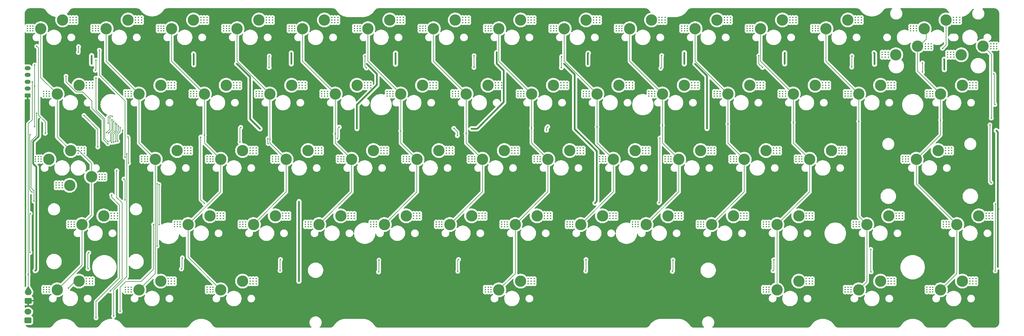
<source format=gbr>
%TF.GenerationSoftware,KiCad,Pcbnew,8.99.0-946-gf00a1ab517*%
%TF.CreationDate,2024-06-06T17:05:11+07:00*%
%TF.ProjectId,Sebas_nuxros,53656261-735f-46e7-9578-726f732e6b69,rev?*%
%TF.SameCoordinates,Original*%
%TF.FileFunction,Copper,L1,Top*%
%TF.FilePolarity,Positive*%
%FSLAX46Y46*%
G04 Gerber Fmt 4.6, Leading zero omitted, Abs format (unit mm)*
G04 Created by KiCad (PCBNEW 8.99.0-946-gf00a1ab517) date 2024-06-06 17:05:11*
%MOMM*%
%LPD*%
G01*
G04 APERTURE LIST*
G04 Aperture macros list*
%AMRoundRect*
0 Rectangle with rounded corners*
0 $1 Rounding radius*
0 $2 $3 $4 $5 $6 $7 $8 $9 X,Y pos of 4 corners*
0 Add a 4 corners polygon primitive as box body*
4,1,4,$2,$3,$4,$5,$6,$7,$8,$9,$2,$3,0*
0 Add four circle primitives for the rounded corners*
1,1,$1+$1,$2,$3*
1,1,$1+$1,$4,$5*
1,1,$1+$1,$6,$7*
1,1,$1+$1,$8,$9*
0 Add four rect primitives between the rounded corners*
20,1,$1+$1,$2,$3,$4,$5,0*
20,1,$1+$1,$4,$5,$6,$7,0*
20,1,$1+$1,$6,$7,$8,$9,0*
20,1,$1+$1,$8,$9,$2,$3,0*%
G04 Aperture macros list end*
%TA.AperFunction,ComponentPad*%
%ADD10C,3.300000*%
%TD*%
%TA.AperFunction,ComponentPad*%
%ADD11C,0.400000*%
%TD*%
%TA.AperFunction,ComponentPad*%
%ADD12RoundRect,0.250000X0.750000X-0.600000X0.750000X0.600000X-0.750000X0.600000X-0.750000X-0.600000X0*%
%TD*%
%TA.AperFunction,ComponentPad*%
%ADD13O,2.000000X1.700000*%
%TD*%
%TA.AperFunction,ComponentPad*%
%ADD14RoundRect,0.250000X0.625000X-0.350000X0.625000X0.350000X-0.625000X0.350000X-0.625000X-0.350000X0*%
%TD*%
%TA.AperFunction,ComponentPad*%
%ADD15O,1.750000X1.200000*%
%TD*%
%TA.AperFunction,ViaPad*%
%ADD16C,0.400000*%
%TD*%
%TA.AperFunction,Conductor*%
%ADD17C,0.200000*%
%TD*%
%TA.AperFunction,Conductor*%
%ADD18C,0.500000*%
%TD*%
G04 APERTURE END LIST*
D10*
%TO.P,SW1,2,2*%
%TO.N,C0*%
X7797500Y-30340000D03*
D11*
X5507500Y-30980000D03*
X5507500Y-30280000D03*
X5507500Y-29580000D03*
X4707500Y-30980000D03*
X4707500Y-30280000D03*
X4707500Y-29580000D03*
X3857500Y-30980000D03*
X3857500Y-30280000D03*
X3857500Y-29580000D03*
%TO.P,SW1,1,1*%
%TO.N,Net-(D1-A)*%
X18107500Y-28580000D03*
X18107500Y-27845000D03*
X18107500Y-27080000D03*
X17207500Y-28580000D03*
X17207500Y-27845000D03*
X17207500Y-27080000D03*
X16332500Y-28580000D03*
X16332500Y-27845000D03*
X16307500Y-27080000D03*
D10*
X14147500Y-27800000D03*
%TD*%
%TO.P,SW51,1,1*%
%TO.N,Net-(D51-A)*%
X171310000Y-84950000D03*
D11*
X173470000Y-84230000D03*
X173495000Y-84995000D03*
X173495000Y-85730000D03*
X174370000Y-84230000D03*
X174370000Y-84995000D03*
X174370000Y-85730000D03*
X175270000Y-84230000D03*
X175270000Y-84995000D03*
X175270000Y-85730000D03*
%TO.P,SW51,2,2*%
%TO.N,C8*%
X161020000Y-86730000D03*
X161020000Y-87430000D03*
X161020000Y-88130000D03*
X161870000Y-86730000D03*
X161870000Y-87430000D03*
X161870000Y-88130000D03*
X162670000Y-86730000D03*
X162670000Y-87430000D03*
X162670000Y-88130000D03*
D10*
X164960000Y-87490000D03*
%TD*%
%TO.P,SW4,1,1*%
%TO.N,Net-(D4-A)*%
X71297500Y-27800000D03*
D11*
X73457500Y-27080000D03*
X73482500Y-27845000D03*
X73482500Y-28580000D03*
X74357500Y-27080000D03*
X74357500Y-27845000D03*
X74357500Y-28580000D03*
X75257500Y-27080000D03*
X75257500Y-27845000D03*
X75257500Y-28580000D03*
%TO.P,SW4,2,2*%
%TO.N,C3*%
X61007500Y-29580000D03*
X61007500Y-30280000D03*
X61007500Y-30980000D03*
X61857500Y-29580000D03*
X61857500Y-30280000D03*
X61857500Y-30980000D03*
X62657500Y-29580000D03*
X62657500Y-30280000D03*
X62657500Y-30980000D03*
D10*
X64947500Y-30340000D03*
%TD*%
%TO.P,SW21,1,1*%
%TO.N,Net-(D21-A)*%
X118922500Y-46850000D03*
D11*
X121082500Y-46130000D03*
X121107500Y-46895000D03*
X121107500Y-47630000D03*
X121982500Y-46130000D03*
X121982500Y-46895000D03*
X121982500Y-47630000D03*
X122882500Y-46130000D03*
X122882500Y-46895000D03*
X122882500Y-47630000D03*
%TO.P,SW21,2,2*%
%TO.N,C5*%
X108632500Y-48630000D03*
X108632500Y-49330000D03*
X108632500Y-50030000D03*
X109482500Y-48630000D03*
X109482500Y-49330000D03*
X109482500Y-50030000D03*
X110282500Y-48630000D03*
X110282500Y-49330000D03*
X110282500Y-50030000D03*
D10*
X112572500Y-49390000D03*
%TD*%
%TO.P,SW57,1,1*%
%TO.N,Net-(D57-A)*%
X18910500Y-104000000D03*
D11*
X21070500Y-103280000D03*
X21095500Y-104045000D03*
X21095500Y-104780000D03*
X21970500Y-103280000D03*
X21970500Y-104045000D03*
X21970500Y-104780000D03*
X22870500Y-103280000D03*
X22870500Y-104045000D03*
X22870500Y-104780000D03*
%TO.P,SW57,2,2*%
%TO.N,C0*%
X8620500Y-105780000D03*
X8620500Y-106480000D03*
X8620500Y-107180000D03*
X9470500Y-105780000D03*
X9470500Y-106480000D03*
X9470500Y-107180000D03*
X10270500Y-105780000D03*
X10270500Y-106480000D03*
X10270500Y-107180000D03*
D10*
X12560500Y-106540000D03*
%TD*%
%TO.P,SW58,1,1*%
%TO.N,Net-(D58-A)*%
X42722500Y-104000000D03*
D11*
X44882500Y-103280000D03*
X44907500Y-104045000D03*
X44907500Y-104780000D03*
X45782500Y-103280000D03*
X45782500Y-104045000D03*
X45782500Y-104780000D03*
X46682500Y-103280000D03*
X46682500Y-104045000D03*
X46682500Y-104780000D03*
%TO.P,SW58,2,2*%
%TO.N,C1*%
X32432500Y-105780000D03*
X32432500Y-106480000D03*
X32432500Y-107180000D03*
X33282500Y-105780000D03*
X33282500Y-106480000D03*
X33282500Y-107180000D03*
X34082500Y-105780000D03*
X34082500Y-106480000D03*
X34082500Y-107180000D03*
D10*
X36372500Y-106540000D03*
%TD*%
%TO.P,SW49,1,1*%
%TO.N,Net-(D49-A)*%
X133210000Y-84950000D03*
D11*
X135370000Y-84230000D03*
X135395000Y-84995000D03*
X135395000Y-85730000D03*
X136270000Y-84230000D03*
X136270000Y-84995000D03*
X136270000Y-85730000D03*
X137170000Y-84230000D03*
X137170000Y-84995000D03*
X137170000Y-85730000D03*
%TO.P,SW49,2,2*%
%TO.N,C6*%
X122920000Y-86730000D03*
X122920000Y-87430000D03*
X122920000Y-88130000D03*
X123770000Y-86730000D03*
X123770000Y-87430000D03*
X123770000Y-88130000D03*
X124570000Y-86730000D03*
X124570000Y-87430000D03*
X124570000Y-88130000D03*
D10*
X126860000Y-87490000D03*
%TD*%
%TO.P,SW20,1,1*%
%TO.N,Net-(D20-A)*%
X99872500Y-46850000D03*
D11*
X102032500Y-46130000D03*
X102057500Y-46895000D03*
X102057500Y-47630000D03*
X102932500Y-46130000D03*
X102932500Y-46895000D03*
X102932500Y-47630000D03*
X103832500Y-46130000D03*
X103832500Y-46895000D03*
X103832500Y-47630000D03*
%TO.P,SW20,2,2*%
%TO.N,C4*%
X89582500Y-48630000D03*
X89582500Y-49330000D03*
X89582500Y-50030000D03*
X90432500Y-48630000D03*
X90432500Y-49330000D03*
X90432500Y-50030000D03*
X91232500Y-48630000D03*
X91232500Y-49330000D03*
X91232500Y-50030000D03*
D10*
X93522500Y-49390000D03*
%TD*%
%TO.P,SW35,1,1*%
%TO.N,Net-(D35-A)*%
X123685000Y-65900000D03*
D11*
X125845000Y-65180000D03*
X125870000Y-65945000D03*
X125870000Y-66680000D03*
X126745000Y-65180000D03*
X126745000Y-65945000D03*
X126745000Y-66680000D03*
X127645000Y-65180000D03*
X127645000Y-65945000D03*
X127645000Y-66680000D03*
%TO.P,SW35,2,2*%
%TO.N,C5*%
X113395000Y-67680000D03*
X113395000Y-68380000D03*
X113395000Y-69080000D03*
X114245000Y-67680000D03*
X114245000Y-68380000D03*
X114245000Y-69080000D03*
X115045000Y-67680000D03*
X115045000Y-68380000D03*
X115045000Y-69080000D03*
D10*
X117335000Y-68440000D03*
%TD*%
%TO.P,SW17,1,1*%
%TO.N,Net-(D17-A)*%
X42722500Y-46850000D03*
D11*
X44882500Y-46130000D03*
X44907500Y-46895000D03*
X44907500Y-47630000D03*
X45782500Y-46130000D03*
X45782500Y-46895000D03*
X45782500Y-47630000D03*
X46682500Y-46130000D03*
X46682500Y-46895000D03*
X46682500Y-47630000D03*
%TO.P,SW17,2,2*%
%TO.N,C1*%
X32432500Y-48630000D03*
X32432500Y-49330000D03*
X32432500Y-50030000D03*
X33282500Y-48630000D03*
X33282500Y-49330000D03*
X33282500Y-50030000D03*
X34082500Y-48630000D03*
X34082500Y-49330000D03*
X34082500Y-50030000D03*
D10*
X36372500Y-49390000D03*
%TD*%
%TO.P,SW12,1,1*%
%TO.N,Net-(D12-A)*%
X223697500Y-27800000D03*
D11*
X225857500Y-27080000D03*
X225882500Y-27845000D03*
X225882500Y-28580000D03*
X226757500Y-27080000D03*
X226757500Y-27845000D03*
X226757500Y-28580000D03*
X227657500Y-27080000D03*
X227657500Y-27845000D03*
X227657500Y-28580000D03*
%TO.P,SW12,2,2*%
%TO.N,C11*%
X213407500Y-29580000D03*
X213407500Y-30280000D03*
X213407500Y-30980000D03*
X214257500Y-29580000D03*
X214257500Y-30280000D03*
X214257500Y-30980000D03*
X215057500Y-29580000D03*
X215057500Y-30280000D03*
X215057500Y-30980000D03*
D10*
X217347500Y-30340000D03*
%TD*%
%TO.P,SW16,1,1*%
%TO.N,Net-(D16-A)*%
X18910500Y-46850000D03*
D11*
X21070500Y-46130000D03*
X21095500Y-46895000D03*
X21095500Y-47630000D03*
X21970500Y-46130000D03*
X21970500Y-46895000D03*
X21970500Y-47630000D03*
X22870500Y-46130000D03*
X22870500Y-46895000D03*
X22870500Y-47630000D03*
%TO.P,SW16,2,2*%
%TO.N,C0*%
X8620500Y-48630000D03*
X8620500Y-49330000D03*
X8620500Y-50030000D03*
X9470500Y-48630000D03*
X9470500Y-49330000D03*
X9470500Y-50030000D03*
X10270500Y-48630000D03*
X10270500Y-49330000D03*
X10270500Y-50030000D03*
D10*
X12560500Y-49390000D03*
%TD*%
%TO.P,SW33,1,1*%
%TO.N,Net-(D33-A)*%
X85585000Y-65900000D03*
D11*
X87745000Y-65180000D03*
X87770000Y-65945000D03*
X87770000Y-66680000D03*
X88645000Y-65180000D03*
X88645000Y-65945000D03*
X88645000Y-66680000D03*
X89545000Y-65180000D03*
X89545000Y-65945000D03*
X89545000Y-66680000D03*
%TO.P,SW33,2,2*%
%TO.N,C3*%
X75295000Y-67680000D03*
X75295000Y-68380000D03*
X75295000Y-69080000D03*
X76145000Y-67680000D03*
X76145000Y-68380000D03*
X76145000Y-69080000D03*
X76945000Y-67680000D03*
X76945000Y-68380000D03*
X76945000Y-69080000D03*
D10*
X79235000Y-68440000D03*
%TD*%
%TO.P,SW13,1,1*%
%TO.N,Net-(D13-A)*%
X242747500Y-27800000D03*
D11*
X244907500Y-27080000D03*
X244932500Y-27845000D03*
X244932500Y-28580000D03*
X245807500Y-27080000D03*
X245807500Y-27845000D03*
X245807500Y-28580000D03*
X246707500Y-27080000D03*
X246707500Y-27845000D03*
X246707500Y-28580000D03*
%TO.P,SW13,2,2*%
%TO.N,C12*%
X232457500Y-29580000D03*
X232457500Y-30280000D03*
X232457500Y-30980000D03*
X233307500Y-29580000D03*
X233307500Y-30280000D03*
X233307500Y-30980000D03*
X234107500Y-29580000D03*
X234107500Y-30280000D03*
X234107500Y-30980000D03*
D10*
X236397500Y-30340000D03*
%TD*%
D12*
%TO.P,SWb\u00F4trst1,1,1*%
%TO.N,GND*%
X4135000Y-109730000D03*
D13*
%TO.P,SWb\u00F4trst1,2,2*%
%TO.N,RST*%
X4135000Y-107230000D03*
%TD*%
D10*
%TO.P,SW37,1,1*%
%TO.N,Net-(D37-A)*%
X161785000Y-65900000D03*
D11*
X163945000Y-65180000D03*
X163970000Y-65945000D03*
X163970000Y-66680000D03*
X164845000Y-65180000D03*
X164845000Y-65945000D03*
X164845000Y-66680000D03*
X165745000Y-65180000D03*
X165745000Y-65945000D03*
X165745000Y-66680000D03*
%TO.P,SW37,2,2*%
%TO.N,C7*%
X151495000Y-67680000D03*
X151495000Y-68380000D03*
X151495000Y-69080000D03*
X152345000Y-67680000D03*
X152345000Y-68380000D03*
X152345000Y-69080000D03*
X153145000Y-67680000D03*
X153145000Y-68380000D03*
X153145000Y-69080000D03*
D10*
X155435000Y-68440000D03*
%TD*%
%TO.P,SW8,1,1*%
%TO.N,Net-(D8-A)*%
X147497500Y-27800000D03*
D11*
X149657500Y-27080000D03*
X149682500Y-27845000D03*
X149682500Y-28580000D03*
X150557500Y-27080000D03*
X150557500Y-27845000D03*
X150557500Y-28580000D03*
X151457500Y-27080000D03*
X151457500Y-27845000D03*
X151457500Y-28580000D03*
%TO.P,SW8,2,2*%
%TO.N,C7*%
X137207500Y-29580000D03*
X137207500Y-30280000D03*
X137207500Y-30980000D03*
X138057500Y-29580000D03*
X138057500Y-30280000D03*
X138057500Y-30980000D03*
X138857500Y-29580000D03*
X138857500Y-30280000D03*
X138857500Y-30980000D03*
D10*
X141147500Y-30340000D03*
%TD*%
%TO.P,SW10,1,1*%
%TO.N,Net-(D10-A)*%
X185597500Y-27800000D03*
D11*
X187757500Y-27080000D03*
X187782500Y-27845000D03*
X187782500Y-28580000D03*
X188657500Y-27080000D03*
X188657500Y-27845000D03*
X188657500Y-28580000D03*
X189557500Y-27080000D03*
X189557500Y-27845000D03*
X189557500Y-28580000D03*
%TO.P,SW10,2,2*%
%TO.N,C9*%
X175307500Y-29580000D03*
X175307500Y-30280000D03*
X175307500Y-30980000D03*
X176157500Y-29580000D03*
X176157500Y-30280000D03*
X176157500Y-30980000D03*
X176957500Y-29580000D03*
X176957500Y-30280000D03*
X176957500Y-30980000D03*
D10*
X179247500Y-30340000D03*
%TD*%
%TO.P,SW55,1,1*%
%TO.N,Net-(D55-A)*%
X254654000Y-84950000D03*
D11*
X256814000Y-84230000D03*
X256839000Y-84995000D03*
X256839000Y-85730000D03*
X257714000Y-84230000D03*
X257714000Y-84995000D03*
X257714000Y-85730000D03*
X258614000Y-84230000D03*
X258614000Y-84995000D03*
X258614000Y-85730000D03*
%TO.P,SW55,2,2*%
%TO.N,C12*%
X244364000Y-86730000D03*
X244364000Y-87430000D03*
X244364000Y-88130000D03*
X245214000Y-86730000D03*
X245214000Y-87430000D03*
X245214000Y-88130000D03*
X246014000Y-86730000D03*
X246014000Y-87430000D03*
X246014000Y-88130000D03*
D10*
X248304000Y-87490000D03*
%TD*%
%TO.P,SW27,1,1*%
%TO.N,Net-(D27-A)*%
X233222500Y-46850000D03*
D11*
X235382500Y-46130000D03*
X235407500Y-46895000D03*
X235407500Y-47630000D03*
X236282500Y-46130000D03*
X236282500Y-46895000D03*
X236282500Y-47630000D03*
X237182500Y-46130000D03*
X237182500Y-46895000D03*
X237182500Y-47630000D03*
%TO.P,SW27,2,2*%
%TO.N,C11*%
X222932500Y-48630000D03*
X222932500Y-49330000D03*
X222932500Y-50030000D03*
X223782500Y-48630000D03*
X223782500Y-49330000D03*
X223782500Y-50030000D03*
X224582500Y-48630000D03*
X224582500Y-49330000D03*
X224582500Y-50030000D03*
D10*
X226872500Y-49390000D03*
%TD*%
%TO.P,SW25,1,1*%
%TO.N,Net-(D25-A)*%
X195122500Y-46850000D03*
D11*
X197282500Y-46130000D03*
X197307500Y-46895000D03*
X197307500Y-47630000D03*
X198182500Y-46130000D03*
X198182500Y-46895000D03*
X198182500Y-47630000D03*
X199082500Y-46130000D03*
X199082500Y-46895000D03*
X199082500Y-47630000D03*
%TO.P,SW25,2,2*%
%TO.N,C9*%
X184832500Y-48630000D03*
X184832500Y-49330000D03*
X184832500Y-50030000D03*
X185682500Y-48630000D03*
X185682500Y-49330000D03*
X185682500Y-50030000D03*
X186482500Y-48630000D03*
X186482500Y-49330000D03*
X186482500Y-50030000D03*
D10*
X188772500Y-49390000D03*
%TD*%
%TO.P,SW36,1,1*%
%TO.N,Net-(D36-A)*%
X142735000Y-65900000D03*
D11*
X144895000Y-65180000D03*
X144920000Y-65945000D03*
X144920000Y-66680000D03*
X145795000Y-65180000D03*
X145795000Y-65945000D03*
X145795000Y-66680000D03*
X146695000Y-65180000D03*
X146695000Y-65945000D03*
X146695000Y-66680000D03*
%TO.P,SW36,2,2*%
%TO.N,C6*%
X132445000Y-67680000D03*
X132445000Y-68380000D03*
X132445000Y-69080000D03*
X133295000Y-67680000D03*
X133295000Y-68380000D03*
X133295000Y-69080000D03*
X134095000Y-67680000D03*
X134095000Y-68380000D03*
X134095000Y-69080000D03*
D10*
X136385000Y-68440000D03*
%TD*%
%TO.P,SW46,1,1*%
%TO.N,Net-(D46-A)*%
X76060000Y-84950000D03*
D11*
X78220000Y-84230000D03*
X78245000Y-84995000D03*
X78245000Y-85730000D03*
X79120000Y-84230000D03*
X79120000Y-84995000D03*
X79120000Y-85730000D03*
X80020000Y-84230000D03*
X80020000Y-84995000D03*
X80020000Y-85730000D03*
%TO.P,SW46,2,2*%
%TO.N,C3*%
X65770000Y-86730000D03*
X65770000Y-87430000D03*
X65770000Y-88130000D03*
X66620000Y-86730000D03*
X66620000Y-87430000D03*
X66620000Y-88130000D03*
X67420000Y-86730000D03*
X67420000Y-87430000D03*
X67420000Y-88130000D03*
D10*
X69710000Y-87490000D03*
%TD*%
%TO.P,SW6,1,1*%
%TO.N,Net-(D6-A)*%
X109397500Y-27800000D03*
D11*
X111557500Y-27080000D03*
X111582500Y-27845000D03*
X111582500Y-28580000D03*
X112457500Y-27080000D03*
X112457500Y-27845000D03*
X112457500Y-28580000D03*
X113357500Y-27080000D03*
X113357500Y-27845000D03*
X113357500Y-28580000D03*
%TO.P,SW6,2,2*%
%TO.N,C5*%
X99107500Y-29580000D03*
X99107500Y-30280000D03*
X99107500Y-30980000D03*
X99957500Y-29580000D03*
X99957500Y-30280000D03*
X99957500Y-30980000D03*
X100757500Y-29580000D03*
X100757500Y-30280000D03*
X100757500Y-30980000D03*
D10*
X103047500Y-30340000D03*
%TD*%
%TO.P,SW30,1,1*%
%TO.N,Net-(D30-A)*%
X16211500Y-76060000D03*
D11*
X14051500Y-76780000D03*
X14026500Y-76015000D03*
X14026500Y-75280000D03*
X13151500Y-76780000D03*
X13151500Y-76015000D03*
X13151500Y-75280000D03*
X12251500Y-76780000D03*
X12251500Y-76015000D03*
X12251500Y-75280000D03*
%TO.P,SW30,2,2*%
%TO.N,C0*%
X26501500Y-74280000D03*
X26501500Y-73580000D03*
X26501500Y-72880000D03*
X25651500Y-74280000D03*
X25651500Y-73580000D03*
X25651500Y-72880000D03*
X24851500Y-74280000D03*
X24851500Y-73580000D03*
X24851500Y-72880000D03*
D10*
X22561500Y-73520000D03*
%TD*%
%TO.P,SW40,1,1*%
%TO.N,Net-(D40-A)*%
X218935000Y-65900000D03*
D11*
X221095000Y-65180000D03*
X221120000Y-65945000D03*
X221120000Y-66680000D03*
X221995000Y-65180000D03*
X221995000Y-65945000D03*
X221995000Y-66680000D03*
X222895000Y-65180000D03*
X222895000Y-65945000D03*
X222895000Y-66680000D03*
%TO.P,SW40,2,2*%
%TO.N,C10*%
X208645000Y-67680000D03*
X208645000Y-68380000D03*
X208645000Y-69080000D03*
X209495000Y-67680000D03*
X209495000Y-68380000D03*
X209495000Y-69080000D03*
X210295000Y-67680000D03*
X210295000Y-68380000D03*
X210295000Y-69080000D03*
D10*
X212585000Y-68440000D03*
%TD*%
%TO.P,SW7,1,1*%
%TO.N,Net-(D7-A)*%
X128447500Y-27800000D03*
D11*
X130607500Y-27080000D03*
X130632500Y-27845000D03*
X130632500Y-28580000D03*
X131507500Y-27080000D03*
X131507500Y-27845000D03*
X131507500Y-28580000D03*
X132407500Y-27080000D03*
X132407500Y-27845000D03*
X132407500Y-28580000D03*
%TO.P,SW7,2,2*%
%TO.N,C6*%
X118157500Y-29580000D03*
X118157500Y-30280000D03*
X118157500Y-30980000D03*
X119007500Y-29580000D03*
X119007500Y-30280000D03*
X119007500Y-30980000D03*
X119807500Y-29580000D03*
X119807500Y-30280000D03*
X119807500Y-30980000D03*
D10*
X122097500Y-30340000D03*
%TD*%
%TO.P,SW41,1,1*%
%TO.N,Net-(D41-A)*%
X237985000Y-65900000D03*
D11*
X240145000Y-65180000D03*
X240170000Y-65945000D03*
X240170000Y-66680000D03*
X241045000Y-65180000D03*
X241045000Y-65945000D03*
X241045000Y-66680000D03*
X241945000Y-65180000D03*
X241945000Y-65945000D03*
X241945000Y-66680000D03*
%TO.P,SW41,2,2*%
%TO.N,C11*%
X227695000Y-67680000D03*
X227695000Y-68380000D03*
X227695000Y-69080000D03*
X228545000Y-67680000D03*
X228545000Y-68380000D03*
X228545000Y-69080000D03*
X229345000Y-67680000D03*
X229345000Y-68380000D03*
X229345000Y-69080000D03*
D10*
X231635000Y-68440000D03*
%TD*%
%TO.P,SW38,1,1*%
%TO.N,Net-(D38-A)*%
X180835000Y-65900000D03*
D11*
X182995000Y-65180000D03*
X183020000Y-65945000D03*
X183020000Y-66680000D03*
X183895000Y-65180000D03*
X183895000Y-65945000D03*
X183895000Y-66680000D03*
X184795000Y-65180000D03*
X184795000Y-65945000D03*
X184795000Y-66680000D03*
%TO.P,SW38,2,2*%
%TO.N,C8*%
X170545000Y-67680000D03*
X170545000Y-68380000D03*
X170545000Y-69080000D03*
X171395000Y-67680000D03*
X171395000Y-68380000D03*
X171395000Y-69080000D03*
X172195000Y-67680000D03*
X172195000Y-68380000D03*
X172195000Y-69080000D03*
D10*
X174485000Y-68440000D03*
%TD*%
%TO.P,SW52,1,1*%
%TO.N,Net-(D52-A)*%
X190360000Y-84950000D03*
D11*
X192520000Y-84230000D03*
X192545000Y-84995000D03*
X192545000Y-85730000D03*
X193420000Y-84230000D03*
X193420000Y-84995000D03*
X193420000Y-85730000D03*
X194320000Y-84230000D03*
X194320000Y-84995000D03*
X194320000Y-85730000D03*
%TO.P,SW52,2,2*%
%TO.N,C9*%
X180070000Y-86730000D03*
X180070000Y-87430000D03*
X180070000Y-88130000D03*
X180920000Y-86730000D03*
X180920000Y-87430000D03*
X180920000Y-88130000D03*
X181720000Y-86730000D03*
X181720000Y-87430000D03*
X181720000Y-88130000D03*
D10*
X184010000Y-87490000D03*
%TD*%
%TO.P,SW15,1,1*%
%TO.N,Net-(D15-A)*%
X275767500Y-37960000D03*
D11*
X273607500Y-38680000D03*
X273582500Y-37915000D03*
X273582500Y-37180000D03*
X272707500Y-38680000D03*
X272707500Y-37915000D03*
X272707500Y-37180000D03*
X271807500Y-38680000D03*
X271807500Y-37915000D03*
X271807500Y-37180000D03*
%TO.P,SW15,2,2*%
%TO.N,C14*%
X286057500Y-36180000D03*
X286057500Y-35480000D03*
X286057500Y-34780000D03*
X285207500Y-36180000D03*
X285207500Y-35480000D03*
X285207500Y-34780000D03*
X284407500Y-36180000D03*
X284407500Y-35480000D03*
X284407500Y-34780000D03*
D10*
X282117500Y-35420000D03*
%TD*%
%TO.P,SW29,1,1*%
%TO.N,Net-(D29-A)*%
X276085500Y-46850000D03*
D11*
X278245500Y-46130000D03*
X278270500Y-46895000D03*
X278270500Y-47630000D03*
X279145500Y-46130000D03*
X279145500Y-46895000D03*
X279145500Y-47630000D03*
X280045500Y-46130000D03*
X280045500Y-46895000D03*
X280045500Y-47630000D03*
%TO.P,SW29,2,2*%
%TO.N,C13*%
X265795500Y-48630000D03*
X265795500Y-49330000D03*
X265795500Y-50030000D03*
X266645500Y-48630000D03*
X266645500Y-49330000D03*
X266645500Y-50030000D03*
X267445500Y-48630000D03*
X267445500Y-49330000D03*
X267445500Y-50030000D03*
D10*
X269735500Y-49390000D03*
%TD*%
%TO.P,SW43,1,1*%
%TO.N,Net-(D43-A)*%
X269015600Y-65900000D03*
D11*
X271175600Y-65180000D03*
X271200600Y-65945000D03*
X271200600Y-66680000D03*
X272075600Y-65180000D03*
X272075600Y-65945000D03*
X272075600Y-66680000D03*
X272975600Y-65180000D03*
X272975600Y-65945000D03*
X272975600Y-66680000D03*
%TO.P,SW43,2,2*%
%TO.N,C13*%
X258725600Y-67680000D03*
X258725600Y-68380000D03*
X258725600Y-69080000D03*
X259575600Y-67680000D03*
X259575600Y-68380000D03*
X259575600Y-69080000D03*
X260375600Y-67680000D03*
X260375600Y-68380000D03*
X260375600Y-69080000D03*
D10*
X262665600Y-68440000D03*
%TD*%
%TO.P,SW32,1,1*%
%TO.N,Net-(D32-A)*%
X66535000Y-65900000D03*
D11*
X68695000Y-65180000D03*
X68720000Y-65945000D03*
X68720000Y-66680000D03*
X69595000Y-65180000D03*
X69595000Y-65945000D03*
X69595000Y-66680000D03*
X70495000Y-65180000D03*
X70495000Y-65945000D03*
X70495000Y-66680000D03*
%TO.P,SW32,2,2*%
%TO.N,C2*%
X56245000Y-67680000D03*
X56245000Y-68380000D03*
X56245000Y-69080000D03*
X57095000Y-67680000D03*
X57095000Y-68380000D03*
X57095000Y-69080000D03*
X57895000Y-67680000D03*
X57895000Y-68380000D03*
X57895000Y-69080000D03*
D10*
X60185000Y-68440000D03*
%TD*%
%TO.P,SW11,1,1*%
%TO.N,Net-(D11-A)*%
X204647500Y-27800000D03*
D11*
X206807500Y-27080000D03*
X206832500Y-27845000D03*
X206832500Y-28580000D03*
X207707500Y-27080000D03*
X207707500Y-27845000D03*
X207707500Y-28580000D03*
X208607500Y-27080000D03*
X208607500Y-27845000D03*
X208607500Y-28580000D03*
%TO.P,SW11,2,2*%
%TO.N,C10*%
X194357500Y-29580000D03*
X194357500Y-30280000D03*
X194357500Y-30980000D03*
X195207500Y-29580000D03*
X195207500Y-30280000D03*
X195207500Y-30980000D03*
X196007500Y-29580000D03*
X196007500Y-30280000D03*
X196007500Y-30980000D03*
D10*
X198297500Y-30340000D03*
%TD*%
%TO.P,SW1002,1,1*%
%TO.N,Net-(D14-A)*%
X271322500Y-27800000D03*
D11*
X273482500Y-27080000D03*
X273507500Y-27845000D03*
X273507500Y-28580000D03*
X274382500Y-27080000D03*
X274382500Y-27845000D03*
X274382500Y-28580000D03*
X275282500Y-27080000D03*
X275282500Y-27845000D03*
X275282500Y-28580000D03*
%TO.P,SW1002,2,2*%
%TO.N,C13*%
X261032500Y-29580000D03*
X261032500Y-30280000D03*
X261032500Y-30980000D03*
X261882500Y-29580000D03*
X261882500Y-30280000D03*
X261882500Y-30980000D03*
X262682500Y-29580000D03*
X262682500Y-30280000D03*
X262682500Y-30980000D03*
D10*
X264972500Y-30340000D03*
%TD*%
%TO.P,SW56,1,1*%
%TO.N,Net-(D56-A)*%
X280847500Y-84950000D03*
D11*
X283007500Y-84230000D03*
X283032500Y-84995000D03*
X283032500Y-85730000D03*
X283907500Y-84230000D03*
X283907500Y-84995000D03*
X283907500Y-85730000D03*
X284807500Y-84230000D03*
X284807500Y-84995000D03*
X284807500Y-85730000D03*
%TO.P,SW56,2,2*%
%TO.N,C13*%
X270557500Y-86730000D03*
X270557500Y-87430000D03*
X270557500Y-88130000D03*
X271407500Y-86730000D03*
X271407500Y-87430000D03*
X271407500Y-88130000D03*
X272207500Y-86730000D03*
X272207500Y-87430000D03*
X272207500Y-88130000D03*
D10*
X274497500Y-87490000D03*
%TD*%
%TO.P,SW59,1,1*%
%TO.N,Net-(D59-A)*%
X66535500Y-104000000D03*
D11*
X68695500Y-103280000D03*
X68720500Y-104045000D03*
X68720500Y-104780000D03*
X69595500Y-103280000D03*
X69595500Y-104045000D03*
X69595500Y-104780000D03*
X70495500Y-103280000D03*
X70495500Y-104045000D03*
X70495500Y-104780000D03*
%TO.P,SW59,2,2*%
%TO.N,C2*%
X56245500Y-105780000D03*
X56245500Y-106480000D03*
X56245500Y-107180000D03*
X57095500Y-105780000D03*
X57095500Y-106480000D03*
X57095500Y-107180000D03*
X57895500Y-105780000D03*
X57895500Y-106480000D03*
X57895500Y-107180000D03*
D10*
X60185500Y-106540000D03*
%TD*%
%TO.P,SW18,1,1*%
%TO.N,Net-(D18-A)*%
X61772500Y-46850000D03*
D11*
X63932500Y-46130000D03*
X63957500Y-46895000D03*
X63957500Y-47630000D03*
X64832500Y-46130000D03*
X64832500Y-46895000D03*
X64832500Y-47630000D03*
X65732500Y-46130000D03*
X65732500Y-46895000D03*
X65732500Y-47630000D03*
%TO.P,SW18,2,2*%
%TO.N,C2*%
X51482500Y-48630000D03*
X51482500Y-49330000D03*
X51482500Y-50030000D03*
X52332500Y-48630000D03*
X52332500Y-49330000D03*
X52332500Y-50030000D03*
X53132500Y-48630000D03*
X53132500Y-49330000D03*
X53132500Y-50030000D03*
D10*
X55422500Y-49390000D03*
%TD*%
%TO.P,SW3,1,1*%
%TO.N,Net-(D3-A)*%
X52247500Y-27800000D03*
D11*
X54407500Y-27080000D03*
X54432500Y-27845000D03*
X54432500Y-28580000D03*
X55307500Y-27080000D03*
X55307500Y-27845000D03*
X55307500Y-28580000D03*
X56207500Y-27080000D03*
X56207500Y-27845000D03*
X56207500Y-28580000D03*
%TO.P,SW3,2,2*%
%TO.N,C2*%
X41957500Y-29580000D03*
X41957500Y-30280000D03*
X41957500Y-30980000D03*
X42807500Y-29580000D03*
X42807500Y-30280000D03*
X42807500Y-30980000D03*
X43607500Y-29580000D03*
X43607500Y-30280000D03*
X43607500Y-30980000D03*
D10*
X45897500Y-30340000D03*
%TD*%
%TO.P,SW39,1,1*%
%TO.N,Net-(D39-A)*%
X199885000Y-65900000D03*
D11*
X202045000Y-65180000D03*
X202070000Y-65945000D03*
X202070000Y-66680000D03*
X202945000Y-65180000D03*
X202945000Y-65945000D03*
X202945000Y-66680000D03*
X203845000Y-65180000D03*
X203845000Y-65945000D03*
X203845000Y-66680000D03*
%TO.P,SW39,2,2*%
%TO.N,C9*%
X189595000Y-67680000D03*
X189595000Y-68380000D03*
X189595000Y-69080000D03*
X190445000Y-67680000D03*
X190445000Y-68380000D03*
X190445000Y-69080000D03*
X191245000Y-67680000D03*
X191245000Y-68380000D03*
X191245000Y-69080000D03*
D10*
X193535000Y-68440000D03*
%TD*%
%TO.P,SW47,1,1*%
%TO.N,Net-(D47-A)*%
X95110000Y-84950000D03*
D11*
X97270000Y-84230000D03*
X97295000Y-84995000D03*
X97295000Y-85730000D03*
X98170000Y-84230000D03*
X98170000Y-84995000D03*
X98170000Y-85730000D03*
X99070000Y-84230000D03*
X99070000Y-84995000D03*
X99070000Y-85730000D03*
%TO.P,SW47,2,2*%
%TO.N,C4*%
X84820000Y-86730000D03*
X84820000Y-87430000D03*
X84820000Y-88130000D03*
X85670000Y-86730000D03*
X85670000Y-87430000D03*
X85670000Y-88130000D03*
X86470000Y-86730000D03*
X86470000Y-87430000D03*
X86470000Y-88130000D03*
D10*
X88760000Y-87490000D03*
%TD*%
%TO.P,SW5,1,1*%
%TO.N,Net-(D5-A)*%
X90347500Y-27800000D03*
D11*
X92507500Y-27080000D03*
X92532500Y-27845000D03*
X92532500Y-28580000D03*
X93407500Y-27080000D03*
X93407500Y-27845000D03*
X93407500Y-28580000D03*
X94307500Y-27080000D03*
X94307500Y-27845000D03*
X94307500Y-28580000D03*
%TO.P,SW5,2,2*%
%TO.N,C4*%
X80057500Y-29580000D03*
X80057500Y-30280000D03*
X80057500Y-30980000D03*
X80907500Y-29580000D03*
X80907500Y-30280000D03*
X80907500Y-30980000D03*
X81707500Y-29580000D03*
X81707500Y-30280000D03*
X81707500Y-30980000D03*
D10*
X83997500Y-30340000D03*
%TD*%
%TO.P,SW2,1,1*%
%TO.N,Net-(D2-A)*%
X33197500Y-27800000D03*
D11*
X35357500Y-27080000D03*
X35382500Y-27845000D03*
X35382500Y-28580000D03*
X36257500Y-27080000D03*
X36257500Y-27845000D03*
X36257500Y-28580000D03*
X37157500Y-27080000D03*
X37157500Y-27845000D03*
X37157500Y-28580000D03*
%TO.P,SW2,2,2*%
%TO.N,C1*%
X22907500Y-29580000D03*
X22907500Y-30280000D03*
X22907500Y-30980000D03*
X23757500Y-29580000D03*
X23757500Y-30280000D03*
X23757500Y-30980000D03*
X24557500Y-29580000D03*
X24557500Y-30280000D03*
X24557500Y-30980000D03*
D10*
X26847500Y-30340000D03*
%TD*%
%TO.P,SW23,1,1*%
%TO.N,Net-(D23-A)*%
X157022500Y-46850000D03*
D11*
X159182500Y-46130000D03*
X159207500Y-46895000D03*
X159207500Y-47630000D03*
X160082500Y-46130000D03*
X160082500Y-46895000D03*
X160082500Y-47630000D03*
X160982500Y-46130000D03*
X160982500Y-46895000D03*
X160982500Y-47630000D03*
%TO.P,SW23,2,2*%
%TO.N,C7*%
X146732500Y-48630000D03*
X146732500Y-49330000D03*
X146732500Y-50030000D03*
X147582500Y-48630000D03*
X147582500Y-49330000D03*
X147582500Y-50030000D03*
X148382500Y-48630000D03*
X148382500Y-49330000D03*
X148382500Y-50030000D03*
D10*
X150672500Y-49390000D03*
%TD*%
%TO.P,SW53,1,1*%
%TO.N,Net-(D53-A)*%
X209410000Y-84950000D03*
D11*
X211570000Y-84230000D03*
X211595000Y-84995000D03*
X211595000Y-85730000D03*
X212470000Y-84230000D03*
X212470000Y-84995000D03*
X212470000Y-85730000D03*
X213370000Y-84230000D03*
X213370000Y-84995000D03*
X213370000Y-85730000D03*
%TO.P,SW53,2,2*%
%TO.N,C10*%
X199120000Y-86730000D03*
X199120000Y-87430000D03*
X199120000Y-88130000D03*
X199970000Y-86730000D03*
X199970000Y-87430000D03*
X199970000Y-88130000D03*
X200770000Y-86730000D03*
X200770000Y-87430000D03*
X200770000Y-88130000D03*
D10*
X203060000Y-87490000D03*
%TD*%
D12*
%TO.P,SWb\u00F4t1,1,1*%
%TO.N,+3.3V*%
X4070000Y-115430000D03*
D13*
%TO.P,SWb\u00F4t1,2,2*%
%TO.N,boot*%
X4070000Y-112930000D03*
%TD*%
D10*
%TO.P,SW31,1,1*%
%TO.N,Net-(D31-A)*%
X47485000Y-65900000D03*
D11*
X49645000Y-65180000D03*
X49670000Y-65945000D03*
X49670000Y-66680000D03*
X50545000Y-65180000D03*
X50545000Y-65945000D03*
X50545000Y-66680000D03*
X51445000Y-65180000D03*
X51445000Y-65945000D03*
X51445000Y-66680000D03*
%TO.P,SW31,2,2*%
%TO.N,C1*%
X37195000Y-67680000D03*
X37195000Y-68380000D03*
X37195000Y-69080000D03*
X38045000Y-67680000D03*
X38045000Y-68380000D03*
X38045000Y-69080000D03*
X38845000Y-67680000D03*
X38845000Y-68380000D03*
X38845000Y-69080000D03*
D10*
X41135000Y-68440000D03*
%TD*%
%TO.P,SW1001,1,1*%
%TO.N,C0*%
X16528500Y-65900000D03*
D11*
X18688500Y-65180000D03*
X18713500Y-65945000D03*
X18713500Y-66680000D03*
X19588500Y-65180000D03*
X19588500Y-65945000D03*
X19588500Y-66680000D03*
X20488500Y-65180000D03*
X20488500Y-65945000D03*
X20488500Y-66680000D03*
%TO.P,SW1001,2,2*%
%TO.N,Net-(D30-A)*%
X6238500Y-67680000D03*
X6238500Y-68380000D03*
X6238500Y-69080000D03*
X7088500Y-67680000D03*
X7088500Y-68380000D03*
X7088500Y-69080000D03*
X7888500Y-67680000D03*
X7888500Y-68380000D03*
X7888500Y-69080000D03*
D10*
X10178500Y-68440000D03*
%TD*%
%TO.P,SW50,1,1*%
%TO.N,Net-(D50-A)*%
X152260000Y-84950000D03*
D11*
X154420000Y-84230000D03*
X154445000Y-84995000D03*
X154445000Y-85730000D03*
X155320000Y-84230000D03*
X155320000Y-84995000D03*
X155320000Y-85730000D03*
X156220000Y-84230000D03*
X156220000Y-84995000D03*
X156220000Y-85730000D03*
%TO.P,SW50,2,2*%
%TO.N,C7*%
X141970000Y-86730000D03*
X141970000Y-87430000D03*
X141970000Y-88130000D03*
X142820000Y-86730000D03*
X142820000Y-87430000D03*
X142820000Y-88130000D03*
X143620000Y-86730000D03*
X143620000Y-87430000D03*
X143620000Y-88130000D03*
D10*
X145910000Y-87490000D03*
%TD*%
%TO.P,SW62,1,1*%
%TO.N,Net-(D62-A)*%
X147497500Y-104000000D03*
D11*
X149657500Y-103280000D03*
X149682500Y-104045000D03*
X149682500Y-104780000D03*
X150557500Y-103280000D03*
X150557500Y-104045000D03*
X150557500Y-104780000D03*
X151457500Y-103280000D03*
X151457500Y-104045000D03*
X151457500Y-104780000D03*
%TO.P,SW62,2,2*%
%TO.N,C7*%
X137207500Y-105780000D03*
X137207500Y-106480000D03*
X137207500Y-107180000D03*
X138057500Y-105780000D03*
X138057500Y-106480000D03*
X138057500Y-107180000D03*
X138857500Y-105780000D03*
X138857500Y-106480000D03*
X138857500Y-107180000D03*
D10*
X141147500Y-106540000D03*
%TD*%
%TO.P,SW70,1,1*%
%TO.N,Net-(D70-A)*%
X276085500Y-104000000D03*
D11*
X278245500Y-103280000D03*
X278270500Y-104045000D03*
X278270500Y-104780000D03*
X279145500Y-103280000D03*
X279145500Y-104045000D03*
X279145500Y-104780000D03*
X280045500Y-103280000D03*
X280045500Y-104045000D03*
X280045500Y-104780000D03*
%TO.P,SW70,2,2*%
%TO.N,C13*%
X265795500Y-105780000D03*
X265795500Y-106480000D03*
X265795500Y-107180000D03*
X266645500Y-105780000D03*
X266645500Y-106480000D03*
X266645500Y-107180000D03*
X267445500Y-105780000D03*
X267445500Y-106480000D03*
X267445500Y-107180000D03*
D10*
X269735500Y-106540000D03*
%TD*%
%TO.P,SW69,1,1*%
%TO.N,Net-(D69-A)*%
X252272500Y-104000000D03*
D11*
X254432500Y-103280000D03*
X254457500Y-104045000D03*
X254457500Y-104780000D03*
X255332500Y-103280000D03*
X255332500Y-104045000D03*
X255332500Y-104780000D03*
X256232500Y-103280000D03*
X256232500Y-104045000D03*
X256232500Y-104780000D03*
%TO.P,SW69,2,2*%
%TO.N,C12*%
X241982500Y-105780000D03*
X241982500Y-106480000D03*
X241982500Y-107180000D03*
X242832500Y-105780000D03*
X242832500Y-106480000D03*
X242832500Y-107180000D03*
X243632500Y-105780000D03*
X243632500Y-106480000D03*
X243632500Y-107180000D03*
D10*
X245922500Y-106540000D03*
%TD*%
%TO.P,SW22,1,1*%
%TO.N,Net-(D22-A)*%
X137972500Y-46850000D03*
D11*
X140132500Y-46130000D03*
X140157500Y-46895000D03*
X140157500Y-47630000D03*
X141032500Y-46130000D03*
X141032500Y-46895000D03*
X141032500Y-47630000D03*
X141932500Y-46130000D03*
X141932500Y-46895000D03*
X141932500Y-47630000D03*
%TO.P,SW22,2,2*%
%TO.N,C6*%
X127682500Y-48630000D03*
X127682500Y-49330000D03*
X127682500Y-50030000D03*
X128532500Y-48630000D03*
X128532500Y-49330000D03*
X128532500Y-50030000D03*
X129332500Y-48630000D03*
X129332500Y-49330000D03*
X129332500Y-50030000D03*
D10*
X131622500Y-49390000D03*
%TD*%
%TO.P,SW68,1,1*%
%TO.N,Net-(D68-A)*%
X228460500Y-104000000D03*
D11*
X230620500Y-103280000D03*
X230645500Y-104045000D03*
X230645500Y-104780000D03*
X231520500Y-103280000D03*
X231520500Y-104045000D03*
X231520500Y-104780000D03*
X232420500Y-103280000D03*
X232420500Y-104045000D03*
X232420500Y-104780000D03*
%TO.P,SW68,2,2*%
%TO.N,C11*%
X218170500Y-105780000D03*
X218170500Y-106480000D03*
X218170500Y-107180000D03*
X219020500Y-105780000D03*
X219020500Y-106480000D03*
X219020500Y-107180000D03*
X219820500Y-105780000D03*
X219820500Y-106480000D03*
X219820500Y-107180000D03*
D10*
X222110500Y-106540000D03*
%TD*%
%TO.P,SW28,1,1*%
%TO.N,Net-(D28-A)*%
X252272500Y-46850000D03*
D11*
X254432500Y-46130000D03*
X254457500Y-46895000D03*
X254457500Y-47630000D03*
X255332500Y-46130000D03*
X255332500Y-46895000D03*
X255332500Y-47630000D03*
X256232500Y-46130000D03*
X256232500Y-46895000D03*
X256232500Y-47630000D03*
%TO.P,SW28,2,2*%
%TO.N,C12*%
X241982500Y-48630000D03*
X241982500Y-49330000D03*
X241982500Y-50030000D03*
X242832500Y-48630000D03*
X242832500Y-49330000D03*
X242832500Y-50030000D03*
X243632500Y-48630000D03*
X243632500Y-49330000D03*
X243632500Y-50030000D03*
D10*
X245922500Y-49390000D03*
%TD*%
%TO.P,SW1000,1,1*%
%TO.N,Net-(D42-A)*%
X26128100Y-84950000D03*
D11*
X28288100Y-84230000D03*
X28313100Y-84995000D03*
X28313100Y-85730000D03*
X29188100Y-84230000D03*
X29188100Y-84995000D03*
X29188100Y-85730000D03*
X30088100Y-84230000D03*
X30088100Y-84995000D03*
X30088100Y-85730000D03*
%TO.P,SW1000,2,2*%
%TO.N,C0*%
X15838100Y-86730000D03*
X15838100Y-87430000D03*
X15838100Y-88130000D03*
X16688100Y-86730000D03*
X16688100Y-87430000D03*
X16688100Y-88130000D03*
X17488100Y-86730000D03*
X17488100Y-87430000D03*
X17488100Y-88130000D03*
D10*
X19778100Y-87490000D03*
%TD*%
%TO.P,SW14,1,1*%
%TO.N,Net-(D14-A)*%
X256717500Y-37960000D03*
D11*
X254557500Y-38680000D03*
X254532500Y-37915000D03*
X254532500Y-37180000D03*
X253657500Y-38680000D03*
X253657500Y-37915000D03*
X253657500Y-37180000D03*
X252757500Y-38680000D03*
X252757500Y-37915000D03*
X252757500Y-37180000D03*
%TO.P,SW14,2,2*%
%TO.N,C13*%
X267007500Y-36180000D03*
X267007500Y-35480000D03*
X267007500Y-34780000D03*
X266157500Y-36180000D03*
X266157500Y-35480000D03*
X266157500Y-34780000D03*
X265357500Y-36180000D03*
X265357500Y-35480000D03*
X265357500Y-34780000D03*
D10*
X263067500Y-35420000D03*
%TD*%
D14*
%TO.P,J2,1,Pin_1*%
%TO.N,GND*%
X3970000Y-49830000D03*
D15*
%TO.P,J2,2,Pin_2*%
%TO.N,+3.3V*%
X3970000Y-47830000D03*
%TO.P,J2,3,Pin_3*%
%TO.N,RST*%
X3970000Y-45830000D03*
%TO.P,J2,4,Pin_4*%
%TO.N,DIO*%
X3970000Y-43830000D03*
%TO.P,J2,5,Pin_5*%
%TO.N,CLK*%
X3970000Y-41830000D03*
%TD*%
D10*
%TO.P,SW34,1,1*%
%TO.N,Net-(D34-A)*%
X104635000Y-65900000D03*
D11*
X106795000Y-65180000D03*
X106820000Y-65945000D03*
X106820000Y-66680000D03*
X107695000Y-65180000D03*
X107695000Y-65945000D03*
X107695000Y-66680000D03*
X108595000Y-65180000D03*
X108595000Y-65945000D03*
X108595000Y-66680000D03*
%TO.P,SW34,2,2*%
%TO.N,C4*%
X94345000Y-67680000D03*
X94345000Y-68380000D03*
X94345000Y-69080000D03*
X95195000Y-67680000D03*
X95195000Y-68380000D03*
X95195000Y-69080000D03*
X95995000Y-67680000D03*
X95995000Y-68380000D03*
X95995000Y-69080000D03*
D10*
X98285000Y-68440000D03*
%TD*%
%TO.P,SW26,1,1*%
%TO.N,Net-(D26-A)*%
X214172500Y-46850000D03*
D11*
X216332500Y-46130000D03*
X216357500Y-46895000D03*
X216357500Y-47630000D03*
X217232500Y-46130000D03*
X217232500Y-46895000D03*
X217232500Y-47630000D03*
X218132500Y-46130000D03*
X218132500Y-46895000D03*
X218132500Y-47630000D03*
%TO.P,SW26,2,2*%
%TO.N,C10*%
X203882500Y-48630000D03*
X203882500Y-49330000D03*
X203882500Y-50030000D03*
X204732500Y-48630000D03*
X204732500Y-49330000D03*
X204732500Y-50030000D03*
X205532500Y-48630000D03*
X205532500Y-49330000D03*
X205532500Y-50030000D03*
D10*
X207822500Y-49390000D03*
%TD*%
%TO.P,SW45,1,1*%
%TO.N,Net-(D45-A)*%
X57010000Y-84950000D03*
D11*
X59170000Y-84230000D03*
X59195000Y-84995000D03*
X59195000Y-85730000D03*
X60070000Y-84230000D03*
X60070000Y-84995000D03*
X60070000Y-85730000D03*
X60970000Y-84230000D03*
X60970000Y-84995000D03*
X60970000Y-85730000D03*
%TO.P,SW45,2,2*%
%TO.N,C2*%
X46720000Y-86730000D03*
X46720000Y-87430000D03*
X46720000Y-88130000D03*
X47570000Y-86730000D03*
X47570000Y-87430000D03*
X47570000Y-88130000D03*
X48370000Y-86730000D03*
X48370000Y-87430000D03*
X48370000Y-88130000D03*
D10*
X50660000Y-87490000D03*
%TD*%
%TO.P,SW24,1,1*%
%TO.N,Net-(D24-A)*%
X176072500Y-46850000D03*
D11*
X178232500Y-46130000D03*
X178257500Y-46895000D03*
X178257500Y-47630000D03*
X179132500Y-46130000D03*
X179132500Y-46895000D03*
X179132500Y-47630000D03*
X180032500Y-46130000D03*
X180032500Y-46895000D03*
X180032500Y-47630000D03*
%TO.P,SW24,2,2*%
%TO.N,C8*%
X165782500Y-48630000D03*
X165782500Y-49330000D03*
X165782500Y-50030000D03*
X166632500Y-48630000D03*
X166632500Y-49330000D03*
X166632500Y-50030000D03*
X167432500Y-48630000D03*
X167432500Y-49330000D03*
X167432500Y-50030000D03*
D10*
X169722500Y-49390000D03*
%TD*%
%TO.P,SW19,1,1*%
%TO.N,Net-(D19-A)*%
X80822500Y-46850000D03*
D11*
X82982500Y-46130000D03*
X83007500Y-46895000D03*
X83007500Y-47630000D03*
X83882500Y-46130000D03*
X83882500Y-46895000D03*
X83882500Y-47630000D03*
X84782500Y-46130000D03*
X84782500Y-46895000D03*
X84782500Y-47630000D03*
%TO.P,SW19,2,2*%
%TO.N,C3*%
X70532500Y-48630000D03*
X70532500Y-49330000D03*
X70532500Y-50030000D03*
X71382500Y-48630000D03*
X71382500Y-49330000D03*
X71382500Y-50030000D03*
X72182500Y-48630000D03*
X72182500Y-49330000D03*
X72182500Y-50030000D03*
D10*
X74472500Y-49390000D03*
%TD*%
%TO.P,SW54,1,1*%
%TO.N,Net-(D54-A)*%
X228460000Y-84950000D03*
D11*
X230620000Y-84230000D03*
X230645000Y-84995000D03*
X230645000Y-85730000D03*
X231520000Y-84230000D03*
X231520000Y-84995000D03*
X231520000Y-85730000D03*
X232420000Y-84230000D03*
X232420000Y-84995000D03*
X232420000Y-85730000D03*
%TO.P,SW54,2,2*%
%TO.N,C11*%
X218170000Y-86730000D03*
X218170000Y-87430000D03*
X218170000Y-88130000D03*
X219020000Y-86730000D03*
X219020000Y-87430000D03*
X219020000Y-88130000D03*
X219820000Y-86730000D03*
X219820000Y-87430000D03*
X219820000Y-88130000D03*
D10*
X222110000Y-87490000D03*
%TD*%
%TO.P,SW48,1,1*%
%TO.N,Net-(D48-A)*%
X114160000Y-84950000D03*
D11*
X116320000Y-84230000D03*
X116345000Y-84995000D03*
X116345000Y-85730000D03*
X117220000Y-84230000D03*
X117220000Y-84995000D03*
X117220000Y-85730000D03*
X118120000Y-84230000D03*
X118120000Y-84995000D03*
X118120000Y-85730000D03*
%TO.P,SW48,2,2*%
%TO.N,C5*%
X103870000Y-86730000D03*
X103870000Y-87430000D03*
X103870000Y-88130000D03*
X104720000Y-86730000D03*
X104720000Y-87430000D03*
X104720000Y-88130000D03*
X105520000Y-86730000D03*
X105520000Y-87430000D03*
X105520000Y-88130000D03*
D10*
X107810000Y-87490000D03*
%TD*%
%TO.P,SW9,1,1*%
%TO.N,Net-(D9-A)*%
X166547500Y-27800000D03*
D11*
X168707500Y-27080000D03*
X168732500Y-27845000D03*
X168732500Y-28580000D03*
X169607500Y-27080000D03*
X169607500Y-27845000D03*
X169607500Y-28580000D03*
X170507500Y-27080000D03*
X170507500Y-27845000D03*
X170507500Y-28580000D03*
%TO.P,SW9,2,2*%
%TO.N,C8*%
X156257500Y-29580000D03*
X156257500Y-30280000D03*
X156257500Y-30980000D03*
X157107500Y-29580000D03*
X157107500Y-30280000D03*
X157107500Y-30980000D03*
X157907500Y-29580000D03*
X157907500Y-30280000D03*
X157907500Y-30980000D03*
D10*
X160197500Y-30340000D03*
%TD*%
D16*
%TO.N,+3.3V*%
X33140000Y-61950000D03*
X5960000Y-47090000D03*
X28420000Y-78850000D03*
X5960000Y-58860000D03*
X33330000Y-69590000D03*
X6010000Y-40940000D03*
X23880000Y-114710000D03*
%TO.N,GND*%
X8240000Y-51790000D03*
X28440000Y-66240000D03*
X30640000Y-42390000D03*
X31680000Y-60020000D03*
X8090000Y-115240000D03*
X69710000Y-62760000D03*
X9430000Y-115850000D03*
X23050000Y-63230000D03*
X33900000Y-45010000D03*
X8670000Y-111750000D03*
X30660000Y-46050000D03*
X31030000Y-76480000D03*
X23340000Y-67340000D03*
X11550000Y-42910000D03*
X29480000Y-39510000D03*
%TO.N,RST*%
X28020000Y-106900000D03*
X5280000Y-45810000D03*
X4160000Y-102030000D03*
X29910000Y-71770000D03*
%TO.N,R0*%
X24850000Y-36600000D03*
X32330000Y-67870000D03*
%TO.N,Net-(D14-A)*%
X270300000Y-36080000D03*
%TO.N,Net-(D57-A)*%
X15820000Y-106070000D03*
%TO.N,+5V*%
X169130000Y-81210000D03*
X22600000Y-40640000D03*
X82910000Y-104040000D03*
X71600000Y-59570000D03*
X22600000Y-38220000D03*
X201760000Y-59450000D03*
X250380000Y-37410000D03*
X111070000Y-40690000D03*
X195130000Y-40600000D03*
X286440000Y-99880000D03*
X6170000Y-100950000D03*
X82990000Y-80790000D03*
X99840000Y-59500000D03*
X167190000Y-37470000D03*
X163240000Y-59200000D03*
X80710000Y-37430000D03*
X111110000Y-37490000D03*
X224400000Y-37400000D03*
X286570012Y-82930000D03*
X285950000Y-60040000D03*
X52350000Y-40850000D03*
X167070000Y-40740000D03*
X198240000Y-40600000D03*
X270850000Y-42290000D03*
X64830000Y-40600000D03*
X195160000Y-37350000D03*
X80720000Y-40600000D03*
X224370000Y-40600000D03*
X270790000Y-39260000D03*
X140660000Y-40600000D03*
X140540000Y-37250000D03*
X102720000Y-40600000D03*
X7380000Y-56630000D03*
X160110000Y-40600000D03*
X6480000Y-79050000D03*
X52270000Y-37710000D03*
X133160000Y-59560000D03*
X250520000Y-40710000D03*
%TO.N,DIO*%
X23840000Y-44770000D03*
X27380000Y-63310000D03*
%TO.N,CLK*%
X27320624Y-63957731D03*
X15130000Y-44250000D03*
%TO.N,boot*%
X32830000Y-66860000D03*
X29000000Y-114210000D03*
%TO.N,C2*%
X55422500Y-61330000D03*
%TO.N,C3*%
X74472500Y-62640000D03*
%TO.N,C4*%
X93522500Y-61040000D03*
%TO.N,C5*%
X112572500Y-60130000D03*
%TO.N,C6*%
X131622500Y-60950000D03*
%TO.N,C7*%
X150672500Y-59330000D03*
%TO.N,C8*%
X30911477Y-59218576D03*
X30198497Y-63167897D03*
X169722500Y-58930000D03*
%TO.N,C9*%
X188772500Y-58530000D03*
X30411477Y-58692160D03*
X29612924Y-63298692D03*
%TO.N,C10*%
X29911477Y-58195058D03*
X207822500Y-58130000D03*
X29037004Y-63466977D03*
%TO.N,C11*%
X28438448Y-63508620D03*
X226872500Y-57730000D03*
X29411477Y-57856169D03*
%TO.N,C12*%
X28990000Y-57360000D03*
X27990000Y-63110000D03*
X245922500Y-57330000D03*
%TO.N,C13*%
X269735500Y-57000000D03*
X27588554Y-60748554D03*
X28485306Y-56929999D03*
%TO.N,C14*%
X26930000Y-60700000D03*
X27930000Y-56270000D03*
X284510000Y-56410000D03*
%TO.N,Net-(Drgb1-DOUT)*%
X74310000Y-38300000D03*
X74280000Y-41700000D03*
%TO.N,Net-(Drgb1-DIN)*%
X23830000Y-39530000D03*
X23670000Y-42480000D03*
%TO.N,Net-(Drgb2-DOUT)*%
X102220000Y-38340000D03*
X102590000Y-41810000D03*
%TO.N,Net-(Drgb3-DOUT)*%
X133940000Y-38220000D03*
X133900000Y-41640000D03*
%TO.N,Net-(Drgb4-DOUT)*%
X159360000Y-41740000D03*
X159430000Y-38490000D03*
%TO.N,Net-(Drgb5-DOUT)*%
X188570000Y-38170000D03*
X188280000Y-41890000D03*
%TO.N,Net-(Drgb6-DOUT)*%
X217900000Y-41640000D03*
X216847500Y-38250000D03*
%TO.N,Net-(Drgb7-DOUT)*%
X243960000Y-38290000D03*
X243890000Y-41560000D03*
%TO.N,Net-(Drgb8-DOUT)*%
X264480000Y-40350000D03*
X264460000Y-43000000D03*
%TO.N,Net-(Drgb10-DIN)*%
X285550000Y-52450000D03*
X285210000Y-43550000D03*
%TO.N,Net-(Drgb10-DOUT)*%
X284430000Y-75270000D03*
X284110000Y-58410000D03*
%TO.N,Net-(Drgb11-DOUT)*%
X285650000Y-101060000D03*
X285749998Y-81470000D03*
%TO.N,Net-(Drgb12-DOUT)*%
X249530000Y-101280000D03*
X249440000Y-94760000D03*
%TO.N,Net-(Drgb13-DOUT)*%
X221000000Y-100980000D03*
X221180000Y-97790000D03*
%TO.N,Net-(Drgb14-DOUT)*%
X191660000Y-101160000D03*
X191860000Y-97850000D03*
%TO.N,Net-(Drgb15-DOUT)*%
X166510000Y-97720000D03*
X166450000Y-101080000D03*
%TO.N,Net-(Drgb16-DOUT)*%
X129420000Y-97690000D03*
X129190000Y-101140000D03*
%TO.N,Net-(Drgb17-DOUT)*%
X106240000Y-97870000D03*
X106130000Y-101330000D03*
%TO.N,Net-(Drgb18-DOUT)*%
X77440000Y-100940000D03*
X77570000Y-97690000D03*
%TO.N,Net-(Drgb19-DOUT)*%
X48720000Y-100460000D03*
X49000000Y-97210000D03*
%TO.N,Net-(Drgb20-DIN)*%
X18800000Y-35570000D03*
X18700000Y-37240000D03*
X9090000Y-60860000D03*
X6620000Y-35470000D03*
%TO.N,Net-(Drgb21-DOUT)*%
X21760000Y-95700000D03*
X21540000Y-100400000D03*
%TO.N,R1*%
X24410000Y-64850000D03*
X28570000Y-55890000D03*
X27417346Y-57912654D03*
X20360000Y-55680000D03*
%TO.N,R2*%
X32320000Y-80330000D03*
X32000000Y-74230000D03*
%TO.N,R3*%
X41649804Y-75594804D03*
X41660000Y-93780000D03*
%TO.N,R4*%
X42208725Y-75813002D03*
X42210000Y-87500000D03*
X40635000Y-87490000D03*
X30910000Y-112830000D03*
%TO.N,Net-(Drgb22-DOUT)*%
X4730000Y-84260000D03*
X4660000Y-95650000D03*
%TO.N,Net-(Drgb23-DOUT)*%
X5230000Y-77990000D03*
X4670000Y-61290000D03*
%TO.N,Net-(Drgb24-DOUT)*%
X66010000Y-59140000D03*
X54360000Y-61980000D03*
X5810000Y-80650000D03*
X65770000Y-63420000D03*
X55430000Y-81340000D03*
X6620000Y-55030000D03*
%TO.N,Net-(Drgb25-DOUT)*%
X94678554Y-59051446D03*
X73999634Y-63839973D03*
X94100000Y-62410000D03*
X73900000Y-62420000D03*
%TO.N,Net-(Drgb26-DOUT)*%
X129070000Y-61530000D03*
X128050000Y-59420000D03*
%TO.N,Net-(Drgb27-DOUT)*%
X155377106Y-58929999D03*
X155021446Y-59988554D03*
%TO.N,Net-(Drgb29-DOUT)*%
X188040000Y-62250000D03*
X187780000Y-81140000D03*
%TD*%
D17*
%TO.N,+3.3V*%
X33330000Y-62140000D02*
X33330000Y-69590000D01*
X33140000Y-61950000D02*
X33330000Y-62140000D01*
X30730000Y-103090000D02*
X27940000Y-105880000D01*
X27940000Y-105880000D02*
X23880000Y-109940000D01*
X28420000Y-79480000D02*
X30730000Y-81790000D01*
X28420000Y-78850000D02*
X28420000Y-79480000D01*
X5960000Y-48750000D02*
X5960000Y-40990000D01*
X5960000Y-58860000D02*
X5960000Y-48750000D01*
X23880000Y-109940000D02*
X23880000Y-114710000D01*
X30730000Y-81790000D02*
X30730000Y-82730000D01*
X30730000Y-82730000D02*
X30730000Y-103090000D01*
X5960000Y-40990000D02*
X6010000Y-40940000D01*
X5960000Y-48750000D02*
X5960000Y-47090000D01*
%TO.N,GND*%
X31680000Y-60020000D02*
X31680000Y-60920000D01*
X31680000Y-60920000D02*
X31410000Y-61190000D01*
%TO.N,RST*%
X4135000Y-102055000D02*
X4135000Y-107230000D01*
X4160000Y-102030000D02*
X4135000Y-102055000D01*
X31510000Y-81190000D02*
X31510000Y-103410000D01*
X4160000Y-102030000D02*
X4160000Y-58070000D01*
X5280000Y-56950000D02*
X5280000Y-45810000D01*
X29910000Y-79590000D02*
X31510000Y-81190000D01*
X31510000Y-103410000D02*
X28020000Y-106900000D01*
X4160000Y-58070000D02*
X5280000Y-56950000D01*
X29910000Y-71770000D02*
X29910000Y-79590000D01*
%TO.N,R0*%
X31400000Y-50480000D02*
X24850000Y-43930000D01*
X32330000Y-67870000D02*
X32330000Y-51410000D01*
X32330000Y-51410000D02*
X31400000Y-50480000D01*
X24850000Y-43930000D02*
X24850000Y-36600000D01*
%TO.N,Net-(D14-A)*%
X271322500Y-35057500D02*
X271322500Y-27800000D01*
X270300000Y-36080000D02*
X271322500Y-35057500D01*
%TO.N,Net-(D57-A)*%
X15820000Y-106070000D02*
X17890000Y-104000000D01*
X17890000Y-104000000D02*
X18910500Y-104000000D01*
D18*
%TO.N,+5V*%
X68717341Y-56687341D02*
X68717341Y-44412659D01*
X163240000Y-58500000D02*
X163240000Y-59630000D01*
X80720000Y-40600000D02*
X80720000Y-37440000D01*
X134827044Y-59560000D02*
X142582500Y-51804544D01*
X82990000Y-103960000D02*
X82910000Y-104040000D01*
X270850000Y-42290000D02*
X270850000Y-39320000D01*
X80720000Y-37440000D02*
X80710000Y-37430000D01*
X160154682Y-40600000D02*
X160110000Y-40600000D01*
X167070000Y-40740000D02*
X167070000Y-37590000D01*
X6480000Y-70670000D02*
X5570000Y-69760000D01*
X198254682Y-40600000D02*
X198240000Y-40600000D01*
X286440000Y-83060012D02*
X286570012Y-82930000D01*
X64904682Y-40600000D02*
X64830000Y-40600000D01*
X6170000Y-100950000D02*
X6480000Y-100640000D01*
X105670000Y-46727956D02*
X105670000Y-43550000D01*
X286440000Y-83370000D02*
X286440000Y-60530000D01*
X286440000Y-60530000D02*
X285950000Y-60040000D01*
X6480000Y-100640000D02*
X6480000Y-79740000D01*
X169670000Y-66060000D02*
X169670000Y-75230000D01*
X5570000Y-63327818D02*
X7170000Y-61727818D01*
X286440000Y-99880000D02*
X286440000Y-83370000D01*
X163240000Y-58500000D02*
X163240000Y-43685318D01*
X169670000Y-75230000D02*
X169670000Y-80670000D01*
X111070000Y-37530000D02*
X111110000Y-37490000D01*
X68717341Y-44412659D02*
X64904682Y-40600000D01*
X163240000Y-59200000D02*
X163240000Y-58500000D01*
X6480000Y-79740000D02*
X6480000Y-70670000D01*
X111070000Y-40690000D02*
X111070000Y-37530000D01*
X133160000Y-59560000D02*
X134827044Y-59560000D01*
X195160000Y-37350000D02*
X195160000Y-40570000D01*
X7170000Y-60660000D02*
X7170000Y-56840000D01*
X142582500Y-51804544D02*
X142582500Y-42522500D01*
X168020000Y-64410000D02*
X169670000Y-66060000D01*
X7170000Y-61727818D02*
X7170000Y-60660000D01*
X224370000Y-37430000D02*
X224400000Y-37400000D01*
X52350000Y-37790000D02*
X52270000Y-37710000D01*
X82990000Y-80790000D02*
X82990000Y-103960000D01*
X52350000Y-40850000D02*
X52350000Y-37790000D01*
X169670000Y-80670000D02*
X169130000Y-81210000D01*
X71600000Y-59570000D02*
X68717341Y-56687341D01*
X6480000Y-79740000D02*
X6480000Y-79050000D01*
X99840000Y-52557956D02*
X105670000Y-46727956D01*
X99840000Y-59500000D02*
X99840000Y-52557956D01*
X250520000Y-37550000D02*
X250380000Y-37410000D01*
X140540000Y-40480000D02*
X140540000Y-37250000D01*
X105670000Y-43550000D02*
X102720000Y-40600000D01*
X5570000Y-69760000D02*
X5570000Y-63327818D01*
X250520000Y-40710000D02*
X250520000Y-37550000D01*
X163240000Y-59630000D02*
X168020000Y-64410000D01*
X201760000Y-44105318D02*
X198254682Y-40600000D01*
X7170000Y-56840000D02*
X7380000Y-56630000D01*
X140660000Y-40600000D02*
X140540000Y-40480000D01*
X286440000Y-83370000D02*
X286440000Y-83060012D01*
X167070000Y-37590000D02*
X167190000Y-37470000D01*
X163240000Y-43685318D02*
X160154682Y-40600000D01*
X142582500Y-42522500D02*
X140660000Y-40600000D01*
X224370000Y-40600000D02*
X224370000Y-37430000D01*
X270850000Y-39320000D02*
X270790000Y-39260000D01*
X201760000Y-59450000D02*
X201760000Y-44105318D01*
X195160000Y-40570000D02*
X195130000Y-40600000D01*
X22600000Y-38220000D02*
X22600000Y-40640000D01*
D17*
%TO.N,DIO*%
X25680000Y-55960000D02*
X23840000Y-54120000D01*
X26430000Y-56710000D02*
X25680000Y-55960000D01*
X23840000Y-54120000D02*
X23840000Y-44770000D01*
X26430000Y-62360000D02*
X26430000Y-56710000D01*
X27380000Y-63310000D02*
X26430000Y-62360000D01*
%TO.N,CLK*%
X18102783Y-48800000D02*
X15130000Y-45827217D01*
X27320624Y-63957731D02*
X26030000Y-62667107D01*
X20080000Y-48800000D02*
X18102783Y-48800000D01*
X22675500Y-53521186D02*
X22675500Y-51395500D01*
X15130000Y-45827217D02*
X15130000Y-44250000D01*
X22675500Y-51395500D02*
X20080000Y-48800000D01*
X26030000Y-62194314D02*
X26030000Y-56875686D01*
X25167157Y-56012843D02*
X22675500Y-53521186D01*
X26030000Y-56875686D02*
X25167157Y-56012843D01*
X26030000Y-62667107D02*
X26030000Y-62194314D01*
%TO.N,boot*%
X30940000Y-104590000D02*
X29000000Y-106530000D01*
X29000000Y-106530000D02*
X29000000Y-114210000D01*
X32830000Y-102700000D02*
X30940000Y-104590000D01*
X32830000Y-66860000D02*
X32830000Y-102700000D01*
%TO.N,C0*%
X19778100Y-87490000D02*
X19778100Y-99322400D01*
X16528500Y-65900000D02*
X18861952Y-65900000D01*
X12560500Y-61932000D02*
X16528500Y-65900000D01*
X22561500Y-84706600D02*
X19778100Y-87490000D01*
X12560500Y-49390000D02*
X12560500Y-61932000D01*
X19778100Y-99322400D02*
X12560500Y-106540000D01*
X22561500Y-69599548D02*
X22561500Y-73520000D01*
X22561500Y-73520000D02*
X22561500Y-84706600D01*
X18861952Y-65900000D02*
X22561500Y-69599548D01*
X7797500Y-44627000D02*
X12560500Y-49390000D01*
X7797500Y-30340000D02*
X7797500Y-44627000D01*
%TO.N,C1*%
X41135000Y-68440000D02*
X41135000Y-101777500D01*
X26847500Y-39865000D02*
X36372500Y-49390000D01*
X26847500Y-30340000D02*
X26847500Y-39865000D01*
X36372500Y-63677500D02*
X41135000Y-68440000D01*
X41135000Y-101777500D02*
X36372500Y-106540000D01*
X36372500Y-49390000D02*
X36372500Y-63677500D01*
%TO.N,C2*%
X50660000Y-97014500D02*
X60185500Y-106540000D01*
X50660000Y-87490000D02*
X50660000Y-97014500D01*
X55422500Y-63677500D02*
X60185000Y-68440000D01*
X45897500Y-39865000D02*
X55422500Y-49390000D01*
X55422500Y-49390000D02*
X55422500Y-63677500D01*
X60185000Y-68440000D02*
X60185000Y-77965000D01*
X45897500Y-30340000D02*
X45897500Y-39865000D01*
X60185000Y-77965000D02*
X50660000Y-87490000D01*
%TO.N,C3*%
X74472500Y-62640000D02*
X74472500Y-63677500D01*
X74472500Y-63677500D02*
X79235000Y-68440000D01*
X74472500Y-49390000D02*
X74472500Y-62640000D01*
X79235000Y-68440000D02*
X79235000Y-77965000D01*
X64947500Y-39865000D02*
X74472500Y-49390000D01*
X64947500Y-30340000D02*
X64947500Y-39865000D01*
X79235000Y-77965000D02*
X69710000Y-87490000D01*
%TO.N,C4*%
X83997500Y-30340000D02*
X83997500Y-39865000D01*
X93522500Y-49390000D02*
X93522500Y-61040000D01*
X83997500Y-39865000D02*
X93522500Y-49390000D01*
X98285000Y-68440000D02*
X98285000Y-77965000D01*
X93522500Y-63677500D02*
X98285000Y-68440000D01*
X98285000Y-77965000D02*
X88760000Y-87490000D01*
X93522500Y-61040000D02*
X93522500Y-63677500D01*
%TO.N,C5*%
X117290000Y-68485000D02*
X117290000Y-78010000D01*
X117290000Y-78010000D02*
X107810000Y-87490000D01*
X112572500Y-63677500D02*
X117335000Y-68440000D01*
X117335000Y-68440000D02*
X117290000Y-68485000D01*
X103047500Y-39865000D02*
X112572500Y-49390000D01*
X103047500Y-30340000D02*
X103047500Y-39865000D01*
X112572500Y-49390000D02*
X112572500Y-63677500D01*
%TO.N,C6*%
X136385000Y-68440000D02*
X136385000Y-77965000D01*
X122097500Y-30340000D02*
X122097500Y-39865000D01*
X136385000Y-77965000D02*
X126860000Y-87490000D01*
X122097500Y-39865000D02*
X131622500Y-49390000D01*
X131622500Y-49390000D02*
X131622500Y-63677500D01*
X131622500Y-63677500D02*
X136385000Y-68440000D01*
%TO.N,C7*%
X150672500Y-49390000D02*
X150672500Y-63677500D01*
X141147500Y-39865000D02*
X150672500Y-49390000D01*
X155435000Y-68440000D02*
X155435000Y-77965000D01*
X141147500Y-30340000D02*
X141147500Y-39865000D01*
X155435000Y-77965000D02*
X145910000Y-87490000D01*
X145910000Y-101777500D02*
X141147500Y-106540000D01*
X145910000Y-87490000D02*
X145910000Y-101777500D01*
X150672500Y-63677500D02*
X155435000Y-68440000D01*
%TO.N,C8*%
X160197500Y-30340000D02*
X160197500Y-39865000D01*
X30012924Y-62120000D02*
X30012924Y-61219820D01*
X30012924Y-61219820D02*
X30471372Y-60761372D01*
X169722500Y-49390000D02*
X169722500Y-63677500D01*
X30012924Y-62982324D02*
X30012924Y-62120000D01*
X160197500Y-39865000D02*
X169722500Y-49390000D01*
X174485000Y-77965000D02*
X164960000Y-87490000D01*
X30911477Y-60321267D02*
X30911477Y-59218576D01*
X30198497Y-63167897D02*
X30012924Y-62982324D01*
X30471372Y-60761372D02*
X30911477Y-60321267D01*
X174485000Y-68440000D02*
X174485000Y-77965000D01*
X169722500Y-63677500D02*
X174485000Y-68440000D01*
%TO.N,C9*%
X29612924Y-63298692D02*
X29612924Y-61054134D01*
X188772500Y-49390000D02*
X188772500Y-63677500D01*
X188772500Y-63677500D02*
X193535000Y-68440000D01*
X179247500Y-39865000D02*
X188772500Y-49390000D01*
X29612924Y-61054134D02*
X29713529Y-60953529D01*
X193535000Y-68440000D02*
X193535000Y-77965000D01*
X30411477Y-60255581D02*
X30411477Y-58692160D01*
X29713529Y-60953529D02*
X30411477Y-60255581D01*
X179247500Y-30340000D02*
X179247500Y-39865000D01*
X193535000Y-77965000D02*
X184010000Y-87490000D01*
%TO.N,C10*%
X207822500Y-49390000D02*
X207822500Y-63677500D01*
X212585000Y-68440000D02*
X212585000Y-77965000D01*
X29037004Y-61064368D02*
X29225686Y-60875686D01*
X212585000Y-77965000D02*
X203060000Y-87490000D01*
X29037004Y-63466977D02*
X29037004Y-61064368D01*
X198297500Y-39865000D02*
X207822500Y-49390000D01*
X29911477Y-60189895D02*
X29911477Y-58195058D01*
X29225686Y-60875686D02*
X29911477Y-60189895D01*
X207822500Y-63677500D02*
X212585000Y-68440000D01*
X198297500Y-30340000D02*
X198297500Y-39865000D01*
%TO.N,C11*%
X222110000Y-106539500D02*
X222110500Y-106540000D01*
X226872500Y-63677500D02*
X231635000Y-68440000D01*
X28438448Y-63508620D02*
X28490000Y-63457068D01*
X231635000Y-77965000D02*
X222110000Y-87490000D01*
X226872500Y-49390000D02*
X226872500Y-63677500D01*
X231635000Y-68440000D02*
X231635000Y-77965000D01*
X29411477Y-60124209D02*
X29411477Y-57856169D01*
X217347500Y-30340000D02*
X217347500Y-39865000D01*
X222110000Y-87490000D02*
X222110000Y-106539500D01*
X217347500Y-39865000D02*
X226872500Y-49390000D01*
X28602843Y-60932843D02*
X29411477Y-60124209D01*
X28490000Y-61045686D02*
X28602843Y-60932843D01*
X28490000Y-63457068D02*
X28490000Y-61045686D01*
%TO.N,C12*%
X28070000Y-63030000D02*
X28070000Y-60900000D01*
X28070000Y-60900000D02*
X28885306Y-60084694D01*
X236397500Y-39865000D02*
X245922500Y-49390000D01*
X28885306Y-60084694D02*
X28885306Y-57464694D01*
X245922500Y-49390000D02*
X245922500Y-57330000D01*
X245922500Y-57330000D02*
X245922500Y-85108500D01*
X236397500Y-30340000D02*
X236397500Y-39865000D01*
X27990000Y-63110000D02*
X28070000Y-63030000D01*
X245922500Y-85108500D02*
X248304000Y-87490000D01*
X28885306Y-57464694D02*
X28990000Y-57360000D01*
X248304000Y-104158500D02*
X245922500Y-106540000D01*
X248304000Y-87490000D02*
X248304000Y-104158500D01*
%TO.N,C13*%
X263067500Y-42722000D02*
X269735500Y-49390000D01*
X263067500Y-35420000D02*
X263067500Y-42722000D01*
X264972500Y-30340000D02*
X265562500Y-30930000D01*
X27430000Y-60907107D02*
X28485306Y-59851801D01*
X262665600Y-75658100D02*
X274497500Y-87490000D01*
X265562500Y-33387412D02*
X263529912Y-35420000D01*
X274497500Y-87490000D02*
X274497500Y-101778000D01*
X269735500Y-61370100D02*
X262665600Y-68440000D01*
X28485306Y-59851801D02*
X28485306Y-56929999D01*
X269735500Y-57000000D02*
X269735500Y-61370100D01*
X274497500Y-101778000D02*
X269735500Y-106540000D01*
X269735500Y-49390000D02*
X269735500Y-57000000D01*
X263529912Y-35420000D02*
X263067500Y-35420000D01*
X265562500Y-30930000D02*
X265562500Y-33387412D01*
X262665600Y-68440000D02*
X262665600Y-75658100D01*
X27588554Y-60748554D02*
X27430000Y-60907107D01*
%TO.N,C14*%
X26930000Y-60700000D02*
X27930000Y-59700000D01*
X27930000Y-59700000D02*
X27930000Y-56270000D01*
X284510000Y-37812500D02*
X282117500Y-35420000D01*
X284510000Y-56410000D02*
X284510000Y-37812500D01*
%TO.N,Net-(Drgb1-DOUT)*%
X74280000Y-41700000D02*
X74280000Y-38330000D01*
X74280000Y-38330000D02*
X74310000Y-38300000D01*
%TO.N,Net-(Drgb1-DIN)*%
X23830000Y-39530000D02*
X23830000Y-42320000D01*
X23830000Y-42320000D02*
X23670000Y-42480000D01*
%TO.N,Net-(Drgb2-DOUT)*%
X102170000Y-38390000D02*
X102220000Y-38340000D01*
X102590000Y-41810000D02*
X102170000Y-41390000D01*
X102170000Y-41390000D02*
X102170000Y-38390000D01*
%TO.N,Net-(Drgb3-DOUT)*%
X133900000Y-41640000D02*
X133900000Y-38260000D01*
X133900000Y-38260000D02*
X133940000Y-38220000D01*
%TO.N,Net-(Drgb4-DOUT)*%
X159360000Y-38560000D02*
X159430000Y-38490000D01*
X159360000Y-41740000D02*
X159360000Y-38560000D01*
%TO.N,Net-(Drgb5-DOUT)*%
X188490000Y-41680000D02*
X188490000Y-38250000D01*
X188280000Y-41890000D02*
X188490000Y-41680000D01*
X188490000Y-38250000D02*
X188570000Y-38170000D01*
%TO.N,Net-(Drgb6-DOUT)*%
X216847500Y-40587500D02*
X216847500Y-38250000D01*
X217900000Y-41640000D02*
X216847500Y-40587500D01*
%TO.N,Net-(Drgb7-DOUT)*%
X243890000Y-41560000D02*
X243920000Y-41530000D01*
X243920000Y-41530000D02*
X243920000Y-38330000D01*
X243920000Y-38330000D02*
X243960000Y-38290000D01*
%TO.N,Net-(Drgb8-DOUT)*%
X264460000Y-43000000D02*
X264460000Y-40370000D01*
X264460000Y-40370000D02*
X264480000Y-40350000D01*
%TO.N,Net-(Drgb10-DIN)*%
X285420000Y-52320000D02*
X285550000Y-52450000D01*
X285420000Y-43760000D02*
X285420000Y-52320000D01*
X285210000Y-43550000D02*
X285420000Y-43760000D01*
%TO.N,Net-(Drgb10-DOUT)*%
X284110000Y-58410000D02*
X284110000Y-74950000D01*
X284110000Y-74950000D02*
X284430000Y-75270000D01*
%TO.N,Net-(Drgb11-DOUT)*%
X285749998Y-100960002D02*
X285650000Y-101060000D01*
X285749998Y-81470000D02*
X285749998Y-100960002D01*
%TO.N,Net-(Drgb12-DOUT)*%
X249440000Y-101190000D02*
X249530000Y-101280000D01*
X249440000Y-94760000D02*
X249440000Y-101190000D01*
%TO.N,Net-(Drgb13-DOUT)*%
X221180000Y-100800000D02*
X221000000Y-100980000D01*
X221180000Y-97790000D02*
X221180000Y-100800000D01*
%TO.N,Net-(Drgb14-DOUT)*%
X191860000Y-100960000D02*
X191660000Y-101160000D01*
X191860000Y-97850000D02*
X191860000Y-100960000D01*
%TO.N,Net-(Drgb15-DOUT)*%
X166510000Y-97720000D02*
X166510000Y-101020000D01*
X166510000Y-101020000D02*
X166450000Y-101080000D01*
%TO.N,Net-(Drgb16-DOUT)*%
X129190000Y-97920000D02*
X129190000Y-101140000D01*
X129420000Y-97690000D02*
X129190000Y-97920000D01*
%TO.N,Net-(Drgb17-DOUT)*%
X106240000Y-101220000D02*
X106130000Y-101330000D01*
X106240000Y-97870000D02*
X106240000Y-101220000D01*
%TO.N,Net-(Drgb18-DOUT)*%
X77460000Y-97800000D02*
X77460000Y-100920000D01*
X77570000Y-97690000D02*
X77460000Y-97800000D01*
X77460000Y-100920000D02*
X77440000Y-100940000D01*
%TO.N,Net-(Drgb19-DOUT)*%
X49000000Y-97210000D02*
X48910000Y-97300000D01*
X48910000Y-97300000D02*
X48910000Y-100270000D01*
X48910000Y-100270000D02*
X48720000Y-100460000D01*
%TO.N,Net-(Drgb20-DIN)*%
X18800000Y-35570000D02*
X18800000Y-37140000D01*
X9090000Y-60860000D02*
X9090000Y-57562182D01*
X7120000Y-55592182D02*
X7120000Y-35970000D01*
X7120000Y-35970000D02*
X6620000Y-35470000D01*
X9090000Y-57562182D02*
X7120000Y-55592182D01*
X18800000Y-37140000D02*
X18700000Y-37240000D01*
%TO.N,Net-(Drgb21-DOUT)*%
X21510000Y-95950000D02*
X21510000Y-100370000D01*
X21760000Y-95700000D02*
X21510000Y-95950000D01*
X21510000Y-100370000D02*
X21540000Y-100400000D01*
%TO.N,R1*%
X24410000Y-59730000D02*
X20360000Y-55680000D01*
X28570000Y-55890000D02*
X28450000Y-55770000D01*
X24410000Y-64850000D02*
X24410000Y-59730000D01*
X27722893Y-55770000D02*
X27417346Y-56075547D01*
X27417346Y-56075547D02*
X27417346Y-57912654D01*
X28450000Y-55770000D02*
X27722893Y-55770000D01*
%TO.N,R2*%
X32320000Y-80330000D02*
X32320000Y-74550000D01*
X32320000Y-74550000D02*
X32000000Y-74230000D01*
%TO.N,R3*%
X41649804Y-93769804D02*
X41660000Y-93780000D01*
X41649804Y-75594804D02*
X41649804Y-93769804D01*
%TO.N,R4*%
X32610000Y-104080000D02*
X30910000Y-105780000D01*
X40635000Y-87490000D02*
X40635000Y-100505000D01*
X42208725Y-87498725D02*
X42210000Y-87500000D01*
X37060000Y-104080000D02*
X32610000Y-104080000D01*
X42208725Y-75813002D02*
X42208725Y-87498725D01*
X30910000Y-105780000D02*
X30910000Y-112830000D01*
X40635000Y-100505000D02*
X37060000Y-104080000D01*
%TO.N,Net-(Drgb22-DOUT)*%
X4560000Y-84430000D02*
X4730000Y-84260000D01*
X4660000Y-95650000D02*
X4560000Y-95550000D01*
X4560000Y-85660000D02*
X4560000Y-84430000D01*
X4560000Y-95550000D02*
X4560000Y-85660000D01*
%TO.N,Net-(Drgb23-DOUT)*%
X4560000Y-76070000D02*
X4560000Y-61400000D01*
X5230000Y-77990000D02*
X4560000Y-77320000D01*
X4560000Y-77320000D02*
X4560000Y-76070000D01*
X4560000Y-61400000D02*
X4670000Y-61290000D01*
%TO.N,Net-(Drgb24-DOUT)*%
X54360000Y-80270000D02*
X54360000Y-61980000D01*
X5790000Y-80630000D02*
X5810000Y-80650000D01*
X5790000Y-77660000D02*
X5790000Y-80630000D01*
X5000000Y-75840000D02*
X5000000Y-76870000D01*
X6620000Y-61500000D02*
X5000000Y-63120000D01*
X6620000Y-55030000D02*
X6620000Y-61500000D01*
X55430000Y-81340000D02*
X54360000Y-80270000D01*
X5000000Y-76870000D02*
X5790000Y-77660000D01*
X65770000Y-63420000D02*
X65770000Y-59380000D01*
X65770000Y-59380000D02*
X66010000Y-59140000D01*
X5000000Y-63120000D02*
X5000000Y-75840000D01*
%TO.N,Net-(Drgb25-DOUT)*%
X94330000Y-62180000D02*
X94330000Y-59400000D01*
X73900000Y-62420000D02*
X73900000Y-63740339D01*
X94100000Y-62410000D02*
X94330000Y-62180000D01*
X73900000Y-63740339D02*
X73999634Y-63839973D01*
X94330000Y-59400000D02*
X94678554Y-59051446D01*
%TO.N,Net-(Drgb26-DOUT)*%
X129070000Y-60440000D02*
X128050000Y-59420000D01*
X129070000Y-61530000D02*
X129070000Y-60440000D01*
%TO.N,Net-(Drgb27-DOUT)*%
X155021446Y-59988554D02*
X155021446Y-59285659D01*
X155021446Y-59285659D02*
X155377106Y-58929999D01*
%TO.N,Net-(Drgb29-DOUT)*%
X188040000Y-80880000D02*
X187780000Y-81140000D01*
X188040000Y-62250000D02*
X188040000Y-80880000D01*
%TD*%
%TA.AperFunction,Conductor*%
%TO.N,GND*%
G36*
X172719668Y-69677615D02*
G01*
X172745036Y-69704135D01*
X172792078Y-69770778D01*
X172793362Y-69772597D01*
X172815940Y-69838718D01*
X172799186Y-69906549D01*
X172748420Y-69954555D01*
X172748353Y-69954589D01*
X172625111Y-70017384D01*
X172569307Y-70057929D01*
X172481786Y-70121517D01*
X172481784Y-70121519D01*
X172481783Y-70121519D01*
X172356519Y-70246783D01*
X172356519Y-70246784D01*
X172356517Y-70246786D01*
X172327523Y-70286693D01*
X172252386Y-70390109D01*
X172171957Y-70547957D01*
X172171956Y-70547960D01*
X172117214Y-70716443D01*
X172089500Y-70891421D01*
X172089500Y-71068578D01*
X172117214Y-71243556D01*
X172171956Y-71412039D01*
X172171957Y-71412042D01*
X172211135Y-71488931D01*
X172252386Y-71569890D01*
X172356517Y-71713214D01*
X172481786Y-71838483D01*
X172625110Y-71942614D01*
X172688284Y-71974803D01*
X172782957Y-72023042D01*
X172782960Y-72023043D01*
X172867201Y-72050414D01*
X172951445Y-72077786D01*
X173126421Y-72105500D01*
X173126422Y-72105500D01*
X173303578Y-72105500D01*
X173303579Y-72105500D01*
X173478555Y-72077786D01*
X173647042Y-72023042D01*
X173704205Y-71993915D01*
X173772873Y-71981019D01*
X173837613Y-72007294D01*
X173877871Y-72064400D01*
X173884500Y-72104400D01*
X173884500Y-77664902D01*
X173864815Y-77731941D01*
X173848181Y-77752583D01*
X170601199Y-80999565D01*
X170539876Y-81033050D01*
X170470184Y-81028066D01*
X170414251Y-80986194D01*
X170389834Y-80920730D01*
X170391901Y-80887692D01*
X170420500Y-80743920D01*
X170420500Y-69904500D01*
X170440185Y-69837461D01*
X170492989Y-69791706D01*
X170544500Y-69780500D01*
X170630056Y-69780500D01*
X170795225Y-69739790D01*
X170912377Y-69678303D01*
X170980881Y-69664578D01*
X171027621Y-69678302D01*
X171144775Y-69739790D01*
X171309944Y-69780500D01*
X171480056Y-69780500D01*
X171645225Y-69739790D01*
X171737374Y-69691425D01*
X171805882Y-69677700D01*
X171852625Y-69691425D01*
X171944775Y-69739790D01*
X172109944Y-69780500D01*
X172280056Y-69780500D01*
X172445225Y-69739790D01*
X172542770Y-69688594D01*
X172586107Y-69665849D01*
X172654615Y-69652123D01*
X172719668Y-69677615D01*
G37*
%TD.AperFunction*%
%TA.AperFunction,Conductor*%
G36*
X164195703Y-44712884D02*
G01*
X164202181Y-44718916D01*
X167244385Y-47761120D01*
X167277870Y-47822443D01*
X167272886Y-47892135D01*
X167231014Y-47948068D01*
X167186383Y-47969197D01*
X167182276Y-47970209D01*
X167182274Y-47970210D01*
X167090124Y-48018573D01*
X167021616Y-48032297D01*
X166974876Y-48018573D01*
X166882725Y-47970210D01*
X166882725Y-47970209D01*
X166717556Y-47929500D01*
X166547444Y-47929500D01*
X166382276Y-47970209D01*
X166265126Y-48031695D01*
X166196617Y-48045420D01*
X166149874Y-48031695D01*
X166032723Y-47970209D01*
X165867556Y-47929500D01*
X165697444Y-47929500D01*
X165532273Y-47970210D01*
X165381650Y-48049263D01*
X165254316Y-48162072D01*
X165157682Y-48302068D01*
X165097360Y-48461125D01*
X165097359Y-48461130D01*
X165076855Y-48630000D01*
X165097359Y-48798869D01*
X165097359Y-48798870D01*
X165149376Y-48936030D01*
X165154742Y-49005694D01*
X165149376Y-49023970D01*
X165097359Y-49161129D01*
X165097359Y-49161130D01*
X165076855Y-49330000D01*
X165097359Y-49498869D01*
X165097359Y-49498870D01*
X165149376Y-49636030D01*
X165154742Y-49705694D01*
X165149376Y-49723970D01*
X165097359Y-49861129D01*
X165097359Y-49861130D01*
X165076855Y-50030000D01*
X165097359Y-50198869D01*
X165097360Y-50198874D01*
X165157682Y-50357931D01*
X165186177Y-50399212D01*
X165254317Y-50497929D01*
X165321757Y-50557675D01*
X165381650Y-50610736D01*
X165514403Y-50680410D01*
X165532275Y-50689790D01*
X165697444Y-50730500D01*
X165867556Y-50730500D01*
X166032725Y-50689790D01*
X166149877Y-50628303D01*
X166218381Y-50614578D01*
X166265121Y-50628302D01*
X166382275Y-50689790D01*
X166547444Y-50730500D01*
X166717556Y-50730500D01*
X166882725Y-50689790D01*
X166974874Y-50641425D01*
X167043382Y-50627700D01*
X167090125Y-50641425D01*
X167182275Y-50689790D01*
X167347444Y-50730500D01*
X167517556Y-50730500D01*
X167682725Y-50689790D01*
X167774874Y-50641426D01*
X167823607Y-50615849D01*
X167892115Y-50602123D01*
X167957168Y-50627615D01*
X167982536Y-50654135D01*
X168030493Y-50722074D01*
X168030862Y-50722597D01*
X168053440Y-50788718D01*
X168036686Y-50856549D01*
X167985920Y-50904555D01*
X167985853Y-50904589D01*
X167862611Y-50967384D01*
X167762345Y-51040232D01*
X167719286Y-51071517D01*
X167719284Y-51071519D01*
X167719283Y-51071519D01*
X167594019Y-51196783D01*
X167594019Y-51196784D01*
X167594017Y-51196786D01*
X167586587Y-51207013D01*
X167489886Y-51340109D01*
X167409457Y-51497957D01*
X167409456Y-51497960D01*
X167354714Y-51666443D01*
X167327000Y-51841421D01*
X167327000Y-52018578D01*
X167354714Y-52193556D01*
X167409456Y-52362039D01*
X167409457Y-52362042D01*
X167476618Y-52493851D01*
X167489886Y-52519890D01*
X167594017Y-52663214D01*
X167719286Y-52788483D01*
X167862610Y-52892614D01*
X167925784Y-52924803D01*
X168020457Y-52973042D01*
X168020460Y-52973043D01*
X168092637Y-52996494D01*
X168188945Y-53027786D01*
X168363921Y-53055500D01*
X168363922Y-53055500D01*
X168541078Y-53055500D01*
X168541079Y-53055500D01*
X168716055Y-53027786D01*
X168884542Y-52973042D01*
X168941705Y-52943915D01*
X169010373Y-52931019D01*
X169075113Y-52957294D01*
X169115371Y-53014400D01*
X169122000Y-53054400D01*
X169122000Y-58528199D01*
X169102315Y-58595238D01*
X169100051Y-58598638D01*
X169097682Y-58602069D01*
X169037360Y-58761125D01*
X169037359Y-58761130D01*
X169016855Y-58930000D01*
X169037359Y-59098869D01*
X169037360Y-59098874D01*
X169094477Y-59249480D01*
X169097682Y-59257930D01*
X169100049Y-59261360D01*
X169101009Y-59264269D01*
X169101168Y-59264572D01*
X169101117Y-59264598D01*
X169121933Y-59327713D01*
X169122000Y-59331800D01*
X169122000Y-63590830D01*
X169121999Y-63590848D01*
X169121999Y-63756554D01*
X169121998Y-63756554D01*
X169162923Y-63909285D01*
X169179264Y-63937588D01*
X169179263Y-63937588D01*
X169179264Y-63937589D01*
X169241975Y-64046209D01*
X169241981Y-64046217D01*
X169360849Y-64165085D01*
X169360855Y-64165090D01*
X172006885Y-66811120D01*
X172040370Y-66872443D01*
X172035386Y-66942135D01*
X171993514Y-66998068D01*
X171948883Y-67019197D01*
X171944776Y-67020209D01*
X171944774Y-67020210D01*
X171852624Y-67068573D01*
X171784116Y-67082297D01*
X171737376Y-67068573D01*
X171645225Y-67020210D01*
X171645225Y-67020209D01*
X171480056Y-66979500D01*
X171309944Y-66979500D01*
X171144776Y-67020209D01*
X171027626Y-67081695D01*
X170959117Y-67095420D01*
X170912374Y-67081695D01*
X170795223Y-67020209D01*
X170630056Y-66979500D01*
X170544500Y-66979500D01*
X170477461Y-66959815D01*
X170431706Y-66907011D01*
X170420500Y-66855500D01*
X170420500Y-65986079D01*
X170391659Y-65841092D01*
X170391658Y-65841091D01*
X170391658Y-65841087D01*
X170362006Y-65769500D01*
X170335087Y-65704511D01*
X170335080Y-65704498D01*
X170252952Y-65581585D01*
X170221867Y-65550500D01*
X170148416Y-65477049D01*
X168498416Y-63827048D01*
X164026819Y-59355451D01*
X163993334Y-59294128D01*
X163990500Y-59267770D01*
X163990500Y-44806597D01*
X164010185Y-44739558D01*
X164062989Y-44693803D01*
X164132147Y-44683859D01*
X164195703Y-44712884D01*
G37*
%TD.AperFunction*%
%TA.AperFunction,Conductor*%
G36*
X34607168Y-50627615D02*
G01*
X34632536Y-50654135D01*
X34680493Y-50722074D01*
X34680862Y-50722597D01*
X34703440Y-50788718D01*
X34686686Y-50856549D01*
X34635920Y-50904555D01*
X34635853Y-50904589D01*
X34512611Y-50967384D01*
X34412345Y-51040232D01*
X34369286Y-51071517D01*
X34369284Y-51071519D01*
X34369283Y-51071519D01*
X34244019Y-51196783D01*
X34244019Y-51196784D01*
X34244017Y-51196786D01*
X34236587Y-51207013D01*
X34139886Y-51340109D01*
X34059457Y-51497957D01*
X34059456Y-51497960D01*
X34004714Y-51666443D01*
X33977000Y-51841421D01*
X33977000Y-52018578D01*
X34004714Y-52193556D01*
X34059456Y-52362039D01*
X34059457Y-52362042D01*
X34126618Y-52493851D01*
X34139886Y-52519890D01*
X34244017Y-52663214D01*
X34369286Y-52788483D01*
X34512610Y-52892614D01*
X34575784Y-52924803D01*
X34670457Y-52973042D01*
X34670460Y-52973043D01*
X34742637Y-52996494D01*
X34838945Y-53027786D01*
X35013921Y-53055500D01*
X35013922Y-53055500D01*
X35191078Y-53055500D01*
X35191079Y-53055500D01*
X35366055Y-53027786D01*
X35534542Y-52973042D01*
X35591705Y-52943915D01*
X35660373Y-52931019D01*
X35725113Y-52957294D01*
X35765371Y-53014400D01*
X35772000Y-53054400D01*
X35772000Y-63590830D01*
X35771999Y-63590848D01*
X35771999Y-63756554D01*
X35771998Y-63756554D01*
X35812923Y-63909285D01*
X35829264Y-63937588D01*
X35829263Y-63937588D01*
X35829264Y-63937589D01*
X35891975Y-64046209D01*
X35891981Y-64046217D01*
X36010849Y-64165085D01*
X36010855Y-64165090D01*
X38656885Y-66811120D01*
X38690370Y-66872443D01*
X38685386Y-66942135D01*
X38643514Y-66998068D01*
X38598883Y-67019197D01*
X38594776Y-67020209D01*
X38594774Y-67020210D01*
X38502624Y-67068573D01*
X38434116Y-67082297D01*
X38387376Y-67068573D01*
X38295225Y-67020210D01*
X38295225Y-67020209D01*
X38130056Y-66979500D01*
X37959944Y-66979500D01*
X37794776Y-67020209D01*
X37677626Y-67081695D01*
X37609117Y-67095420D01*
X37562374Y-67081695D01*
X37445223Y-67020209D01*
X37280056Y-66979500D01*
X37109944Y-66979500D01*
X36944773Y-67020210D01*
X36794150Y-67099263D01*
X36666816Y-67212072D01*
X36570182Y-67352068D01*
X36509860Y-67511125D01*
X36509859Y-67511130D01*
X36489355Y-67680000D01*
X36509859Y-67848869D01*
X36509859Y-67848870D01*
X36561876Y-67986030D01*
X36567242Y-68055694D01*
X36561876Y-68073970D01*
X36509859Y-68211129D01*
X36509859Y-68211130D01*
X36489355Y-68380000D01*
X36509859Y-68548869D01*
X36509859Y-68548870D01*
X36561876Y-68686030D01*
X36567242Y-68755694D01*
X36561876Y-68773970D01*
X36509859Y-68911129D01*
X36509859Y-68911130D01*
X36489355Y-69080000D01*
X36509859Y-69248869D01*
X36509860Y-69248874D01*
X36570182Y-69407931D01*
X36611081Y-69467182D01*
X36666817Y-69547929D01*
X36769999Y-69639340D01*
X36794150Y-69660736D01*
X36926903Y-69730410D01*
X36944775Y-69739790D01*
X37109944Y-69780500D01*
X37280056Y-69780500D01*
X37445225Y-69739790D01*
X37562377Y-69678303D01*
X37630881Y-69664578D01*
X37677621Y-69678302D01*
X37794775Y-69739790D01*
X37959944Y-69780500D01*
X38130056Y-69780500D01*
X38295225Y-69739790D01*
X38387374Y-69691425D01*
X38455882Y-69677700D01*
X38502625Y-69691425D01*
X38594775Y-69739790D01*
X38759944Y-69780500D01*
X38930056Y-69780500D01*
X39095225Y-69739790D01*
X39192770Y-69688594D01*
X39236107Y-69665849D01*
X39304615Y-69652123D01*
X39369668Y-69677615D01*
X39395036Y-69704135D01*
X39442078Y-69770778D01*
X39443362Y-69772597D01*
X39465940Y-69838718D01*
X39449186Y-69906549D01*
X39398420Y-69954555D01*
X39398353Y-69954589D01*
X39275111Y-70017384D01*
X39219307Y-70057929D01*
X39131786Y-70121517D01*
X39131784Y-70121519D01*
X39131783Y-70121519D01*
X39006519Y-70246783D01*
X39006519Y-70246784D01*
X39006517Y-70246786D01*
X38977523Y-70286693D01*
X38902386Y-70390109D01*
X38821957Y-70547957D01*
X38821956Y-70547960D01*
X38767214Y-70716443D01*
X38739500Y-70891421D01*
X38739500Y-71068578D01*
X38767214Y-71243556D01*
X38821956Y-71412039D01*
X38821957Y-71412042D01*
X38861135Y-71488931D01*
X38902386Y-71569890D01*
X39006517Y-71713214D01*
X39131786Y-71838483D01*
X39275110Y-71942614D01*
X39338284Y-71974803D01*
X39432957Y-72023042D01*
X39432960Y-72023043D01*
X39517201Y-72050414D01*
X39601445Y-72077786D01*
X39776421Y-72105500D01*
X39776422Y-72105500D01*
X39953578Y-72105500D01*
X39953579Y-72105500D01*
X40128555Y-72077786D01*
X40297042Y-72023042D01*
X40354205Y-71993915D01*
X40422873Y-71981019D01*
X40487613Y-72007294D01*
X40527871Y-72064400D01*
X40534500Y-72104400D01*
X40534500Y-86696158D01*
X40514815Y-86763197D01*
X40462011Y-86808952D01*
X40440175Y-86816555D01*
X40384773Y-86830210D01*
X40234150Y-86909263D01*
X40106816Y-87022072D01*
X40010182Y-87162068D01*
X39949860Y-87321125D01*
X39949859Y-87321130D01*
X39929355Y-87490000D01*
X39949859Y-87658869D01*
X39949860Y-87658874D01*
X40007180Y-87810014D01*
X40010182Y-87817930D01*
X40012549Y-87821360D01*
X40013509Y-87824269D01*
X40013668Y-87824572D01*
X40013617Y-87824598D01*
X40034433Y-87887713D01*
X40034500Y-87891800D01*
X40034500Y-100204903D01*
X40014815Y-100271942D01*
X39998181Y-100292584D01*
X36847584Y-103443181D01*
X36786261Y-103476666D01*
X36759903Y-103479500D01*
X33199098Y-103479500D01*
X33132059Y-103459815D01*
X33086304Y-103407011D01*
X33076360Y-103337853D01*
X33105385Y-103274297D01*
X33111417Y-103267819D01*
X33175572Y-103203664D01*
X33310520Y-103068716D01*
X33389577Y-102931784D01*
X33430501Y-102779057D01*
X33430501Y-102620942D01*
X33430501Y-102613347D01*
X33430500Y-102613329D01*
X33430500Y-99605967D01*
X33450185Y-99538928D01*
X33502989Y-99493173D01*
X33572147Y-99483229D01*
X33635703Y-99512254D01*
X33652931Y-99531792D01*
X33653474Y-99531377D01*
X33835048Y-99768009D01*
X33835054Y-99768016D01*
X34043083Y-99976045D01*
X34043090Y-99976051D01*
X34207237Y-100102005D01*
X34276503Y-100155155D01*
X34276510Y-100155159D01*
X34531289Y-100302257D01*
X34531305Y-100302265D01*
X34803105Y-100414847D01*
X34803107Y-100414847D01*
X34803113Y-100414850D01*
X35087300Y-100490998D01*
X35378994Y-100529400D01*
X35379001Y-100529400D01*
X35673199Y-100529400D01*
X35673206Y-100529400D01*
X35964900Y-100490998D01*
X36249087Y-100414850D01*
X36407927Y-100349057D01*
X36520894Y-100302265D01*
X36520897Y-100302263D01*
X36520903Y-100302261D01*
X36775697Y-100155155D01*
X37009111Y-99976050D01*
X37217150Y-99768011D01*
X37396255Y-99534597D01*
X37543361Y-99279803D01*
X37561610Y-99235747D01*
X37628745Y-99073665D01*
X37655950Y-99007987D01*
X37732098Y-98723800D01*
X37770500Y-98432106D01*
X37770500Y-98137894D01*
X37732098Y-97846200D01*
X37655950Y-97562013D01*
X37655947Y-97562005D01*
X37543365Y-97290205D01*
X37543357Y-97290189D01*
X37396259Y-97035410D01*
X37396255Y-97035403D01*
X37217150Y-96801989D01*
X37217145Y-96801983D01*
X37009116Y-96593954D01*
X37009109Y-96593948D01*
X36775705Y-96414851D01*
X36775703Y-96414849D01*
X36775697Y-96414845D01*
X36775692Y-96414842D01*
X36775689Y-96414840D01*
X36520910Y-96267742D01*
X36520894Y-96267734D01*
X36249094Y-96155152D01*
X35964896Y-96079001D01*
X35673216Y-96040601D01*
X35673211Y-96040600D01*
X35673206Y-96040600D01*
X35378994Y-96040600D01*
X35378988Y-96040600D01*
X35378983Y-96040601D01*
X35087303Y-96079001D01*
X34803105Y-96155152D01*
X34531305Y-96267734D01*
X34531289Y-96267742D01*
X34276510Y-96414840D01*
X34276494Y-96414851D01*
X34043090Y-96593948D01*
X34043083Y-96593954D01*
X33835054Y-96801983D01*
X33835048Y-96801990D01*
X33653474Y-97038623D01*
X33652069Y-97037545D01*
X33603992Y-97077727D01*
X33534667Y-97086436D01*
X33471639Y-97056282D01*
X33434919Y-96996839D01*
X33430500Y-96964032D01*
X33430500Y-82928685D01*
X33751600Y-82928685D01*
X33751600Y-83161314D01*
X33775215Y-83340680D01*
X33781963Y-83391930D01*
X33803398Y-83471927D01*
X33842168Y-83616620D01*
X33931183Y-83831521D01*
X33931188Y-83831532D01*
X34047487Y-84032966D01*
X34047498Y-84032982D01*
X34189096Y-84217517D01*
X34189102Y-84217524D01*
X34353575Y-84381997D01*
X34353582Y-84382003D01*
X34375566Y-84398872D01*
X34538126Y-84523608D01*
X34538133Y-84523612D01*
X34739567Y-84639911D01*
X34739572Y-84639913D01*
X34739575Y-84639915D01*
X34805133Y-84667070D01*
X34954479Y-84728931D01*
X34954480Y-84728931D01*
X34954482Y-84728932D01*
X35179170Y-84789137D01*
X35409793Y-84819500D01*
X35409800Y-84819500D01*
X35642400Y-84819500D01*
X35642407Y-84819500D01*
X35873030Y-84789137D01*
X36097718Y-84728932D01*
X36312625Y-84639915D01*
X36514074Y-84523608D01*
X36698619Y-84382002D01*
X36863102Y-84217519D01*
X37004708Y-84032974D01*
X37121015Y-83831525D01*
X37210032Y-83616618D01*
X37270237Y-83391930D01*
X37300600Y-83161307D01*
X37300600Y-82928693D01*
X37270237Y-82698070D01*
X37210032Y-82473382D01*
X37121015Y-82258475D01*
X37121013Y-82258472D01*
X37121011Y-82258467D01*
X37004712Y-82057033D01*
X37004708Y-82057026D01*
X36865100Y-81875085D01*
X36863103Y-81872482D01*
X36863097Y-81872475D01*
X36698624Y-81708002D01*
X36698617Y-81707996D01*
X36514082Y-81566398D01*
X36514080Y-81566396D01*
X36514074Y-81566392D01*
X36514069Y-81566389D01*
X36514066Y-81566387D01*
X36312632Y-81450088D01*
X36312621Y-81450083D01*
X36097720Y-81361068D01*
X35967089Y-81326066D01*
X35873030Y-81300863D01*
X35821780Y-81294115D01*
X35642414Y-81270500D01*
X35642407Y-81270500D01*
X35409793Y-81270500D01*
X35409785Y-81270500D01*
X35204794Y-81297489D01*
X35179170Y-81300863D01*
X35149280Y-81308872D01*
X34954479Y-81361068D01*
X34739578Y-81450083D01*
X34739567Y-81450088D01*
X34538133Y-81566387D01*
X34538117Y-81566398D01*
X34353582Y-81707996D01*
X34353575Y-81708002D01*
X34189102Y-81872475D01*
X34189096Y-81872482D01*
X34047498Y-82057017D01*
X34047487Y-82057033D01*
X33931188Y-82258467D01*
X33931183Y-82258478D01*
X33842168Y-82473379D01*
X33781963Y-82698071D01*
X33751600Y-82928685D01*
X33430500Y-82928685D01*
X33430500Y-70383841D01*
X33450185Y-70316802D01*
X33502989Y-70271047D01*
X33524823Y-70263445D01*
X33580225Y-70249790D01*
X33730852Y-70170734D01*
X33858183Y-70057929D01*
X33954818Y-69917930D01*
X34015140Y-69758872D01*
X34035645Y-69590000D01*
X34015140Y-69421128D01*
X33954818Y-69262070D01*
X33952448Y-69258637D01*
X33951489Y-69255727D01*
X33951331Y-69255426D01*
X33951381Y-69255399D01*
X33930567Y-69192283D01*
X33930500Y-69188199D01*
X33930500Y-62229060D01*
X33930501Y-62229047D01*
X33930501Y-62060944D01*
X33925142Y-62040943D01*
X33889577Y-61908216D01*
X33840176Y-61822650D01*
X33828614Y-61787997D01*
X33826935Y-61788412D01*
X33825139Y-61781125D01*
X33801768Y-61719500D01*
X33764818Y-61622070D01*
X33761960Y-61617930D01*
X33701266Y-61530000D01*
X33668183Y-61482071D01*
X33562747Y-61388663D01*
X33540849Y-61369263D01*
X33390226Y-61290210D01*
X33225056Y-61249500D01*
X33054944Y-61249500D01*
X33054500Y-61249500D01*
X32987461Y-61229815D01*
X32941706Y-61177011D01*
X32930500Y-61125500D01*
X32930500Y-51499060D01*
X32930501Y-51499047D01*
X32930501Y-51330944D01*
X32927805Y-51320883D01*
X32889577Y-51178216D01*
X32873865Y-51151001D01*
X32810524Y-51041290D01*
X32810518Y-51041282D01*
X32655184Y-50885948D01*
X32621699Y-50824625D01*
X32626683Y-50754933D01*
X32668555Y-50699000D01*
X32685238Y-50688471D01*
X32799877Y-50628303D01*
X32868381Y-50614578D01*
X32915121Y-50628302D01*
X33032275Y-50689790D01*
X33197444Y-50730500D01*
X33367556Y-50730500D01*
X33532725Y-50689790D01*
X33624874Y-50641425D01*
X33693382Y-50627700D01*
X33740125Y-50641425D01*
X33832275Y-50689790D01*
X33997444Y-50730500D01*
X34167556Y-50730500D01*
X34332725Y-50689790D01*
X34424874Y-50641426D01*
X34473607Y-50615849D01*
X34542115Y-50602123D01*
X34607168Y-50627615D01*
G37*
%TD.AperFunction*%
%TA.AperFunction,Conductor*%
G36*
X55165703Y-64270384D02*
G01*
X55172181Y-64276416D01*
X57706885Y-66811120D01*
X57740370Y-66872443D01*
X57735386Y-66942135D01*
X57693514Y-66998068D01*
X57648883Y-67019197D01*
X57644776Y-67020209D01*
X57644774Y-67020210D01*
X57552624Y-67068573D01*
X57484116Y-67082297D01*
X57437376Y-67068573D01*
X57345225Y-67020210D01*
X57345225Y-67020209D01*
X57180056Y-66979500D01*
X57009944Y-66979500D01*
X56844776Y-67020209D01*
X56727626Y-67081695D01*
X56659117Y-67095420D01*
X56612374Y-67081695D01*
X56495223Y-67020209D01*
X56330056Y-66979500D01*
X56159944Y-66979500D01*
X55994773Y-67020210D01*
X55844150Y-67099263D01*
X55716816Y-67212072D01*
X55620182Y-67352068D01*
X55559860Y-67511125D01*
X55559859Y-67511130D01*
X55539355Y-67680000D01*
X55559859Y-67848869D01*
X55559859Y-67848870D01*
X55611876Y-67986030D01*
X55617242Y-68055694D01*
X55611876Y-68073970D01*
X55559859Y-68211129D01*
X55559859Y-68211130D01*
X55539355Y-68380000D01*
X55559859Y-68548869D01*
X55559859Y-68548870D01*
X55611876Y-68686030D01*
X55617242Y-68755694D01*
X55611876Y-68773970D01*
X55559859Y-68911129D01*
X55559859Y-68911130D01*
X55539355Y-69080000D01*
X55559859Y-69248869D01*
X55559860Y-69248874D01*
X55620182Y-69407931D01*
X55661081Y-69467182D01*
X55716817Y-69547929D01*
X55819999Y-69639340D01*
X55844150Y-69660736D01*
X55976903Y-69730410D01*
X55994775Y-69739790D01*
X56159944Y-69780500D01*
X56330056Y-69780500D01*
X56495225Y-69739790D01*
X56612377Y-69678303D01*
X56680881Y-69664578D01*
X56727621Y-69678302D01*
X56844775Y-69739790D01*
X57009944Y-69780500D01*
X57180056Y-69780500D01*
X57345225Y-69739790D01*
X57437374Y-69691425D01*
X57505882Y-69677700D01*
X57552625Y-69691425D01*
X57644775Y-69739790D01*
X57809944Y-69780500D01*
X57980056Y-69780500D01*
X58145225Y-69739790D01*
X58242770Y-69688594D01*
X58286107Y-69665849D01*
X58354615Y-69652123D01*
X58419668Y-69677615D01*
X58445036Y-69704135D01*
X58492078Y-69770778D01*
X58493362Y-69772597D01*
X58515940Y-69838718D01*
X58499186Y-69906549D01*
X58448420Y-69954555D01*
X58448353Y-69954589D01*
X58325111Y-70017384D01*
X58269307Y-70057929D01*
X58181786Y-70121517D01*
X58181784Y-70121519D01*
X58181783Y-70121519D01*
X58056519Y-70246783D01*
X58056519Y-70246784D01*
X58056517Y-70246786D01*
X58027523Y-70286693D01*
X57952386Y-70390109D01*
X57871957Y-70547957D01*
X57871956Y-70547960D01*
X57817214Y-70716443D01*
X57789500Y-70891421D01*
X57789500Y-71068578D01*
X57817214Y-71243556D01*
X57871956Y-71412039D01*
X57871957Y-71412042D01*
X57911135Y-71488931D01*
X57952386Y-71569890D01*
X58056517Y-71713214D01*
X58181786Y-71838483D01*
X58325110Y-71942614D01*
X58388284Y-71974803D01*
X58482957Y-72023042D01*
X58482960Y-72023043D01*
X58567201Y-72050414D01*
X58651445Y-72077786D01*
X58826421Y-72105500D01*
X58826422Y-72105500D01*
X59003578Y-72105500D01*
X59003579Y-72105500D01*
X59178555Y-72077786D01*
X59347042Y-72023042D01*
X59404205Y-71993915D01*
X59472873Y-71981019D01*
X59537613Y-72007294D01*
X59577871Y-72064400D01*
X59584500Y-72104400D01*
X59584500Y-77664902D01*
X59564815Y-77731941D01*
X59548181Y-77752583D01*
X56254478Y-81046285D01*
X56193155Y-81079770D01*
X56123463Y-81074786D01*
X56067530Y-81032914D01*
X56056997Y-81016223D01*
X56054816Y-81012067D01*
X56040944Y-80991970D01*
X55958183Y-80872071D01*
X55830852Y-80759266D01*
X55830849Y-80759263D01*
X55680227Y-80680210D01*
X55633126Y-80668601D01*
X55575121Y-80635885D01*
X54996819Y-80057583D01*
X54963334Y-79996260D01*
X54960500Y-79969902D01*
X54960500Y-64364097D01*
X54980185Y-64297058D01*
X55032989Y-64251303D01*
X55102147Y-64241359D01*
X55165703Y-64270384D01*
G37*
%TD.AperFunction*%
%TA.AperFunction,Conductor*%
G36*
X24750848Y-44680529D02*
G01*
X24757326Y-44686561D01*
X29426751Y-49355986D01*
X29460236Y-49417309D01*
X29455252Y-49487001D01*
X29413380Y-49542934D01*
X29347916Y-49567351D01*
X29304742Y-49562821D01*
X28969684Y-49466292D01*
X28969675Y-49466290D01*
X28626366Y-49407960D01*
X28626354Y-49407958D01*
X28278666Y-49388433D01*
X27930977Y-49407958D01*
X27930965Y-49407960D01*
X27587656Y-49466290D01*
X27587648Y-49466292D01*
X27253025Y-49562696D01*
X27253022Y-49562697D01*
X27211249Y-49580000D01*
X26931291Y-49695962D01*
X26626501Y-49864413D01*
X26471003Y-49974745D01*
X26342490Y-50065930D01*
X26082827Y-50297979D01*
X25850778Y-50557642D01*
X25850755Y-50557675D01*
X25649261Y-50841653D01*
X25480810Y-51146443D01*
X25415606Y-51303860D01*
X25347725Y-51467741D01*
X25347544Y-51468177D01*
X25251140Y-51802800D01*
X25251138Y-51802808D01*
X25192808Y-52146117D01*
X25192806Y-52146129D01*
X25173281Y-52493818D01*
X25192806Y-52841506D01*
X25192808Y-52841518D01*
X25251138Y-53184827D01*
X25251140Y-53184835D01*
X25251150Y-53184868D01*
X25347545Y-53519462D01*
X25444268Y-53752971D01*
X25465917Y-53805238D01*
X25480811Y-53841194D01*
X25649261Y-54145982D01*
X25850778Y-54429994D01*
X26082827Y-54689657D01*
X26342490Y-54921706D01*
X26626502Y-55123223D01*
X26931290Y-55291673D01*
X27042665Y-55337806D01*
X27057312Y-55343873D01*
X27111715Y-55387714D01*
X27133780Y-55454008D01*
X27116501Y-55521707D01*
X27097541Y-55546114D01*
X27041564Y-55602092D01*
X27041563Y-55602093D01*
X27041560Y-55602095D01*
X27041561Y-55602096D01*
X26936824Y-55706833D01*
X26889110Y-55789479D01*
X26889108Y-55789481D01*
X26857771Y-55843756D01*
X26857770Y-55843757D01*
X26819365Y-55987087D01*
X26782999Y-56046747D01*
X26720152Y-56077276D01*
X26650777Y-56068981D01*
X26611909Y-56042674D01*
X24476819Y-53907584D01*
X24443334Y-53846261D01*
X24440500Y-53819903D01*
X24440500Y-45171800D01*
X24460185Y-45104761D01*
X24462429Y-45101389D01*
X24464818Y-45097930D01*
X24525140Y-44938872D01*
X24545645Y-44770000D01*
X24545644Y-44769999D01*
X24546549Y-44762554D01*
X24548989Y-44762850D01*
X24565330Y-44707203D01*
X24618134Y-44661448D01*
X24687292Y-44651504D01*
X24750848Y-44680529D01*
G37*
%TD.AperFunction*%
%TA.AperFunction,Conductor*%
G36*
X3325703Y-31444737D02*
G01*
X3326727Y-31445634D01*
X3329316Y-31447927D01*
X3329317Y-31447929D01*
X3352284Y-31468276D01*
X3456650Y-31560736D01*
X3589403Y-31630410D01*
X3607275Y-31639790D01*
X3772444Y-31680500D01*
X3942556Y-31680500D01*
X4107725Y-31639790D01*
X4224877Y-31578303D01*
X4293381Y-31564578D01*
X4340121Y-31578302D01*
X4457275Y-31639790D01*
X4622444Y-31680500D01*
X4792556Y-31680500D01*
X4957725Y-31639790D01*
X5049874Y-31591425D01*
X5118382Y-31577700D01*
X5165125Y-31591425D01*
X5257275Y-31639790D01*
X5422444Y-31680500D01*
X5592556Y-31680500D01*
X5757725Y-31639790D01*
X5874876Y-31578304D01*
X5898607Y-31565849D01*
X5967115Y-31552123D01*
X6032168Y-31577615D01*
X6057536Y-31604135D01*
X6105497Y-31672080D01*
X6105862Y-31672597D01*
X6128440Y-31738718D01*
X6111686Y-31806549D01*
X6060920Y-31854555D01*
X6060853Y-31854589D01*
X5937611Y-31917384D01*
X5837345Y-31990232D01*
X5794286Y-32021517D01*
X5794284Y-32021519D01*
X5794283Y-32021519D01*
X5669019Y-32146783D01*
X5669019Y-32146784D01*
X5669017Y-32146786D01*
X5661587Y-32157013D01*
X5564886Y-32290109D01*
X5484457Y-32447957D01*
X5484456Y-32447960D01*
X5429714Y-32616443D01*
X5402000Y-32791421D01*
X5402000Y-32968578D01*
X5429714Y-33143556D01*
X5484456Y-33312039D01*
X5484457Y-33312042D01*
X5563142Y-33466467D01*
X5564886Y-33469890D01*
X5669017Y-33613214D01*
X5794286Y-33738483D01*
X5937610Y-33842614D01*
X6000784Y-33874803D01*
X6095457Y-33923042D01*
X6095460Y-33923043D01*
X6172672Y-33948130D01*
X6263945Y-33977786D01*
X6438921Y-34005500D01*
X6438922Y-34005500D01*
X6616078Y-34005500D01*
X6616079Y-34005500D01*
X6791055Y-33977786D01*
X6959542Y-33923042D01*
X7016705Y-33893915D01*
X7085373Y-33881019D01*
X7150113Y-33907294D01*
X7190371Y-33964400D01*
X7197000Y-34004400D01*
X7197000Y-34776594D01*
X7177315Y-34843633D01*
X7124511Y-34889388D01*
X7055353Y-34899332D01*
X7015374Y-34886390D01*
X6870226Y-34810210D01*
X6705056Y-34769500D01*
X6534944Y-34769500D01*
X6369773Y-34810210D01*
X6219150Y-34889263D01*
X6091816Y-35002072D01*
X5995182Y-35142068D01*
X5934860Y-35301125D01*
X5934859Y-35301130D01*
X5914355Y-35470000D01*
X5934859Y-35638869D01*
X5934860Y-35638874D01*
X5995182Y-35797931D01*
X6032552Y-35852070D01*
X6091817Y-35937929D01*
X6219148Y-36050734D01*
X6369775Y-36129790D01*
X6416871Y-36141397D01*
X6474878Y-36174113D01*
X6483181Y-36182416D01*
X6516666Y-36243739D01*
X6519500Y-36270097D01*
X6519500Y-40211167D01*
X6499815Y-40278206D01*
X6447011Y-40323961D01*
X6377853Y-40333905D01*
X6337874Y-40320963D01*
X6260226Y-40280210D01*
X6095056Y-40239500D01*
X5924944Y-40239500D01*
X5759773Y-40280210D01*
X5609150Y-40359263D01*
X5481816Y-40472072D01*
X5385182Y-40612068D01*
X5324860Y-40771125D01*
X5324859Y-40771130D01*
X5304355Y-40940000D01*
X5316085Y-41036604D01*
X5304625Y-41105528D01*
X5257721Y-41157314D01*
X5190265Y-41175521D01*
X5123674Y-41154369D01*
X5092673Y-41124439D01*
X5084416Y-41113075D01*
X5084411Y-41113069D01*
X4961930Y-40990588D01*
X4961928Y-40990586D01*
X4821788Y-40888768D01*
X4685419Y-40819285D01*
X4667447Y-40810128D01*
X4667446Y-40810127D01*
X4667445Y-40810127D01*
X4502701Y-40756598D01*
X4502699Y-40756597D01*
X4502698Y-40756597D01*
X4371271Y-40735781D01*
X4331611Y-40729500D01*
X3608389Y-40729500D01*
X3576192Y-40734599D01*
X3437301Y-40756597D01*
X3282818Y-40806792D01*
X3212977Y-40808787D01*
X3153144Y-40772707D01*
X3122316Y-40710006D01*
X3120500Y-40688861D01*
X3120500Y-31538450D01*
X3140185Y-31471411D01*
X3192989Y-31425656D01*
X3262147Y-31415712D01*
X3325703Y-31444737D01*
G37*
%TD.AperFunction*%
%TD*%
%TA.AperFunction,NonConductor*%
G36*
X4220000Y-50929999D02*
G01*
X4555500Y-50929999D01*
X4622539Y-50949684D01*
X4668294Y-51002488D01*
X4679500Y-51053999D01*
X4679500Y-56649902D01*
X4659815Y-56716941D01*
X4643181Y-56737583D01*
X3679481Y-57701282D01*
X3679479Y-57701285D01*
X3668827Y-57719735D01*
X3635701Y-57777112D01*
X3600423Y-57838215D01*
X3559499Y-57990943D01*
X3559499Y-57990945D01*
X3559499Y-58159046D01*
X3559500Y-58159059D01*
X3559500Y-101628199D01*
X3539815Y-101695238D01*
X3537551Y-101698638D01*
X3535182Y-101702069D01*
X3474860Y-101861125D01*
X3474859Y-101861130D01*
X3454355Y-102030000D01*
X3474859Y-102198870D01*
X3474860Y-102198875D01*
X3526442Y-102334883D01*
X3534500Y-102378854D01*
X3534500Y-105348605D01*
X3516034Y-105413709D01*
X3350034Y-105682796D01*
X3298083Y-105729517D01*
X3229120Y-105740734D01*
X3165039Y-105712887D01*
X3126187Y-105654815D01*
X3120500Y-105617692D01*
X3120500Y-51049484D01*
X3140185Y-50982445D01*
X3192989Y-50936690D01*
X3257103Y-50926126D01*
X3295020Y-50929999D01*
X3719999Y-50929999D01*
X3720000Y-50929998D01*
X3720000Y-50110330D01*
X3739745Y-50130075D01*
X3825255Y-50179444D01*
X3920630Y-50205000D01*
X4019370Y-50205000D01*
X4114745Y-50179444D01*
X4200255Y-50130075D01*
X4220000Y-50110330D01*
X4220000Y-50929999D01*
G37*
%TD.AperFunction*%
%TA.AperFunction,NonConductor*%
G36*
X8024064Y-24380821D02*
G01*
X8244118Y-24396699D01*
X8261815Y-24399269D01*
X8455217Y-24441794D01*
X8472345Y-24446879D01*
X8657643Y-24516774D01*
X8673869Y-24524271D01*
X8846317Y-24619600D01*
X8847204Y-24620090D01*
X8862182Y-24629842D01*
X8862328Y-24629953D01*
X8988118Y-24725431D01*
X9019933Y-24749579D01*
X9033348Y-24761377D01*
X9172254Y-24902561D01*
X9183834Y-24916167D01*
X9207511Y-24948437D01*
X9324152Y-25107414D01*
X9324182Y-25107454D01*
X9325530Y-25109328D01*
X9478568Y-25326425D01*
X9508393Y-25368735D01*
X9518233Y-25385290D01*
X9525865Y-25400752D01*
X9547419Y-25425311D01*
X9555554Y-25435637D01*
X9574387Y-25462354D01*
X9574391Y-25462357D01*
X9587628Y-25473393D01*
X9601419Y-25486838D01*
X9691437Y-25589406D01*
X9782556Y-25693228D01*
X9794096Y-25708644D01*
X9803329Y-25723213D01*
X9803330Y-25723214D01*
X9803331Y-25723215D01*
X9827372Y-25745350D01*
X9836564Y-25754764D01*
X9858114Y-25779318D01*
X9872453Y-25788891D01*
X9887584Y-25800790D01*
X10089612Y-25986804D01*
X10102725Y-26000912D01*
X10113443Y-26014410D01*
X10121056Y-26020053D01*
X10139692Y-26033866D01*
X10149835Y-26042255D01*
X10173874Y-26064388D01*
X10189151Y-26072387D01*
X10205461Y-26082615D01*
X10426085Y-26246143D01*
X10440615Y-26258775D01*
X10444663Y-26262889D01*
X10452707Y-26271062D01*
X10452710Y-26271064D01*
X10480855Y-26287612D01*
X10491846Y-26294886D01*
X10518097Y-26314344D01*
X10534142Y-26320679D01*
X10551436Y-26329113D01*
X10788171Y-26468312D01*
X10803953Y-26479326D01*
X10817287Y-26490264D01*
X10817290Y-26490266D01*
X10823969Y-26493290D01*
X10847046Y-26503741D01*
X10858739Y-26509804D01*
X10886901Y-26526364D01*
X10903526Y-26530960D01*
X10921618Y-26537512D01*
X11171775Y-26650799D01*
X11188649Y-26660083D01*
X11191813Y-26662159D01*
X11203068Y-26669545D01*
X11234099Y-26679790D01*
X11246360Y-26684576D01*
X11276119Y-26698053D01*
X11276123Y-26698053D01*
X11276124Y-26698054D01*
X11276122Y-26698054D01*
X11293123Y-26700857D01*
X11311829Y-26705457D01*
X11572595Y-26791561D01*
X11590355Y-26799001D01*
X11605697Y-26806880D01*
X11637653Y-26813778D01*
X11650326Y-26817228D01*
X11681357Y-26827475D01*
X11698572Y-26828459D01*
X11717649Y-26831048D01*
X11986079Y-26888995D01*
X12004531Y-26894509D01*
X12020621Y-26900715D01*
X12022491Y-26900914D01*
X12023968Y-26901524D01*
X12028526Y-26902627D01*
X12028354Y-26903337D01*
X12087064Y-26927599D01*
X12126960Y-26984958D01*
X12129512Y-27054781D01*
X12126179Y-27065739D01*
X12071907Y-27218448D01*
X12071904Y-27218456D01*
X12012052Y-27506486D01*
X12012051Y-27506488D01*
X11991975Y-27800000D01*
X12012051Y-28093511D01*
X12012052Y-28093513D01*
X12071904Y-28381543D01*
X12071909Y-28381559D01*
X12170427Y-28658762D01*
X12305778Y-28919977D01*
X12305782Y-28919983D01*
X12475432Y-29160323D01*
X12676243Y-29375338D01*
X12803884Y-29479181D01*
X12904451Y-29560999D01*
X12904453Y-29561000D01*
X12904454Y-29561001D01*
X13155819Y-29713860D01*
X13155824Y-29713862D01*
X13425654Y-29831065D01*
X13425659Y-29831067D01*
X13708945Y-29910440D01*
X13965181Y-29945659D01*
X14000401Y-29950500D01*
X14000402Y-29950500D01*
X14294599Y-29950500D01*
X14326020Y-29946180D01*
X14586055Y-29910440D01*
X14869341Y-29831067D01*
X15139182Y-29713859D01*
X15390549Y-29560999D01*
X15618760Y-29375335D01*
X15791647Y-29190218D01*
X15851788Y-29154662D01*
X15921609Y-29157265D01*
X15939893Y-29165062D01*
X16044614Y-29220024D01*
X16082275Y-29239790D01*
X16247444Y-29280500D01*
X16417556Y-29280500D01*
X16582725Y-29239790D01*
X16712375Y-29171743D01*
X16780882Y-29158018D01*
X16827623Y-29171743D01*
X16957275Y-29239790D01*
X17122444Y-29280500D01*
X17292556Y-29280500D01*
X17457725Y-29239790D01*
X17552170Y-29190221D01*
X17599874Y-29165184D01*
X17668382Y-29151458D01*
X17715126Y-29165184D01*
X17819614Y-29220024D01*
X17857275Y-29239790D01*
X18022444Y-29280500D01*
X18192556Y-29280500D01*
X18357725Y-29239790D01*
X18452170Y-29190221D01*
X18508349Y-29160736D01*
X18508350Y-29160734D01*
X18508352Y-29160734D01*
X18635683Y-29047929D01*
X18732318Y-28907930D01*
X18792640Y-28748872D01*
X18813145Y-28580000D01*
X18792640Y-28411128D01*
X18733985Y-28256467D01*
X18728619Y-28186808D01*
X18733982Y-28168541D01*
X18792640Y-28013872D01*
X18813145Y-27845000D01*
X18807681Y-27800000D01*
X31041975Y-27800000D01*
X31062051Y-28093511D01*
X31062052Y-28093513D01*
X31121904Y-28381543D01*
X31121909Y-28381559D01*
X31220427Y-28658762D01*
X31355778Y-28919977D01*
X31355782Y-28919983D01*
X31525432Y-29160323D01*
X31726243Y-29375338D01*
X31853884Y-29479181D01*
X31954451Y-29560999D01*
X31954453Y-29561000D01*
X31954454Y-29561001D01*
X32205819Y-29713860D01*
X32205824Y-29713862D01*
X32475654Y-29831065D01*
X32475659Y-29831067D01*
X32758945Y-29910440D01*
X33015181Y-29945659D01*
X33050401Y-29950500D01*
X33050402Y-29950500D01*
X33344599Y-29950500D01*
X33376020Y-29946180D01*
X33636055Y-29910440D01*
X33919341Y-29831067D01*
X34189182Y-29713859D01*
X34440549Y-29560999D01*
X34668760Y-29375335D01*
X34841647Y-29190218D01*
X34901788Y-29154662D01*
X34971609Y-29157265D01*
X34989893Y-29165062D01*
X35094614Y-29220024D01*
X35132275Y-29239790D01*
X35297444Y-29280500D01*
X35467556Y-29280500D01*
X35632725Y-29239790D01*
X35762375Y-29171743D01*
X35830882Y-29158018D01*
X35877623Y-29171743D01*
X36007275Y-29239790D01*
X36172444Y-29280500D01*
X36342556Y-29280500D01*
X36507725Y-29239790D01*
X36602170Y-29190221D01*
X36649874Y-29165184D01*
X36718382Y-29151458D01*
X36765126Y-29165184D01*
X36869614Y-29220024D01*
X36907275Y-29239790D01*
X37072444Y-29280500D01*
X37242556Y-29280500D01*
X37407725Y-29239790D01*
X37502170Y-29190221D01*
X37558349Y-29160736D01*
X37558350Y-29160734D01*
X37558352Y-29160734D01*
X37685683Y-29047929D01*
X37782318Y-28907930D01*
X37842640Y-28748872D01*
X37863145Y-28580000D01*
X37842640Y-28411128D01*
X37783985Y-28256467D01*
X37778619Y-28186808D01*
X37783982Y-28168541D01*
X37842640Y-28013872D01*
X37863145Y-27845000D01*
X37857681Y-27800000D01*
X50091975Y-27800000D01*
X50112051Y-28093511D01*
X50112052Y-28093513D01*
X50171904Y-28381543D01*
X50171909Y-28381559D01*
X50270427Y-28658762D01*
X50405778Y-28919977D01*
X50405782Y-28919983D01*
X50575432Y-29160323D01*
X50776243Y-29375338D01*
X50903884Y-29479181D01*
X51004451Y-29560999D01*
X51004453Y-29561000D01*
X51004454Y-29561001D01*
X51255819Y-29713860D01*
X51255824Y-29713862D01*
X51525654Y-29831065D01*
X51525659Y-29831067D01*
X51808945Y-29910440D01*
X52065181Y-29945659D01*
X52100401Y-29950500D01*
X52100402Y-29950500D01*
X52394599Y-29950500D01*
X52426020Y-29946180D01*
X52686055Y-29910440D01*
X52969341Y-29831067D01*
X53239182Y-29713859D01*
X53459303Y-29580000D01*
X60301855Y-29580000D01*
X60322359Y-29748869D01*
X60322359Y-29748870D01*
X60374376Y-29886030D01*
X60379742Y-29955694D01*
X60374376Y-29973970D01*
X60322359Y-30111129D01*
X60322359Y-30111130D01*
X60301855Y-30280000D01*
X60322359Y-30448869D01*
X60322359Y-30448870D01*
X60374376Y-30586030D01*
X60379742Y-30655694D01*
X60374376Y-30673970D01*
X60322359Y-30811129D01*
X60322359Y-30811130D01*
X60301855Y-30980000D01*
X60322359Y-31148869D01*
X60322360Y-31148874D01*
X60382682Y-31307931D01*
X60415505Y-31355482D01*
X60479317Y-31447929D01*
X60582499Y-31539340D01*
X60606650Y-31560736D01*
X60739403Y-31630410D01*
X60757275Y-31639790D01*
X60922444Y-31680500D01*
X61092556Y-31680500D01*
X61257725Y-31639790D01*
X61374877Y-31578303D01*
X61443381Y-31564578D01*
X61490121Y-31578302D01*
X61607275Y-31639790D01*
X61772444Y-31680500D01*
X61942556Y-31680500D01*
X62107725Y-31639790D01*
X62199874Y-31591425D01*
X62268382Y-31577700D01*
X62315125Y-31591425D01*
X62407275Y-31639790D01*
X62572444Y-31680500D01*
X62742556Y-31680500D01*
X62907725Y-31639790D01*
X63024876Y-31578304D01*
X63048607Y-31565849D01*
X63117115Y-31552123D01*
X63182168Y-31577615D01*
X63207536Y-31604135D01*
X63255497Y-31672080D01*
X63255862Y-31672597D01*
X63278440Y-31738718D01*
X63261686Y-31806549D01*
X63210920Y-31854555D01*
X63210853Y-31854589D01*
X63087611Y-31917384D01*
X62987345Y-31990232D01*
X62944286Y-32021517D01*
X62944284Y-32021519D01*
X62944283Y-32021519D01*
X62819019Y-32146783D01*
X62819019Y-32146784D01*
X62819017Y-32146786D01*
X62811587Y-32157013D01*
X62714886Y-32290109D01*
X62634457Y-32447957D01*
X62634456Y-32447960D01*
X62579714Y-32616443D01*
X62552000Y-32791421D01*
X62552000Y-32968578D01*
X62579714Y-33143556D01*
X62634456Y-33312039D01*
X62634457Y-33312042D01*
X62713142Y-33466467D01*
X62714886Y-33469890D01*
X62819017Y-33613214D01*
X62944286Y-33738483D01*
X63087610Y-33842614D01*
X63150784Y-33874803D01*
X63245457Y-33923042D01*
X63245460Y-33923043D01*
X63322672Y-33948130D01*
X63413945Y-33977786D01*
X63588921Y-34005500D01*
X63588922Y-34005500D01*
X63766078Y-34005500D01*
X63766079Y-34005500D01*
X63941055Y-33977786D01*
X64109542Y-33923042D01*
X64166705Y-33893915D01*
X64235373Y-33881019D01*
X64300113Y-33907294D01*
X64340371Y-33964400D01*
X64347000Y-34004400D01*
X64347000Y-39778330D01*
X64346999Y-39778348D01*
X64346999Y-39944058D01*
X64348042Y-39951981D01*
X64337276Y-40021017D01*
X64312785Y-40055847D01*
X64247048Y-40121584D01*
X64164919Y-40244498D01*
X64164912Y-40244511D01*
X64108343Y-40381082D01*
X64108340Y-40381092D01*
X64079500Y-40526079D01*
X64079500Y-40526080D01*
X64079500Y-40526082D01*
X64079500Y-40673918D01*
X64079500Y-40673920D01*
X64079499Y-40673920D01*
X64108340Y-40818907D01*
X64108343Y-40818917D01*
X64164912Y-40955488D01*
X64164919Y-40955501D01*
X64247048Y-41078415D01*
X64247051Y-41078419D01*
X64351580Y-41182948D01*
X64351588Y-41182954D01*
X64474494Y-41265077D01*
X64474498Y-41265079D01*
X64474505Y-41265084D01*
X64509576Y-41279610D01*
X64549804Y-41306490D01*
X67930522Y-44687208D01*
X67964007Y-44748531D01*
X67966841Y-44774889D01*
X67966841Y-56761259D01*
X67966841Y-56761261D01*
X67966840Y-56761261D01*
X67995681Y-56906248D01*
X67995684Y-56906258D01*
X68052255Y-57042833D01*
X68070266Y-57069788D01*
X68070267Y-57069791D01*
X68134387Y-57165755D01*
X68134393Y-57165762D01*
X71121580Y-60152948D01*
X71121584Y-60152951D01*
X71244498Y-60235080D01*
X71244511Y-60235087D01*
X71356947Y-60281659D01*
X71381087Y-60291658D01*
X71505897Y-60316484D01*
X71526077Y-60320498D01*
X71526081Y-60320499D01*
X71526082Y-60320499D01*
X71673918Y-60320499D01*
X71673919Y-60320498D01*
X71818912Y-60291658D01*
X71955494Y-60235084D01*
X72078415Y-60152951D01*
X72182951Y-60048415D01*
X72265084Y-59925494D01*
X72321658Y-59788912D01*
X72350499Y-59643917D01*
X72350499Y-59496082D01*
X72321658Y-59351087D01*
X72313669Y-59331800D01*
X72265087Y-59214511D01*
X72265080Y-59214498D01*
X72182951Y-59091584D01*
X72182948Y-59091580D01*
X69504160Y-56412792D01*
X69470675Y-56351469D01*
X69467841Y-56325111D01*
X69467841Y-45533938D01*
X69487526Y-45466899D01*
X69540330Y-45421144D01*
X69609488Y-45411200D01*
X69673044Y-45440225D01*
X69679522Y-45446257D01*
X71994385Y-47761120D01*
X72027870Y-47822443D01*
X72022886Y-47892135D01*
X71981014Y-47948068D01*
X71936383Y-47969197D01*
X71932276Y-47970209D01*
X71932274Y-47970210D01*
X71840124Y-48018573D01*
X71771616Y-48032297D01*
X71724876Y-48018573D01*
X71632725Y-47970210D01*
X71632725Y-47970209D01*
X71467556Y-47929500D01*
X71297444Y-47929500D01*
X71132276Y-47970209D01*
X71015126Y-48031695D01*
X70946617Y-48045420D01*
X70899874Y-48031695D01*
X70782723Y-47970209D01*
X70617556Y-47929500D01*
X70447444Y-47929500D01*
X70282273Y-47970210D01*
X70131650Y-48049263D01*
X70004316Y-48162072D01*
X69907682Y-48302068D01*
X69847360Y-48461125D01*
X69847359Y-48461130D01*
X69826855Y-48630000D01*
X69847359Y-48798869D01*
X69847359Y-48798870D01*
X69899376Y-48936030D01*
X69904742Y-49005694D01*
X69899376Y-49023970D01*
X69847359Y-49161129D01*
X69847359Y-49161130D01*
X69826855Y-49330000D01*
X69847359Y-49498869D01*
X69847359Y-49498870D01*
X69899376Y-49636030D01*
X69904742Y-49705694D01*
X69899376Y-49723970D01*
X69847359Y-49861129D01*
X69847359Y-49861130D01*
X69826855Y-50030000D01*
X69847359Y-50198869D01*
X69847360Y-50198874D01*
X69907682Y-50357931D01*
X69936177Y-50399212D01*
X70004317Y-50497929D01*
X70071757Y-50557675D01*
X70131650Y-50610736D01*
X70264403Y-50680410D01*
X70282275Y-50689790D01*
X70447444Y-50730500D01*
X70617556Y-50730500D01*
X70782725Y-50689790D01*
X70899877Y-50628303D01*
X70968381Y-50614578D01*
X71015121Y-50628302D01*
X71132275Y-50689790D01*
X71297444Y-50730500D01*
X71467556Y-50730500D01*
X71632725Y-50689790D01*
X71724874Y-50641425D01*
X71793382Y-50627700D01*
X71840125Y-50641425D01*
X71932275Y-50689790D01*
X72097444Y-50730500D01*
X72267556Y-50730500D01*
X72432725Y-50689790D01*
X72524874Y-50641426D01*
X72573607Y-50615849D01*
X72642115Y-50602123D01*
X72707168Y-50627615D01*
X72732536Y-50654135D01*
X72780493Y-50722074D01*
X72780862Y-50722597D01*
X72803440Y-50788718D01*
X72786686Y-50856549D01*
X72735920Y-50904555D01*
X72735853Y-50904589D01*
X72612611Y-50967384D01*
X72512345Y-51040232D01*
X72469286Y-51071517D01*
X72469284Y-51071519D01*
X72469283Y-51071519D01*
X72344019Y-51196783D01*
X72344019Y-51196784D01*
X72344017Y-51196786D01*
X72336587Y-51207013D01*
X72239886Y-51340109D01*
X72159457Y-51497957D01*
X72159456Y-51497960D01*
X72104714Y-51666443D01*
X72077000Y-51841421D01*
X72077000Y-52018578D01*
X72104714Y-52193556D01*
X72159456Y-52362039D01*
X72159457Y-52362042D01*
X72226618Y-52493851D01*
X72239886Y-52519890D01*
X72344017Y-52663214D01*
X72469286Y-52788483D01*
X72612610Y-52892614D01*
X72675784Y-52924803D01*
X72770457Y-52973042D01*
X72770460Y-52973043D01*
X72842637Y-52996494D01*
X72938945Y-53027786D01*
X73113921Y-53055500D01*
X73113922Y-53055500D01*
X73291078Y-53055500D01*
X73291079Y-53055500D01*
X73466055Y-53027786D01*
X73634542Y-52973042D01*
X73691705Y-52943915D01*
X73760373Y-52931019D01*
X73825113Y-52957294D01*
X73865371Y-53014400D01*
X73872000Y-53054400D01*
X73872000Y-61608288D01*
X73852315Y-61675327D01*
X73799511Y-61721082D01*
X73777675Y-61728685D01*
X73649773Y-61760210D01*
X73499150Y-61839263D01*
X73371816Y-61952072D01*
X73275182Y-62092068D01*
X73214860Y-62251125D01*
X73214859Y-62251130D01*
X73194355Y-62420000D01*
X73214859Y-62588869D01*
X73214860Y-62588874D01*
X73271390Y-62737931D01*
X73275182Y-62747930D01*
X73277549Y-62751360D01*
X73278509Y-62754269D01*
X73278668Y-62754572D01*
X73278617Y-62754598D01*
X73299433Y-62817713D01*
X73299500Y-62821800D01*
X73299500Y-63653669D01*
X73299499Y-63653687D01*
X73299499Y-63787092D01*
X73298595Y-63802038D01*
X73293989Y-63839972D01*
X73314493Y-64008842D01*
X73314494Y-64008847D01*
X73374816Y-64167904D01*
X73403266Y-64209120D01*
X73471451Y-64307902D01*
X73569466Y-64394735D01*
X73598784Y-64420709D01*
X73744013Y-64496931D01*
X73749409Y-64499763D01*
X73914578Y-64540473D01*
X74084690Y-64540473D01*
X74249859Y-64499763D01*
X74297390Y-64474816D01*
X74365894Y-64461090D01*
X74430948Y-64486581D01*
X74442696Y-64496931D01*
X76756885Y-66811120D01*
X76790370Y-66872443D01*
X76785386Y-66942135D01*
X76743514Y-66998068D01*
X76698883Y-67019197D01*
X76694776Y-67020209D01*
X76694774Y-67020210D01*
X76602624Y-67068573D01*
X76534116Y-67082297D01*
X76487376Y-67068573D01*
X76395225Y-67020210D01*
X76395225Y-67020209D01*
X76230056Y-66979500D01*
X76059944Y-66979500D01*
X75894776Y-67020209D01*
X75777626Y-67081695D01*
X75709117Y-67095420D01*
X75662374Y-67081695D01*
X75545223Y-67020209D01*
X75380056Y-66979500D01*
X75209944Y-66979500D01*
X75044773Y-67020210D01*
X74894150Y-67099263D01*
X74766816Y-67212072D01*
X74670182Y-67352068D01*
X74609860Y-67511125D01*
X74609859Y-67511130D01*
X74589355Y-67680000D01*
X74609859Y-67848869D01*
X74609859Y-67848870D01*
X74661876Y-67986030D01*
X74667242Y-68055694D01*
X74661876Y-68073970D01*
X74609859Y-68211129D01*
X74609859Y-68211130D01*
X74589355Y-68380000D01*
X74609859Y-68548869D01*
X74609859Y-68548870D01*
X74661876Y-68686030D01*
X74667242Y-68755694D01*
X74661876Y-68773970D01*
X74609859Y-68911129D01*
X74609859Y-68911130D01*
X74589355Y-69080000D01*
X74609859Y-69248869D01*
X74609860Y-69248874D01*
X74670182Y-69407931D01*
X74711081Y-69467182D01*
X74766817Y-69547929D01*
X74869999Y-69639340D01*
X74894150Y-69660736D01*
X75026903Y-69730410D01*
X75044775Y-69739790D01*
X75209944Y-69780500D01*
X75380056Y-69780500D01*
X75545225Y-69739790D01*
X75662377Y-69678303D01*
X75730881Y-69664578D01*
X75777621Y-69678302D01*
X75894775Y-69739790D01*
X76059944Y-69780500D01*
X76230056Y-69780500D01*
X76395225Y-69739790D01*
X76487374Y-69691425D01*
X76555882Y-69677700D01*
X76602625Y-69691425D01*
X76694775Y-69739790D01*
X76859944Y-69780500D01*
X77030056Y-69780500D01*
X77195225Y-69739790D01*
X77292770Y-69688594D01*
X77336107Y-69665849D01*
X77404615Y-69652123D01*
X77469668Y-69677615D01*
X77495036Y-69704135D01*
X77542078Y-69770778D01*
X77543362Y-69772597D01*
X77565940Y-69838718D01*
X77549186Y-69906549D01*
X77498420Y-69954555D01*
X77498353Y-69954589D01*
X77375111Y-70017384D01*
X77319307Y-70057929D01*
X77231786Y-70121517D01*
X77231784Y-70121519D01*
X77231783Y-70121519D01*
X77106519Y-70246783D01*
X77106519Y-70246784D01*
X77106517Y-70246786D01*
X77077523Y-70286693D01*
X77002386Y-70390109D01*
X76921957Y-70547957D01*
X76921956Y-70547960D01*
X76867214Y-70716443D01*
X76839500Y-70891421D01*
X76839500Y-71068578D01*
X76867214Y-71243556D01*
X76921956Y-71412039D01*
X76921957Y-71412042D01*
X76961135Y-71488931D01*
X77002386Y-71569890D01*
X77106517Y-71713214D01*
X77231786Y-71838483D01*
X77375110Y-71942614D01*
X77438284Y-71974803D01*
X77532957Y-72023042D01*
X77532960Y-72023043D01*
X77617201Y-72050414D01*
X77701445Y-72077786D01*
X77876421Y-72105500D01*
X77876422Y-72105500D01*
X78053578Y-72105500D01*
X78053579Y-72105500D01*
X78228555Y-72077786D01*
X78397042Y-72023042D01*
X78454205Y-71993915D01*
X78522873Y-71981019D01*
X78587613Y-72007294D01*
X78627871Y-72064400D01*
X78634500Y-72104400D01*
X78634500Y-77664902D01*
X78614815Y-77731941D01*
X78598181Y-77752583D01*
X70812210Y-85538553D01*
X70750887Y-85572038D01*
X70681195Y-85567054D01*
X70675128Y-85564606D01*
X70431845Y-85458934D01*
X70148560Y-85379561D01*
X70148556Y-85379560D01*
X70148555Y-85379560D01*
X70002826Y-85359530D01*
X69857099Y-85339500D01*
X69857098Y-85339500D01*
X69562902Y-85339500D01*
X69562901Y-85339500D01*
X69271445Y-85379560D01*
X69271439Y-85379561D01*
X68988154Y-85458934D01*
X68718324Y-85576137D01*
X68718319Y-85576139D01*
X68466954Y-85728998D01*
X68238743Y-85914661D01*
X68037939Y-86129668D01*
X68037936Y-86129672D01*
X68025767Y-86146911D01*
X67971023Y-86190326D01*
X67901498Y-86197252D01*
X67842239Y-86168213D01*
X67820852Y-86149266D01*
X67820850Y-86149265D01*
X67820849Y-86149264D01*
X67670226Y-86070210D01*
X67505056Y-86029500D01*
X67334944Y-86029500D01*
X67169774Y-86070209D01*
X67169774Y-86070210D01*
X67077624Y-86118573D01*
X67009116Y-86132297D01*
X66962376Y-86118573D01*
X66870225Y-86070210D01*
X66870225Y-86070209D01*
X66705056Y-86029500D01*
X66534944Y-86029500D01*
X66369776Y-86070209D01*
X66252626Y-86131695D01*
X66184117Y-86145420D01*
X66137374Y-86131695D01*
X66020223Y-86070209D01*
X65855056Y-86029500D01*
X65684944Y-86029500D01*
X65519773Y-86070210D01*
X65369150Y-86149263D01*
X65241816Y-86262072D01*
X65145182Y-86402068D01*
X65084860Y-86561125D01*
X65084859Y-86561130D01*
X65064355Y-86730000D01*
X65084859Y-86898869D01*
X65084859Y-86898870D01*
X65136876Y-87036030D01*
X65142242Y-87105694D01*
X65136876Y-87123970D01*
X65084859Y-87261129D01*
X65084859Y-87261130D01*
X65064355Y-87430000D01*
X65084859Y-87598869D01*
X65084859Y-87598870D01*
X65136876Y-87736030D01*
X65142242Y-87805694D01*
X65136876Y-87823970D01*
X65084859Y-87961129D01*
X65084859Y-87961130D01*
X65064355Y-88130000D01*
X65084859Y-88298869D01*
X65084860Y-88298874D01*
X65145182Y-88457931D01*
X65186081Y-88517182D01*
X65241817Y-88597929D01*
X65337418Y-88682624D01*
X65369150Y-88710736D01*
X65512775Y-88786116D01*
X65519775Y-88789790D01*
X65684944Y-88830500D01*
X65855056Y-88830500D01*
X66020225Y-88789790D01*
X66137377Y-88728303D01*
X66205881Y-88714578D01*
X66252621Y-88728302D01*
X66369775Y-88789790D01*
X66534944Y-88830500D01*
X66705056Y-88830500D01*
X66870225Y-88789790D01*
X66962374Y-88741425D01*
X67030882Y-88727700D01*
X67077625Y-88741425D01*
X67169775Y-88789790D01*
X67334944Y-88830500D01*
X67505056Y-88830500D01*
X67670225Y-88789790D01*
X67787376Y-88728304D01*
X67811107Y-88715849D01*
X67879615Y-88702123D01*
X67944668Y-88727615D01*
X67970036Y-88754135D01*
X68018362Y-88822597D01*
X68040940Y-88888718D01*
X68024186Y-88956549D01*
X67973420Y-89004555D01*
X67973353Y-89004589D01*
X67850111Y-89067384D01*
X67749845Y-89140232D01*
X67706786Y-89171517D01*
X67706784Y-89171519D01*
X67706783Y-89171519D01*
X67581519Y-89296783D01*
X67581519Y-89296784D01*
X67581517Y-89296786D01*
X67550860Y-89338982D01*
X67477386Y-89440109D01*
X67396957Y-89597957D01*
X67396956Y-89597960D01*
X67342214Y-89766443D01*
X67314500Y-89941421D01*
X67314500Y-90118578D01*
X67342214Y-90293556D01*
X67396956Y-90462039D01*
X67396957Y-90462042D01*
X67477386Y-90619890D01*
X67581517Y-90763214D01*
X67706786Y-90888483D01*
X67850110Y-90992614D01*
X67913284Y-91024803D01*
X68007957Y-91073042D01*
X68007960Y-91073043D01*
X68092201Y-91100414D01*
X68176445Y-91127786D01*
X68351421Y-91155500D01*
X68351422Y-91155500D01*
X68528578Y-91155500D01*
X68528579Y-91155500D01*
X68703555Y-91127786D01*
X68872042Y-91073042D01*
X69029890Y-90992614D01*
X69173214Y-90888483D01*
X69298483Y-90763214D01*
X69402614Y-90619890D01*
X69483042Y-90462042D01*
X69537786Y-90293555D01*
X69565500Y-90118579D01*
X69565500Y-89941421D01*
X69540550Y-89783896D01*
X69549504Y-89714605D01*
X69594500Y-89661153D01*
X69661252Y-89640513D01*
X69663023Y-89640500D01*
X69857099Y-89640500D01*
X69888520Y-89636180D01*
X70148555Y-89600440D01*
X70431841Y-89521067D01*
X70701682Y-89403859D01*
X70953049Y-89250999D01*
X71181260Y-89065335D01*
X71269489Y-88970864D01*
X71329631Y-88935306D01*
X71399452Y-88937908D01*
X71456783Y-88977846D01*
X71483421Y-89042438D01*
X71474672Y-89102954D01*
X71390152Y-89307005D01*
X71314001Y-89591203D01*
X71275601Y-89882883D01*
X71275600Y-89882900D01*
X71275600Y-90177099D01*
X71275601Y-90177116D01*
X71313111Y-90462039D01*
X71314002Y-90468800D01*
X71387585Y-90743416D01*
X71390152Y-90752994D01*
X71502734Y-91024794D01*
X71502742Y-91024810D01*
X71649840Y-91279589D01*
X71649851Y-91279605D01*
X71828948Y-91513009D01*
X71828954Y-91513016D01*
X72036983Y-91721045D01*
X72036989Y-91721050D01*
X72270403Y-91900155D01*
X72270410Y-91900159D01*
X72525189Y-92047257D01*
X72525205Y-92047265D01*
X72797005Y-92159847D01*
X72797007Y-92159847D01*
X72797013Y-92159850D01*
X73081200Y-92235998D01*
X73372894Y-92274400D01*
X73372901Y-92274400D01*
X73667099Y-92274400D01*
X73667106Y-92274400D01*
X73958800Y-92235998D01*
X74242987Y-92159850D01*
X74422275Y-92085587D01*
X74514794Y-92047265D01*
X74514797Y-92047263D01*
X74514803Y-92047261D01*
X74769597Y-91900155D01*
X75003011Y-91721050D01*
X75211050Y-91513011D01*
X75390155Y-91279597D01*
X75537261Y-91024803D01*
X75550595Y-90992613D01*
X75649847Y-90752994D01*
X75649846Y-90752994D01*
X75649850Y-90752987D01*
X75725998Y-90468800D01*
X75764400Y-90177106D01*
X75764400Y-89941421D01*
X77474500Y-89941421D01*
X77474500Y-90118578D01*
X77502214Y-90293556D01*
X77556956Y-90462039D01*
X77556957Y-90462042D01*
X77637386Y-90619890D01*
X77741517Y-90763214D01*
X77866786Y-90888483D01*
X78010110Y-90992614D01*
X78073284Y-91024803D01*
X78167957Y-91073042D01*
X78167960Y-91073043D01*
X78252201Y-91100414D01*
X78336445Y-91127786D01*
X78511421Y-91155500D01*
X78511422Y-91155500D01*
X78688578Y-91155500D01*
X78688579Y-91155500D01*
X78863555Y-91127786D01*
X79032042Y-91073042D01*
X79189890Y-90992614D01*
X79333214Y-90888483D01*
X79458483Y-90763214D01*
X79562614Y-90619890D01*
X79643042Y-90462042D01*
X79697786Y-90293555D01*
X79725500Y-90118579D01*
X79725500Y-89941421D01*
X79697786Y-89766445D01*
X79653778Y-89630999D01*
X79643043Y-89597960D01*
X79643042Y-89597957D01*
X79574563Y-89463562D01*
X79562614Y-89440110D01*
X79458483Y-89296786D01*
X79333214Y-89171517D01*
X79189890Y-89067386D01*
X79185865Y-89065335D01*
X79032042Y-88986957D01*
X79032039Y-88986956D01*
X78863556Y-88932214D01*
X78774223Y-88918065D01*
X78688579Y-88904500D01*
X78511421Y-88904500D01*
X78492152Y-88907552D01*
X78336443Y-88932214D01*
X78167960Y-88986956D01*
X78167957Y-88986957D01*
X78010109Y-89067386D01*
X77928338Y-89126796D01*
X77866786Y-89171517D01*
X77866784Y-89171519D01*
X77866783Y-89171519D01*
X77741519Y-89296783D01*
X77741519Y-89296784D01*
X77741517Y-89296786D01*
X77710860Y-89338982D01*
X77637386Y-89440109D01*
X77556957Y-89597957D01*
X77556956Y-89597960D01*
X77502214Y-89766443D01*
X77474500Y-89941421D01*
X75764400Y-89941421D01*
X75764400Y-89882894D01*
X75725998Y-89591200D01*
X75649850Y-89307013D01*
X75645613Y-89296783D01*
X75537265Y-89035205D01*
X75537257Y-89035189D01*
X75390159Y-88780410D01*
X75390155Y-88780403D01*
X75315127Y-88682625D01*
X75211051Y-88546990D01*
X75211045Y-88546983D01*
X75003016Y-88338954D01*
X75003009Y-88338948D01*
X74769605Y-88159851D01*
X74769603Y-88159849D01*
X74769597Y-88159845D01*
X74769592Y-88159842D01*
X74769589Y-88159840D01*
X74514810Y-88012742D01*
X74514794Y-88012734D01*
X74242994Y-87900152D01*
X74230387Y-87896774D01*
X73958800Y-87824002D01*
X73958799Y-87824001D01*
X73958796Y-87824001D01*
X73667116Y-87785601D01*
X73667111Y-87785600D01*
X73667106Y-87785600D01*
X73372894Y-87785600D01*
X73372888Y-87785600D01*
X73372883Y-87785601D01*
X73081203Y-87824001D01*
X72797005Y-87900152D01*
X72525205Y-88012734D01*
X72525189Y-88012742D01*
X72270410Y-88159840D01*
X72270394Y-88159851D01*
X72036991Y-88338947D01*
X71887256Y-88488682D01*
X71825933Y-88522166D01*
X71756241Y-88517182D01*
X71700308Y-88475310D01*
X71675891Y-88409846D01*
X71685841Y-88351597D01*
X71687067Y-88348773D01*
X71687072Y-88348764D01*
X71690559Y-88338954D01*
X71754211Y-88159851D01*
X71785592Y-88071554D01*
X71785592Y-88071549D01*
X71785595Y-88071543D01*
X71822945Y-87891800D01*
X71845448Y-87783511D01*
X71865525Y-87490000D01*
X71845448Y-87196489D01*
X71840374Y-87172070D01*
X71785595Y-86908456D01*
X71785590Y-86908440D01*
X71733971Y-86763197D01*
X71687072Y-86631236D01*
X71650745Y-86561128D01*
X71636981Y-86534564D01*
X71623616Y-86465984D01*
X71649450Y-86401066D01*
X71659390Y-86389843D01*
X73770501Y-84278732D01*
X73831822Y-84245249D01*
X73901514Y-84250233D01*
X73957447Y-84292105D01*
X73981864Y-84357569D01*
X73979587Y-84391643D01*
X73924551Y-84656494D01*
X73904475Y-84950000D01*
X73924551Y-85243511D01*
X73924552Y-85243513D01*
X73984404Y-85531543D01*
X73984409Y-85531559D01*
X74082927Y-85808762D01*
X74218278Y-86069977D01*
X74218282Y-86069983D01*
X74387932Y-86310323D01*
X74479265Y-86408116D01*
X74577411Y-86513205D01*
X74588743Y-86525338D01*
X74716384Y-86629181D01*
X74816951Y-86710999D01*
X74816953Y-86711000D01*
X74816954Y-86711001D01*
X75068319Y-86863860D01*
X75068324Y-86863862D01*
X75338154Y-86981065D01*
X75338159Y-86981067D01*
X75621445Y-87060440D01*
X75877681Y-87095659D01*
X75912901Y-87100500D01*
X75912902Y-87100500D01*
X76207099Y-87100500D01*
X76238520Y-87096180D01*
X76498555Y-87060440D01*
X76781841Y-86981067D01*
X77051682Y-86863859D01*
X77303049Y-86710999D01*
X77531260Y-86525335D01*
X77704147Y-86340218D01*
X77764288Y-86304662D01*
X77834109Y-86307265D01*
X77852393Y-86315062D01*
X77957114Y-86370024D01*
X77994775Y-86389790D01*
X78159944Y-86430500D01*
X78330056Y-86430500D01*
X78495225Y-86389790D01*
X78624875Y-86321743D01*
X78693382Y-86308018D01*
X78740123Y-86321743D01*
X78869775Y-86389790D01*
X79034944Y-86430500D01*
X79205056Y-86430500D01*
X79370225Y-86389790D01*
X79464670Y-86340221D01*
X79512374Y-86315184D01*
X79580882Y-86301458D01*
X79627626Y-86315184D01*
X79732114Y-86370024D01*
X79769775Y-86389790D01*
X79934944Y-86430500D01*
X80105056Y-86430500D01*
X80270225Y-86389790D01*
X80364670Y-86340221D01*
X80420849Y-86310736D01*
X80420850Y-86310734D01*
X80420852Y-86310734D01*
X80548183Y-86197929D01*
X80644818Y-86057930D01*
X80705140Y-85898872D01*
X80725645Y-85730000D01*
X80705140Y-85561128D01*
X80646485Y-85406467D01*
X80641119Y-85336808D01*
X80646482Y-85318541D01*
X80705140Y-85163872D01*
X80725645Y-84995000D01*
X80705140Y-84826128D01*
X80698417Y-84808402D01*
X80642158Y-84660057D01*
X80644249Y-84659263D01*
X80632693Y-84601642D01*
X80643337Y-84565390D01*
X80642158Y-84564943D01*
X80668994Y-84494183D01*
X80705140Y-84398872D01*
X80725645Y-84230000D01*
X80705140Y-84061128D01*
X80644818Y-83902070D01*
X80548183Y-83762071D01*
X80448549Y-83673803D01*
X80420849Y-83649263D01*
X80270226Y-83570210D01*
X80105056Y-83529500D01*
X79934944Y-83529500D01*
X79769776Y-83570209D01*
X79627626Y-83644816D01*
X79559117Y-83658541D01*
X79512374Y-83644816D01*
X79370223Y-83570209D01*
X79205056Y-83529500D01*
X79034944Y-83529500D01*
X78869776Y-83570209D01*
X78727626Y-83644816D01*
X78659117Y-83658541D01*
X78612374Y-83644816D01*
X78470223Y-83570209D01*
X78305056Y-83529500D01*
X78134944Y-83529500D01*
X77969776Y-83570209D01*
X77881774Y-83616397D01*
X77813265Y-83630122D01*
X77748212Y-83604629D01*
X77733525Y-83591237D01*
X77622097Y-83471927D01*
X77531260Y-83374665D01*
X77531258Y-83374664D01*
X77531256Y-83374661D01*
X77303045Y-83188998D01*
X77051680Y-83036139D01*
X77051675Y-83036137D01*
X76781845Y-82918934D01*
X76498560Y-82839561D01*
X76498556Y-82839560D01*
X76498555Y-82839560D01*
X76352826Y-82819530D01*
X76207099Y-82799500D01*
X76207098Y-82799500D01*
X75912902Y-82799500D01*
X75912901Y-82799500D01*
X75621445Y-82839560D01*
X75621434Y-82839562D01*
X75505369Y-82872082D01*
X75435505Y-82871214D01*
X75377201Y-82832712D01*
X75348967Y-82768801D01*
X75359769Y-82699771D01*
X75384231Y-82665002D01*
X79603713Y-78445521D01*
X79603716Y-78445520D01*
X79715520Y-78333716D01*
X79765639Y-78246904D01*
X79794577Y-78196785D01*
X79835500Y-78044057D01*
X79835500Y-77885943D01*
X79835500Y-70599097D01*
X79855185Y-70532058D01*
X79907989Y-70486303D01*
X79926047Y-70479695D01*
X79956841Y-70471067D01*
X79956842Y-70471067D01*
X80226675Y-70353862D01*
X80226680Y-70353860D01*
X80226682Y-70353859D01*
X80478049Y-70200999D01*
X80706260Y-70015335D01*
X80794489Y-69920864D01*
X80854631Y-69885306D01*
X80924452Y-69887908D01*
X80981783Y-69927846D01*
X81008421Y-69992438D01*
X80999672Y-70052954D01*
X80915152Y-70257005D01*
X80839001Y-70541203D01*
X80800601Y-70832883D01*
X80800600Y-70832900D01*
X80800600Y-71127099D01*
X80800601Y-71127116D01*
X80839001Y-71418796D01*
X80915152Y-71702994D01*
X81027734Y-71974794D01*
X81027742Y-71974810D01*
X81174840Y-72229589D01*
X81174851Y-72229605D01*
X81353948Y-72463009D01*
X81353954Y-72463016D01*
X81561983Y-72671045D01*
X81561990Y-72671051D01*
X81614222Y-72711130D01*
X81795403Y-72850155D01*
X81795410Y-72850159D01*
X82050189Y-72997257D01*
X82050205Y-72997265D01*
X82322005Y-73109847D01*
X82322007Y-73109847D01*
X82322013Y-73109850D01*
X82606200Y-73185998D01*
X82897894Y-73224400D01*
X82897901Y-73224400D01*
X83192099Y-73224400D01*
X83192106Y-73224400D01*
X83483800Y-73185998D01*
X83767987Y-73109850D01*
X83915202Y-73048872D01*
X84039794Y-72997265D01*
X84039797Y-72997263D01*
X84039803Y-72997261D01*
X84294597Y-72850155D01*
X84528011Y-72671050D01*
X84736050Y-72463011D01*
X84915155Y-72229597D01*
X85062261Y-71974803D01*
X85074745Y-71944665D01*
X85174847Y-71702994D01*
X85174848Y-71702991D01*
X85174850Y-71702987D01*
X85250998Y-71418800D01*
X85289400Y-71127106D01*
X85289400Y-70891421D01*
X86999500Y-70891421D01*
X86999500Y-71068578D01*
X87027214Y-71243556D01*
X87081956Y-71412039D01*
X87081957Y-71412042D01*
X87121135Y-71488931D01*
X87162386Y-71569890D01*
X87266517Y-71713214D01*
X87391786Y-71838483D01*
X87535110Y-71942614D01*
X87598284Y-71974803D01*
X87692957Y-72023042D01*
X87692960Y-72023043D01*
X87777201Y-72050414D01*
X87861445Y-72077786D01*
X88036421Y-72105500D01*
X88036422Y-72105500D01*
X88213578Y-72105500D01*
X88213579Y-72105500D01*
X88388555Y-72077786D01*
X88557042Y-72023042D01*
X88714890Y-71942614D01*
X88858214Y-71838483D01*
X88983483Y-71713214D01*
X89087614Y-71569890D01*
X89168042Y-71412042D01*
X89222786Y-71243555D01*
X89250500Y-71068579D01*
X89250500Y-70891421D01*
X89222786Y-70716445D01*
X89178778Y-70580999D01*
X89168043Y-70547960D01*
X89168042Y-70547957D01*
X89087613Y-70390109D01*
X89061278Y-70353862D01*
X88983483Y-70246786D01*
X88858214Y-70121517D01*
X88714890Y-70017386D01*
X88710865Y-70015335D01*
X88557042Y-69936957D01*
X88557039Y-69936956D01*
X88388556Y-69882214D01*
X88301067Y-69868357D01*
X88213579Y-69854500D01*
X88036421Y-69854500D01*
X87978095Y-69863738D01*
X87861443Y-69882214D01*
X87692960Y-69936956D01*
X87692957Y-69936957D01*
X87535109Y-70017386D01*
X87479310Y-70057927D01*
X87391786Y-70121517D01*
X87391784Y-70121519D01*
X87391783Y-70121519D01*
X87266519Y-70246783D01*
X87266519Y-70246784D01*
X87266517Y-70246786D01*
X87237523Y-70286693D01*
X87162386Y-70390109D01*
X87081957Y-70547957D01*
X87081956Y-70547960D01*
X87027214Y-70716443D01*
X86999500Y-70891421D01*
X85289400Y-70891421D01*
X85289400Y-70832894D01*
X85250998Y-70541200D01*
X85174850Y-70257013D01*
X85170613Y-70246783D01*
X85062265Y-69985205D01*
X85062257Y-69985189D01*
X84915159Y-69730410D01*
X84915155Y-69730403D01*
X84736050Y-69496989D01*
X84736045Y-69496983D01*
X84528016Y-69288954D01*
X84528009Y-69288948D01*
X84294605Y-69109851D01*
X84294603Y-69109849D01*
X84294597Y-69109845D01*
X84294592Y-69109842D01*
X84294589Y-69109840D01*
X84039810Y-68962742D01*
X84039794Y-68962734D01*
X83767994Y-68850152D01*
X83483796Y-68774001D01*
X83192116Y-68735601D01*
X83192111Y-68735600D01*
X83192106Y-68735600D01*
X82897894Y-68735600D01*
X82897888Y-68735600D01*
X82897883Y-68735601D01*
X82606203Y-68774001D01*
X82322005Y-68850152D01*
X82050205Y-68962734D01*
X82050189Y-68962742D01*
X81795410Y-69109840D01*
X81795394Y-69109851D01*
X81561991Y-69288947D01*
X81412256Y-69438682D01*
X81350933Y-69472166D01*
X81281241Y-69467182D01*
X81225308Y-69425310D01*
X81200891Y-69359846D01*
X81210841Y-69301597D01*
X81212067Y-69298773D01*
X81212072Y-69298764D01*
X81215559Y-69288954D01*
X81275950Y-69119028D01*
X81310592Y-69021554D01*
X81310592Y-69021549D01*
X81310595Y-69021543D01*
X81346210Y-68850150D01*
X81370448Y-68733511D01*
X81390525Y-68440000D01*
X81370448Y-68146489D01*
X81342177Y-68010440D01*
X81310595Y-67858456D01*
X81310590Y-67858440D01*
X81254680Y-67701125D01*
X81212072Y-67581236D01*
X81076722Y-67320024D01*
X81076721Y-67320022D01*
X81076717Y-67320016D01*
X80907067Y-67079676D01*
X80778612Y-66942135D01*
X80706260Y-66864665D01*
X80706258Y-66864664D01*
X80706256Y-66864661D01*
X80478045Y-66678998D01*
X80226680Y-66526139D01*
X80226675Y-66526137D01*
X79956845Y-66408934D01*
X79673560Y-66329561D01*
X79673556Y-66329560D01*
X79673555Y-66329560D01*
X79527826Y-66309530D01*
X79382099Y-66289500D01*
X79382098Y-66289500D01*
X79087902Y-66289500D01*
X79087901Y-66289500D01*
X78796445Y-66329560D01*
X78796439Y-66329561D01*
X78513161Y-66408932D01*
X78269870Y-66514607D01*
X78200538Y-66523260D01*
X78137534Y-66493056D01*
X78132788Y-66488553D01*
X77544235Y-65900000D01*
X83429475Y-65900000D01*
X83449551Y-66193511D01*
X83449552Y-66193513D01*
X83509404Y-66481543D01*
X83509409Y-66481559D01*
X83607927Y-66758762D01*
X83743278Y-67019977D01*
X83743282Y-67019983D01*
X83912932Y-67260323D01*
X83998616Y-67352068D01*
X84107075Y-67468199D01*
X84113743Y-67475338D01*
X84195767Y-67542069D01*
X84341951Y-67660999D01*
X84341953Y-67661000D01*
X84341954Y-67661001D01*
X84593319Y-67813860D01*
X84593324Y-67813862D01*
X84863154Y-67931065D01*
X84863159Y-67931067D01*
X85146445Y-68010440D01*
X85402681Y-68045659D01*
X85437901Y-68050500D01*
X85437902Y-68050500D01*
X85732099Y-68050500D01*
X85763520Y-68046180D01*
X86023555Y-68010440D01*
X86306841Y-67931067D01*
X86576682Y-67813859D01*
X86828049Y-67660999D01*
X87056260Y-67475335D01*
X87229147Y-67290218D01*
X87289288Y-67254662D01*
X87359109Y-67257265D01*
X87377393Y-67265062D01*
X87482114Y-67320024D01*
X87519775Y-67339790D01*
X87684944Y-67380500D01*
X87855056Y-67380500D01*
X88020225Y-67339790D01*
X88149875Y-67271743D01*
X88218382Y-67258018D01*
X88265123Y-67271743D01*
X88394775Y-67339790D01*
X88559944Y-67380500D01*
X88730056Y-67380500D01*
X88895225Y-67339790D01*
X88989670Y-67290221D01*
X89037374Y-67265184D01*
X89105882Y-67251458D01*
X89152626Y-67265184D01*
X89257114Y-67320024D01*
X89294775Y-67339790D01*
X89459944Y-67380500D01*
X89630056Y-67380500D01*
X89795225Y-67339790D01*
X89889670Y-67290221D01*
X89945849Y-67260736D01*
X89945850Y-67260734D01*
X89945852Y-67260734D01*
X90073183Y-67147929D01*
X90169818Y-67007930D01*
X90230140Y-66848872D01*
X90250645Y-66680000D01*
X90230140Y-66511128D01*
X90171485Y-66356467D01*
X90166119Y-66286808D01*
X90171482Y-66268541D01*
X90230140Y-66113872D01*
X90250645Y-65945000D01*
X90230140Y-65776128D01*
X90169818Y-65617070D01*
X90169817Y-65617068D01*
X90167158Y-65610057D01*
X90169249Y-65609263D01*
X90157693Y-65551642D01*
X90168337Y-65515390D01*
X90167158Y-65514943D01*
X90230139Y-65348874D01*
X90230140Y-65348872D01*
X90250645Y-65180000D01*
X90230140Y-65011128D01*
X90169818Y-64852070D01*
X90168389Y-64850000D01*
X90120088Y-64780024D01*
X90073183Y-64712071D01*
X89966457Y-64617520D01*
X89945849Y-64599263D01*
X89795226Y-64520210D01*
X89630056Y-64479500D01*
X89459944Y-64479500D01*
X89294776Y-64520209D01*
X89152626Y-64594816D01*
X89084117Y-64608541D01*
X89037374Y-64594816D01*
X88895223Y-64520209D01*
X88730056Y-64479500D01*
X88559944Y-64479500D01*
X88394776Y-64520209D01*
X88252626Y-64594816D01*
X88184117Y-64608541D01*
X88137374Y-64594816D01*
X87995223Y-64520209D01*
X87830056Y-64479500D01*
X87659944Y-64479500D01*
X87494776Y-64520209D01*
X87406774Y-64566397D01*
X87338265Y-64580122D01*
X87273212Y-64554629D01*
X87258525Y-64541237D01*
X87072384Y-64341930D01*
X87056260Y-64324665D01*
X87056258Y-64324664D01*
X87056256Y-64324661D01*
X86863574Y-64167903D01*
X86828049Y-64139001D01*
X86828047Y-64139000D01*
X86828045Y-64138998D01*
X86576680Y-63986139D01*
X86576675Y-63986137D01*
X86306845Y-63868934D01*
X86023560Y-63789561D01*
X86023556Y-63789560D01*
X86023555Y-63789560D01*
X85877826Y-63769530D01*
X85732099Y-63749500D01*
X85732098Y-63749500D01*
X85437902Y-63749500D01*
X85437901Y-63749500D01*
X85146445Y-63789560D01*
X85146439Y-63789561D01*
X84863154Y-63868934D01*
X84593324Y-63986137D01*
X84593319Y-63986139D01*
X84341954Y-64138998D01*
X84113743Y-64324661D01*
X83912932Y-64539676D01*
X83743282Y-64780016D01*
X83743278Y-64780022D01*
X83607927Y-65041237D01*
X83509409Y-65318440D01*
X83509404Y-65318456D01*
X83449552Y-65606486D01*
X83449551Y-65606488D01*
X83429475Y-65900000D01*
X77544235Y-65900000D01*
X75109319Y-63465084D01*
X75075834Y-63403761D01*
X75073000Y-63377403D01*
X75073000Y-63041800D01*
X75092685Y-62974761D01*
X75094929Y-62971389D01*
X75097318Y-62967930D01*
X75157640Y-62808872D01*
X75178145Y-62640000D01*
X75157640Y-62471128D01*
X75097318Y-62312070D01*
X75094948Y-62308637D01*
X75093989Y-62305727D01*
X75093831Y-62305426D01*
X75093881Y-62305399D01*
X75073067Y-62242283D01*
X75073000Y-62238199D01*
X75073000Y-51549097D01*
X75092685Y-51482058D01*
X75145489Y-51436303D01*
X75163547Y-51429695D01*
X75194341Y-51421067D01*
X75194342Y-51421067D01*
X75441152Y-51313861D01*
X75464182Y-51303859D01*
X75715549Y-51150999D01*
X75943760Y-50965335D01*
X76031989Y-50870864D01*
X76092131Y-50835306D01*
X76161952Y-50837908D01*
X76219283Y-50877846D01*
X76245921Y-50942438D01*
X76237172Y-51002954D01*
X76152652Y-51207005D01*
X76076501Y-51491203D01*
X76038101Y-51782883D01*
X76038100Y-51782900D01*
X76038100Y-52077099D01*
X76038101Y-52077116D01*
X76075611Y-52362039D01*
X76076502Y-52368800D01*
X76143509Y-52618874D01*
X76152652Y-52652994D01*
X76265234Y-52924794D01*
X76265242Y-52924810D01*
X76412340Y-53179589D01*
X76412351Y-53179605D01*
X76591448Y-53413009D01*
X76591454Y-53413016D01*
X76799483Y-53621045D01*
X76799490Y-53621051D01*
X76832557Y-53646424D01*
X77032903Y-53800155D01*
X77065232Y-53818820D01*
X77287689Y-53947257D01*
X77287705Y-53947265D01*
X77559505Y-54059847D01*
X77559507Y-54059847D01*
X77559513Y-54059850D01*
X77843700Y-54135998D01*
X78135394Y-54174400D01*
X78135401Y-54174400D01*
X78429599Y-54174400D01*
X78429606Y-54174400D01*
X78721300Y-54135998D01*
X79005487Y-54059850D01*
X79145860Y-54001706D01*
X79277294Y-53947265D01*
X79277297Y-53947263D01*
X79277303Y-53947261D01*
X79532097Y-53800155D01*
X79765511Y-53621050D01*
X79973550Y-53413011D01*
X80152655Y-53179597D01*
X80299761Y-52924803D01*
X80302609Y-52917929D01*
X80412347Y-52652994D01*
X80412346Y-52652994D01*
X80412350Y-52652987D01*
X80488498Y-52368800D01*
X80526900Y-52077106D01*
X80526900Y-51841421D01*
X82237000Y-51841421D01*
X82237000Y-52018578D01*
X82264714Y-52193556D01*
X82319456Y-52362039D01*
X82319457Y-52362042D01*
X82386618Y-52493851D01*
X82399886Y-52519890D01*
X82504017Y-52663214D01*
X82629286Y-52788483D01*
X82772610Y-52892614D01*
X82835784Y-52924803D01*
X82930457Y-52973042D01*
X82930460Y-52973043D01*
X83002637Y-52996494D01*
X83098945Y-53027786D01*
X83273921Y-53055500D01*
X83273922Y-53055500D01*
X83451078Y-53055500D01*
X83451079Y-53055500D01*
X83626055Y-53027786D01*
X83794542Y-52973042D01*
X83952390Y-52892614D01*
X84095714Y-52788483D01*
X84220983Y-52663214D01*
X84325114Y-52519890D01*
X84405542Y-52362042D01*
X84460286Y-52193555D01*
X84488000Y-52018579D01*
X84488000Y-51841421D01*
X84460286Y-51666445D01*
X84422158Y-51549097D01*
X84405543Y-51497960D01*
X84405542Y-51497957D01*
X84354545Y-51397872D01*
X84325114Y-51340110D01*
X84220983Y-51196786D01*
X84095714Y-51071517D01*
X83952390Y-50967386D01*
X83948365Y-50965335D01*
X83794542Y-50886957D01*
X83794539Y-50886956D01*
X83626056Y-50832214D01*
X83491505Y-50810903D01*
X83451079Y-50804500D01*
X83273921Y-50804500D01*
X83233495Y-50810903D01*
X83098943Y-50832214D01*
X82930460Y-50886956D01*
X82930457Y-50886957D01*
X82772609Y-50967386D01*
X82706168Y-51015659D01*
X82629286Y-51071517D01*
X82629284Y-51071519D01*
X82629283Y-51071519D01*
X82504019Y-51196783D01*
X82504019Y-51196784D01*
X82504017Y-51196786D01*
X82496587Y-51207013D01*
X82399886Y-51340109D01*
X82319457Y-51497957D01*
X82319456Y-51497960D01*
X82264714Y-51666443D01*
X82237000Y-51841421D01*
X80526900Y-51841421D01*
X80526900Y-51782894D01*
X80488498Y-51491200D01*
X80412350Y-51207013D01*
X80408113Y-51196783D01*
X80299765Y-50935205D01*
X80299757Y-50935189D01*
X80152659Y-50680410D01*
X80152655Y-50680403D01*
X79973550Y-50446989D01*
X79973545Y-50446983D01*
X79765516Y-50238954D01*
X79765509Y-50238948D01*
X79532105Y-50059851D01*
X79532103Y-50059849D01*
X79532097Y-50059845D01*
X79532092Y-50059842D01*
X79532089Y-50059840D01*
X79277310Y-49912742D01*
X79277294Y-49912734D01*
X79005494Y-49800152D01*
X78932637Y-49780630D01*
X78721300Y-49724002D01*
X78721299Y-49724001D01*
X78721296Y-49724001D01*
X78429616Y-49685601D01*
X78429611Y-49685600D01*
X78429606Y-49685600D01*
X78135394Y-49685600D01*
X78135388Y-49685600D01*
X78135383Y-49685601D01*
X77843703Y-49724001D01*
X77559505Y-49800152D01*
X77287705Y-49912734D01*
X77287689Y-49912742D01*
X77032910Y-50059840D01*
X77032894Y-50059851D01*
X76799491Y-50238947D01*
X76649756Y-50388682D01*
X76588433Y-50422166D01*
X76518741Y-50417182D01*
X76462808Y-50375310D01*
X76438391Y-50309846D01*
X76448341Y-50251597D01*
X76449567Y-50248773D01*
X76449572Y-50248764D01*
X76453059Y-50238954D01*
X76514539Y-50065963D01*
X76548092Y-49971554D01*
X76548092Y-49971549D01*
X76548095Y-49971543D01*
X76590676Y-49766629D01*
X76607948Y-49683511D01*
X76628025Y-49390000D01*
X76607948Y-49096489D01*
X76579677Y-48960440D01*
X76548095Y-48808456D01*
X76548090Y-48808440D01*
X76521351Y-48733204D01*
X76449572Y-48531236D01*
X76314222Y-48270024D01*
X76314221Y-48270022D01*
X76314217Y-48270016D01*
X76144567Y-48029676D01*
X75943756Y-47814661D01*
X75715545Y-47628998D01*
X75464180Y-47476139D01*
X75464175Y-47476137D01*
X75194345Y-47358934D01*
X74911060Y-47279561D01*
X74911056Y-47279560D01*
X74911055Y-47279560D01*
X74765326Y-47259530D01*
X74619599Y-47239500D01*
X74619598Y-47239500D01*
X74325402Y-47239500D01*
X74325401Y-47239500D01*
X74033945Y-47279560D01*
X74033939Y-47279561D01*
X73750661Y-47358932D01*
X73507370Y-47464607D01*
X73438038Y-47473260D01*
X73375034Y-47443056D01*
X73370288Y-47438553D01*
X72781735Y-46850000D01*
X78666975Y-46850000D01*
X78687051Y-47143511D01*
X78687052Y-47143513D01*
X78746904Y-47431543D01*
X78746909Y-47431559D01*
X78845427Y-47708762D01*
X78980778Y-47969977D01*
X78980782Y-47969983D01*
X79150432Y-48210323D01*
X79150435Y-48210326D01*
X79345126Y-48418789D01*
X79351243Y-48425338D01*
X79411980Y-48474751D01*
X79579451Y-48610999D01*
X79579453Y-48611000D01*
X79579454Y-48611001D01*
X79830819Y-48763860D01*
X79830824Y-48763862D01*
X80100654Y-48881065D01*
X80100659Y-48881067D01*
X80383945Y-48960440D01*
X80640181Y-48995659D01*
X80675401Y-49000500D01*
X80675402Y-49000500D01*
X80969599Y-49000500D01*
X81001020Y-48996180D01*
X81261055Y-48960440D01*
X81544341Y-48881067D01*
X81814182Y-48763859D01*
X82065549Y-48610999D01*
X82293760Y-48425335D01*
X82466647Y-48240218D01*
X82526788Y-48204662D01*
X82596609Y-48207265D01*
X82614893Y-48215062D01*
X82719614Y-48270024D01*
X82757275Y-48289790D01*
X82922444Y-48330500D01*
X83092556Y-48330500D01*
X83257725Y-48289790D01*
X83387375Y-48221743D01*
X83455882Y-48208018D01*
X83502623Y-48221743D01*
X83632275Y-48289790D01*
X83797444Y-48330500D01*
X83967556Y-48330500D01*
X84132725Y-48289790D01*
X84251501Y-48227451D01*
X84274874Y-48215184D01*
X84343382Y-48201458D01*
X84390126Y-48215184D01*
X84494614Y-48270024D01*
X84532275Y-48289790D01*
X84697444Y-48330500D01*
X84867556Y-48330500D01*
X85032725Y-48289790D01*
X85151501Y-48227451D01*
X85183349Y-48210736D01*
X85183350Y-48210734D01*
X85183352Y-48210734D01*
X85310683Y-48097929D01*
X85407318Y-47957930D01*
X85467640Y-47798872D01*
X85488145Y-47630000D01*
X85467640Y-47461128D01*
X85408985Y-47306467D01*
X85403619Y-47236808D01*
X85408982Y-47218541D01*
X85467640Y-47063872D01*
X85488145Y-46895000D01*
X85467640Y-46726128D01*
X85407318Y-46567070D01*
X85407317Y-46567068D01*
X85404658Y-46560057D01*
X85406749Y-46559263D01*
X85395193Y-46501642D01*
X85405837Y-46465390D01*
X85404658Y-46464943D01*
X85409034Y-46453406D01*
X85467640Y-46298872D01*
X85488145Y-46130000D01*
X85467640Y-45961128D01*
X85407318Y-45802070D01*
X85310683Y-45662071D01*
X85211049Y-45573803D01*
X85183349Y-45549263D01*
X85032726Y-45470210D01*
X84867556Y-45429500D01*
X84697444Y-45429500D01*
X84532276Y-45470209D01*
X84390126Y-45544816D01*
X84321617Y-45558541D01*
X84274874Y-45544816D01*
X84132723Y-45470209D01*
X83967556Y-45429500D01*
X83797444Y-45429500D01*
X83632276Y-45470209D01*
X83490126Y-45544816D01*
X83421617Y-45558541D01*
X83374874Y-45544816D01*
X83232723Y-45470209D01*
X83067556Y-45429500D01*
X82897444Y-45429500D01*
X82732276Y-45470209D01*
X82644274Y-45516397D01*
X82575765Y-45530122D01*
X82510712Y-45504629D01*
X82496025Y-45491237D01*
X82293756Y-45274661D01*
X82094131Y-45112254D01*
X82065549Y-45089001D01*
X82065547Y-45089000D01*
X82065545Y-45088998D01*
X81814180Y-44936139D01*
X81814175Y-44936137D01*
X81544345Y-44818934D01*
X81261060Y-44739561D01*
X81261056Y-44739560D01*
X81261055Y-44739560D01*
X81110859Y-44718916D01*
X80969599Y-44699500D01*
X80969598Y-44699500D01*
X80675402Y-44699500D01*
X80675401Y-44699500D01*
X80383945Y-44739560D01*
X80383939Y-44739561D01*
X80100654Y-44818934D01*
X79830824Y-44936137D01*
X79830819Y-44936139D01*
X79579454Y-45088998D01*
X79351243Y-45274661D01*
X79150432Y-45489676D01*
X78980782Y-45730016D01*
X78980778Y-45730022D01*
X78845427Y-45991237D01*
X78746909Y-46268440D01*
X78746904Y-46268456D01*
X78687052Y-46556486D01*
X78687051Y-46556488D01*
X78666975Y-46850000D01*
X72781735Y-46850000D01*
X67631735Y-41700000D01*
X73574355Y-41700000D01*
X73594859Y-41868869D01*
X73594860Y-41868874D01*
X73655182Y-42027931D01*
X73676541Y-42058874D01*
X73751817Y-42167929D01*
X73845164Y-42250627D01*
X73879150Y-42280736D01*
X73993021Y-42340500D01*
X74029775Y-42359790D01*
X74194944Y-42400500D01*
X74365056Y-42400500D01*
X74530225Y-42359790D01*
X74622942Y-42311128D01*
X74680849Y-42280736D01*
X74680850Y-42280734D01*
X74680852Y-42280734D01*
X74808183Y-42167929D01*
X74904818Y-42027930D01*
X74965140Y-41868872D01*
X74985645Y-41700000D01*
X74965140Y-41531128D01*
X74904818Y-41372070D01*
X74902448Y-41368637D01*
X74901489Y-41365727D01*
X74901331Y-41365426D01*
X74901381Y-41365399D01*
X74880567Y-41302283D01*
X74880500Y-41298199D01*
X74880500Y-38745262D01*
X74900185Y-38678223D01*
X74902432Y-38674847D01*
X74934818Y-38627930D01*
X74995140Y-38468872D01*
X75015645Y-38300000D01*
X74995140Y-38131128D01*
X74991346Y-38121125D01*
X74956647Y-38029630D01*
X74934818Y-37972070D01*
X74927915Y-37962070D01*
X74884926Y-37899789D01*
X74838183Y-37832071D01*
X74710852Y-37719266D01*
X74710849Y-37719263D01*
X74560226Y-37640210D01*
X74395056Y-37599500D01*
X74224944Y-37599500D01*
X74059773Y-37640210D01*
X73909150Y-37719263D01*
X73781816Y-37832072D01*
X73685182Y-37972068D01*
X73624860Y-38131125D01*
X73624859Y-38131130D01*
X73604355Y-38300000D01*
X73624859Y-38468870D01*
X73624860Y-38468875D01*
X73671442Y-38591699D01*
X73679500Y-38635670D01*
X73679500Y-41298199D01*
X73659815Y-41365238D01*
X73657551Y-41368638D01*
X73655182Y-41372069D01*
X73594860Y-41531125D01*
X73594859Y-41531130D01*
X73574355Y-41700000D01*
X67631735Y-41700000D01*
X65584319Y-39652584D01*
X65550834Y-39591261D01*
X65548000Y-39564903D01*
X65548000Y-37356080D01*
X79959500Y-37356080D01*
X79959500Y-37503918D01*
X79967117Y-37542208D01*
X79969500Y-37566401D01*
X79969500Y-40673918D01*
X79969500Y-40673920D01*
X79969499Y-40673920D01*
X79998340Y-40818907D01*
X79998343Y-40818917D01*
X80054912Y-40955488D01*
X80054919Y-40955501D01*
X80137048Y-41078415D01*
X80137051Y-41078419D01*
X80241580Y-41182948D01*
X80241584Y-41182951D01*
X80364498Y-41265080D01*
X80364511Y-41265087D01*
X80476143Y-41311326D01*
X80501087Y-41321658D01*
X80501091Y-41321658D01*
X80501092Y-41321659D01*
X80646079Y-41350500D01*
X80646082Y-41350500D01*
X80793920Y-41350500D01*
X80904944Y-41328415D01*
X80938913Y-41321658D01*
X81075495Y-41265084D01*
X81198416Y-41182951D01*
X81302951Y-41078416D01*
X81385084Y-40955495D01*
X81441658Y-40818913D01*
X81454054Y-40756597D01*
X81470500Y-40673920D01*
X81470500Y-37366079D01*
X81441659Y-37221092D01*
X81441658Y-37221088D01*
X81441658Y-37221087D01*
X81430648Y-37194507D01*
X81385087Y-37084511D01*
X81385080Y-37084498D01*
X81302952Y-36961585D01*
X81275636Y-36934269D01*
X81245890Y-36904523D01*
X81188416Y-36847048D01*
X81065494Y-36764916D01*
X81065492Y-36764915D01*
X81065490Y-36764914D01*
X80928912Y-36708342D01*
X80928906Y-36708340D01*
X80783919Y-36679500D01*
X80783917Y-36679500D01*
X80636083Y-36679500D01*
X80636081Y-36679500D01*
X80491093Y-36708340D01*
X80491087Y-36708342D01*
X80354509Y-36764914D01*
X80354502Y-36764918D01*
X80331438Y-36780329D01*
X80231584Y-36847048D01*
X80231582Y-36847049D01*
X80231579Y-36847052D01*
X80231578Y-36847052D01*
X80127052Y-36951578D01*
X80127052Y-36951579D01*
X80127049Y-36951582D01*
X80127048Y-36951584D01*
X80089210Y-37008214D01*
X80044918Y-37074502D01*
X80044914Y-37074509D01*
X79988342Y-37211087D01*
X79988340Y-37211093D01*
X79959500Y-37356080D01*
X65548000Y-37356080D01*
X65548000Y-32499097D01*
X65567685Y-32432058D01*
X65620489Y-32386303D01*
X65638547Y-32379695D01*
X65669341Y-32371067D01*
X65669342Y-32371067D01*
X65939175Y-32253862D01*
X65939180Y-32253860D01*
X65939182Y-32253859D01*
X66190549Y-32100999D01*
X66418760Y-31915335D01*
X66506989Y-31820864D01*
X66567131Y-31785306D01*
X66636952Y-31787908D01*
X66694283Y-31827846D01*
X66720921Y-31892438D01*
X66712172Y-31952954D01*
X66627652Y-32157005D01*
X66551501Y-32441203D01*
X66513101Y-32732883D01*
X66513100Y-32732900D01*
X66513100Y-33027099D01*
X66513101Y-33027116D01*
X66550611Y-33312039D01*
X66551502Y-33318800D01*
X66591069Y-33466467D01*
X66627652Y-33602994D01*
X66740234Y-33874794D01*
X66740242Y-33874810D01*
X66887340Y-34129589D01*
X66887351Y-34129605D01*
X67066448Y-34363009D01*
X67066454Y-34363016D01*
X67274483Y-34571045D01*
X67274490Y-34571051D01*
X67440705Y-34698592D01*
X67507903Y-34750155D01*
X67507910Y-34750159D01*
X67762689Y-34897257D01*
X67762705Y-34897265D01*
X68034505Y-35009847D01*
X68034507Y-35009847D01*
X68034513Y-35009850D01*
X68318700Y-35085998D01*
X68610394Y-35124400D01*
X68610401Y-35124400D01*
X68904599Y-35124400D01*
X68904606Y-35124400D01*
X69196300Y-35085998D01*
X69480487Y-35009850D01*
X69699463Y-34919148D01*
X69752294Y-34897265D01*
X69752297Y-34897263D01*
X69752303Y-34897261D01*
X70007097Y-34750155D01*
X70240511Y-34571050D01*
X70448550Y-34363011D01*
X70627655Y-34129597D01*
X70774761Y-33874803D01*
X70787245Y-33844665D01*
X70887347Y-33602994D01*
X70887348Y-33602991D01*
X70887350Y-33602987D01*
X70963498Y-33318800D01*
X71001900Y-33027106D01*
X71001900Y-32791421D01*
X72712000Y-32791421D01*
X72712000Y-32968578D01*
X72739714Y-33143556D01*
X72794456Y-33312039D01*
X72794457Y-33312042D01*
X72873142Y-33466467D01*
X72874886Y-33469890D01*
X72979017Y-33613214D01*
X73104286Y-33738483D01*
X73247610Y-33842614D01*
X73310784Y-33874803D01*
X73405457Y-33923042D01*
X73405460Y-33923043D01*
X73482672Y-33948130D01*
X73573945Y-33977786D01*
X73748921Y-34005500D01*
X73748922Y-34005500D01*
X73926078Y-34005500D01*
X73926079Y-34005500D01*
X74101055Y-33977786D01*
X74269542Y-33923042D01*
X74427390Y-33842614D01*
X74570714Y-33738483D01*
X74695983Y-33613214D01*
X74800114Y-33469890D01*
X74880542Y-33312042D01*
X74935286Y-33143555D01*
X74963000Y-32968579D01*
X74963000Y-32791421D01*
X74935286Y-32616445D01*
X74907914Y-32532201D01*
X74880543Y-32447960D01*
X74880542Y-32447957D01*
X74800113Y-32290109D01*
X74773778Y-32253862D01*
X74695983Y-32146786D01*
X74570714Y-32021517D01*
X74427390Y-31917386D01*
X74423365Y-31915335D01*
X74269542Y-31836957D01*
X74269539Y-31836956D01*
X74101056Y-31782214D01*
X74013567Y-31768357D01*
X73926079Y-31754500D01*
X73748921Y-31754500D01*
X73690595Y-31763738D01*
X73573943Y-31782214D01*
X73405460Y-31836956D01*
X73405457Y-31836957D01*
X73247609Y-31917386D01*
X73165838Y-31976796D01*
X73104286Y-32021517D01*
X73104284Y-32021519D01*
X73104283Y-32021519D01*
X72979019Y-32146783D01*
X72979019Y-32146784D01*
X72979017Y-32146786D01*
X72971587Y-32157013D01*
X72874886Y-32290109D01*
X72794457Y-32447957D01*
X72794456Y-32447960D01*
X72739714Y-32616443D01*
X72712000Y-32791421D01*
X71001900Y-32791421D01*
X71001900Y-32732894D01*
X70963498Y-32441200D01*
X70887350Y-32157013D01*
X70883113Y-32146783D01*
X70774765Y-31885205D01*
X70774757Y-31885189D01*
X70627659Y-31630410D01*
X70627655Y-31630403D01*
X70505656Y-31471411D01*
X70448551Y-31396990D01*
X70448545Y-31396983D01*
X70240516Y-31188954D01*
X70240509Y-31188948D01*
X70007105Y-31009851D01*
X70007103Y-31009849D01*
X70007097Y-31009845D01*
X70007092Y-31009842D01*
X70007089Y-31009840D01*
X69752310Y-30862742D01*
X69752294Y-30862734D01*
X69480494Y-30750152D01*
X69196296Y-30674001D01*
X68904616Y-30635601D01*
X68904611Y-30635600D01*
X68904606Y-30635600D01*
X68610394Y-30635600D01*
X68610388Y-30635600D01*
X68610383Y-30635601D01*
X68318703Y-30674001D01*
X68034505Y-30750152D01*
X67762705Y-30862734D01*
X67762689Y-30862742D01*
X67507910Y-31009840D01*
X67507894Y-31009851D01*
X67274491Y-31188947D01*
X67124756Y-31338682D01*
X67063433Y-31372166D01*
X66993741Y-31367182D01*
X66937808Y-31325310D01*
X66913391Y-31259846D01*
X66923341Y-31201597D01*
X66924567Y-31198773D01*
X66924572Y-31198764D01*
X66928059Y-31188954D01*
X66991711Y-31009851D01*
X67023092Y-30921554D01*
X67023092Y-30921549D01*
X67023095Y-30921543D01*
X67058710Y-30750150D01*
X67082948Y-30633511D01*
X67103025Y-30340000D01*
X67082948Y-30046489D01*
X67054677Y-29910440D01*
X67023095Y-29758456D01*
X67023090Y-29758440D01*
X66996351Y-29683204D01*
X66924572Y-29481236D01*
X66789222Y-29220024D01*
X66789221Y-29220022D01*
X66789217Y-29220016D01*
X66619567Y-28979676D01*
X66418756Y-28764661D01*
X66190545Y-28578998D01*
X65939180Y-28426139D01*
X65939175Y-28426137D01*
X65669345Y-28308934D01*
X65386060Y-28229561D01*
X65386056Y-28229560D01*
X65386055Y-28229560D01*
X65240326Y-28209530D01*
X65094599Y-28189500D01*
X65094598Y-28189500D01*
X64800402Y-28189500D01*
X64800401Y-28189500D01*
X64508945Y-28229560D01*
X64508939Y-28229561D01*
X64225654Y-28308934D01*
X63955824Y-28426137D01*
X63955819Y-28426139D01*
X63704454Y-28578998D01*
X63476243Y-28764661D01*
X63275439Y-28979668D01*
X63275436Y-28979672D01*
X63263267Y-28996911D01*
X63208523Y-29040326D01*
X63138998Y-29047252D01*
X63079739Y-29018213D01*
X63058352Y-28999266D01*
X63058350Y-28999265D01*
X63058349Y-28999264D01*
X62907726Y-28920210D01*
X62742556Y-28879500D01*
X62572444Y-28879500D01*
X62407274Y-28920209D01*
X62407274Y-28920210D01*
X62315124Y-28968573D01*
X62246616Y-28982297D01*
X62199876Y-28968573D01*
X62107725Y-28920210D01*
X62107725Y-28920209D01*
X61942556Y-28879500D01*
X61772444Y-28879500D01*
X61607276Y-28920209D01*
X61490126Y-28981695D01*
X61421617Y-28995420D01*
X61374874Y-28981695D01*
X61257723Y-28920209D01*
X61092556Y-28879500D01*
X60922444Y-28879500D01*
X60757273Y-28920210D01*
X60606650Y-28999263D01*
X60479316Y-29112072D01*
X60382682Y-29252068D01*
X60322360Y-29411125D01*
X60322359Y-29411130D01*
X60301855Y-29580000D01*
X53459303Y-29580000D01*
X53490549Y-29560999D01*
X53718760Y-29375335D01*
X53891647Y-29190218D01*
X53951788Y-29154662D01*
X54021609Y-29157265D01*
X54039893Y-29165062D01*
X54144614Y-29220024D01*
X54182275Y-29239790D01*
X54347444Y-29280500D01*
X54517556Y-29280500D01*
X54682725Y-29239790D01*
X54812375Y-29171743D01*
X54880882Y-29158018D01*
X54927623Y-29171743D01*
X55057275Y-29239790D01*
X55222444Y-29280500D01*
X55392556Y-29280500D01*
X55557725Y-29239790D01*
X55652170Y-29190221D01*
X55699874Y-29165184D01*
X55768382Y-29151458D01*
X55815126Y-29165184D01*
X55919614Y-29220024D01*
X55957275Y-29239790D01*
X56122444Y-29280500D01*
X56292556Y-29280500D01*
X56457725Y-29239790D01*
X56552170Y-29190221D01*
X56608349Y-29160736D01*
X56608350Y-29160734D01*
X56608352Y-29160734D01*
X56735683Y-29047929D01*
X56832318Y-28907930D01*
X56892640Y-28748872D01*
X56913145Y-28580000D01*
X56892640Y-28411128D01*
X56833985Y-28256467D01*
X56828619Y-28186808D01*
X56833982Y-28168541D01*
X56892640Y-28013872D01*
X56913145Y-27845000D01*
X56907681Y-27800000D01*
X69141975Y-27800000D01*
X69162051Y-28093511D01*
X69162052Y-28093513D01*
X69221904Y-28381543D01*
X69221909Y-28381559D01*
X69320427Y-28658762D01*
X69455778Y-28919977D01*
X69455782Y-28919983D01*
X69625432Y-29160323D01*
X69826243Y-29375338D01*
X69953884Y-29479181D01*
X70054451Y-29560999D01*
X70054453Y-29561000D01*
X70054454Y-29561001D01*
X70305819Y-29713860D01*
X70305824Y-29713862D01*
X70575654Y-29831065D01*
X70575659Y-29831067D01*
X70858945Y-29910440D01*
X71115181Y-29945659D01*
X71150401Y-29950500D01*
X71150402Y-29950500D01*
X71444599Y-29950500D01*
X71476020Y-29946180D01*
X71736055Y-29910440D01*
X72019341Y-29831067D01*
X72289182Y-29713859D01*
X72509303Y-29580000D01*
X79351855Y-29580000D01*
X79372359Y-29748869D01*
X79372359Y-29748870D01*
X79424376Y-29886030D01*
X79429742Y-29955694D01*
X79424376Y-29973970D01*
X79372359Y-30111129D01*
X79372359Y-30111130D01*
X79351855Y-30280000D01*
X79372359Y-30448869D01*
X79372359Y-30448870D01*
X79424376Y-30586030D01*
X79429742Y-30655694D01*
X79424376Y-30673970D01*
X79372359Y-30811129D01*
X79372359Y-30811130D01*
X79351855Y-30980000D01*
X79372359Y-31148869D01*
X79372360Y-31148874D01*
X79432682Y-31307931D01*
X79465505Y-31355482D01*
X79529317Y-31447929D01*
X79632499Y-31539340D01*
X79656650Y-31560736D01*
X79789403Y-31630410D01*
X79807275Y-31639790D01*
X79972444Y-31680500D01*
X80142556Y-31680500D01*
X80307725Y-31639790D01*
X80424877Y-31578303D01*
X80493381Y-31564578D01*
X80540121Y-31578302D01*
X80657275Y-31639790D01*
X80822444Y-31680500D01*
X80992556Y-31680500D01*
X81157725Y-31639790D01*
X81249874Y-31591425D01*
X81318382Y-31577700D01*
X81365125Y-31591425D01*
X81457275Y-31639790D01*
X81622444Y-31680500D01*
X81792556Y-31680500D01*
X81957725Y-31639790D01*
X82074876Y-31578304D01*
X82098607Y-31565849D01*
X82167115Y-31552123D01*
X82232168Y-31577615D01*
X82257536Y-31604135D01*
X82305497Y-31672080D01*
X82305862Y-31672597D01*
X82328440Y-31738718D01*
X82311686Y-31806549D01*
X82260920Y-31854555D01*
X82260853Y-31854589D01*
X82137611Y-31917384D01*
X82037345Y-31990232D01*
X81994286Y-32021517D01*
X81994284Y-32021519D01*
X81994283Y-32021519D01*
X81869019Y-32146783D01*
X81869019Y-32146784D01*
X81869017Y-32146786D01*
X81861587Y-32157013D01*
X81764886Y-32290109D01*
X81684457Y-32447957D01*
X81684456Y-32447960D01*
X81629714Y-32616443D01*
X81602000Y-32791421D01*
X81602000Y-32968578D01*
X81629714Y-33143556D01*
X81684456Y-33312039D01*
X81684457Y-33312042D01*
X81763142Y-33466467D01*
X81764886Y-33469890D01*
X81869017Y-33613214D01*
X81994286Y-33738483D01*
X82137610Y-33842614D01*
X82200784Y-33874803D01*
X82295457Y-33923042D01*
X82295460Y-33923043D01*
X82372672Y-33948130D01*
X82463945Y-33977786D01*
X82638921Y-34005500D01*
X82638922Y-34005500D01*
X82816078Y-34005500D01*
X82816079Y-34005500D01*
X82991055Y-33977786D01*
X83159542Y-33923042D01*
X83216705Y-33893915D01*
X83285373Y-33881019D01*
X83350113Y-33907294D01*
X83390371Y-33964400D01*
X83397000Y-34004400D01*
X83397000Y-39778330D01*
X83396999Y-39778348D01*
X83396999Y-39944054D01*
X83396998Y-39944054D01*
X83396999Y-39944057D01*
X83437923Y-40096785D01*
X83462987Y-40140197D01*
X83516977Y-40233712D01*
X83516981Y-40233717D01*
X83635849Y-40352585D01*
X83635855Y-40352590D01*
X91044385Y-47761120D01*
X91077870Y-47822443D01*
X91072886Y-47892135D01*
X91031014Y-47948068D01*
X90986383Y-47969197D01*
X90982276Y-47970209D01*
X90982274Y-47970210D01*
X90890124Y-48018573D01*
X90821616Y-48032297D01*
X90774876Y-48018573D01*
X90682725Y-47970210D01*
X90682725Y-47970209D01*
X90517556Y-47929500D01*
X90347444Y-47929500D01*
X90182276Y-47970209D01*
X90065126Y-48031695D01*
X89996617Y-48045420D01*
X89949874Y-48031695D01*
X89832723Y-47970209D01*
X89667556Y-47929500D01*
X89497444Y-47929500D01*
X89332273Y-47970210D01*
X89181650Y-48049263D01*
X89054316Y-48162072D01*
X88957682Y-48302068D01*
X88897360Y-48461125D01*
X88897359Y-48461130D01*
X88876855Y-48630000D01*
X88897359Y-48798869D01*
X88897359Y-48798870D01*
X88949376Y-48936030D01*
X88954742Y-49005694D01*
X88949376Y-49023970D01*
X88897359Y-49161129D01*
X88897359Y-49161130D01*
X88876855Y-49330000D01*
X88897359Y-49498869D01*
X88897359Y-49498870D01*
X88949376Y-49636030D01*
X88954742Y-49705694D01*
X88949376Y-49723970D01*
X88897359Y-49861129D01*
X88897359Y-49861130D01*
X88876855Y-50030000D01*
X88897359Y-50198869D01*
X88897360Y-50198874D01*
X88957682Y-50357931D01*
X88986177Y-50399212D01*
X89054317Y-50497929D01*
X89121757Y-50557675D01*
X89181650Y-50610736D01*
X89314403Y-50680410D01*
X89332275Y-50689790D01*
X89497444Y-50730500D01*
X89667556Y-50730500D01*
X89832725Y-50689790D01*
X89949877Y-50628303D01*
X90018381Y-50614578D01*
X90065121Y-50628302D01*
X90182275Y-50689790D01*
X90347444Y-50730500D01*
X90517556Y-50730500D01*
X90682725Y-50689790D01*
X90774874Y-50641425D01*
X90843382Y-50627700D01*
X90890125Y-50641425D01*
X90982275Y-50689790D01*
X91147444Y-50730500D01*
X91317556Y-50730500D01*
X91482725Y-50689790D01*
X91574874Y-50641426D01*
X91623607Y-50615849D01*
X91692115Y-50602123D01*
X91757168Y-50627615D01*
X91782536Y-50654135D01*
X91830493Y-50722074D01*
X91830862Y-50722597D01*
X91853440Y-50788718D01*
X91836686Y-50856549D01*
X91785920Y-50904555D01*
X91785853Y-50904589D01*
X91662611Y-50967384D01*
X91562345Y-51040232D01*
X91519286Y-51071517D01*
X91519284Y-51071519D01*
X91519283Y-51071519D01*
X91394019Y-51196783D01*
X91394019Y-51196784D01*
X91394017Y-51196786D01*
X91386587Y-51207013D01*
X91289886Y-51340109D01*
X91209457Y-51497957D01*
X91209456Y-51497960D01*
X91154714Y-51666443D01*
X91127000Y-51841421D01*
X91127000Y-52018578D01*
X91154714Y-52193556D01*
X91209456Y-52362039D01*
X91209457Y-52362042D01*
X91276618Y-52493851D01*
X91289886Y-52519890D01*
X91394017Y-52663214D01*
X91519286Y-52788483D01*
X91662610Y-52892614D01*
X91725784Y-52924803D01*
X91820457Y-52973042D01*
X91820460Y-52973043D01*
X91892637Y-52996494D01*
X91988945Y-53027786D01*
X92163921Y-53055500D01*
X92163922Y-53055500D01*
X92341078Y-53055500D01*
X92341079Y-53055500D01*
X92516055Y-53027786D01*
X92684542Y-52973042D01*
X92741705Y-52943915D01*
X92810373Y-52931019D01*
X92875113Y-52957294D01*
X92915371Y-53014400D01*
X92922000Y-53054400D01*
X92922000Y-60638199D01*
X92902315Y-60705238D01*
X92900051Y-60708638D01*
X92897682Y-60712069D01*
X92837360Y-60871125D01*
X92837359Y-60871130D01*
X92816855Y-61040000D01*
X92837359Y-61208869D01*
X92837360Y-61208874D01*
X92895101Y-61361125D01*
X92897682Y-61367930D01*
X92900049Y-61371360D01*
X92901009Y-61374269D01*
X92901168Y-61374572D01*
X92901117Y-61374598D01*
X92921933Y-61437713D01*
X92922000Y-61441800D01*
X92922000Y-63590830D01*
X92921999Y-63590848D01*
X92921999Y-63756554D01*
X92921998Y-63756554D01*
X92962923Y-63909285D01*
X92979264Y-63937588D01*
X92979263Y-63937588D01*
X92979264Y-63937589D01*
X93041975Y-64046209D01*
X93041981Y-64046217D01*
X93160849Y-64165085D01*
X93160855Y-64165090D01*
X95806885Y-66811120D01*
X95840370Y-66872443D01*
X95835386Y-66942135D01*
X95793514Y-66998068D01*
X95748883Y-67019197D01*
X95744776Y-67020209D01*
X95744774Y-67020210D01*
X95652624Y-67068573D01*
X95584116Y-67082297D01*
X95537376Y-67068573D01*
X95445225Y-67020210D01*
X95445225Y-67020209D01*
X95280056Y-66979500D01*
X95109944Y-66979500D01*
X94944776Y-67020209D01*
X94827626Y-67081695D01*
X94759117Y-67095420D01*
X94712374Y-67081695D01*
X94595223Y-67020209D01*
X94430056Y-66979500D01*
X94259944Y-66979500D01*
X94094773Y-67020210D01*
X93944150Y-67099263D01*
X93816816Y-67212072D01*
X93720182Y-67352068D01*
X93659860Y-67511125D01*
X93659859Y-67511130D01*
X93639355Y-67680000D01*
X93659859Y-67848869D01*
X93659859Y-67848870D01*
X93711876Y-67986030D01*
X93717242Y-68055694D01*
X93711876Y-68073970D01*
X93659859Y-68211129D01*
X93659859Y-68211130D01*
X93639355Y-68380000D01*
X93659859Y-68548869D01*
X93659859Y-68548870D01*
X93711876Y-68686030D01*
X93717242Y-68755694D01*
X93711876Y-68773970D01*
X93659859Y-68911129D01*
X93659859Y-68911130D01*
X93639355Y-69080000D01*
X93659859Y-69248869D01*
X93659860Y-69248874D01*
X93720182Y-69407931D01*
X93761081Y-69467182D01*
X93816817Y-69547929D01*
X93919999Y-69639340D01*
X93944150Y-69660736D01*
X94076903Y-69730410D01*
X94094775Y-69739790D01*
X94259944Y-69780500D01*
X94430056Y-69780500D01*
X94595225Y-69739790D01*
X94712377Y-69678303D01*
X94780881Y-69664578D01*
X94827621Y-69678302D01*
X94944775Y-69739790D01*
X95109944Y-69780500D01*
X95280056Y-69780500D01*
X95445225Y-69739790D01*
X95537374Y-69691425D01*
X95605882Y-69677700D01*
X95652625Y-69691425D01*
X95744775Y-69739790D01*
X95909944Y-69780500D01*
X96080056Y-69780500D01*
X96245225Y-69739790D01*
X96342770Y-69688594D01*
X96386107Y-69665849D01*
X96454615Y-69652123D01*
X96519668Y-69677615D01*
X96545036Y-69704135D01*
X96592078Y-69770778D01*
X96593362Y-69772597D01*
X96615940Y-69838718D01*
X96599186Y-69906549D01*
X96548420Y-69954555D01*
X96548353Y-69954589D01*
X96425111Y-70017384D01*
X96369307Y-70057929D01*
X96281786Y-70121517D01*
X96281784Y-70121519D01*
X96281783Y-70121519D01*
X96156519Y-70246783D01*
X96156519Y-70246784D01*
X96156517Y-70246786D01*
X96127523Y-70286693D01*
X96052386Y-70390109D01*
X95971957Y-70547957D01*
X95971956Y-70547960D01*
X95917214Y-70716443D01*
X95889500Y-70891421D01*
X95889500Y-71068578D01*
X95917214Y-71243556D01*
X95971956Y-71412039D01*
X95971957Y-71412042D01*
X96011135Y-71488931D01*
X96052386Y-71569890D01*
X96156517Y-71713214D01*
X96281786Y-71838483D01*
X96425110Y-71942614D01*
X96488284Y-71974803D01*
X96582957Y-72023042D01*
X96582960Y-72023043D01*
X96667201Y-72050414D01*
X96751445Y-72077786D01*
X96926421Y-72105500D01*
X96926422Y-72105500D01*
X97103578Y-72105500D01*
X97103579Y-72105500D01*
X97278555Y-72077786D01*
X97447042Y-72023042D01*
X97504205Y-71993915D01*
X97572873Y-71981019D01*
X97637613Y-72007294D01*
X97677871Y-72064400D01*
X97684500Y-72104400D01*
X97684500Y-77664902D01*
X97664815Y-77731941D01*
X97648181Y-77752583D01*
X89862210Y-85538553D01*
X89800887Y-85572038D01*
X89731195Y-85567054D01*
X89725128Y-85564606D01*
X89481845Y-85458934D01*
X89198560Y-85379561D01*
X89198556Y-85379560D01*
X89198555Y-85379560D01*
X89052826Y-85359530D01*
X88907099Y-85339500D01*
X88907098Y-85339500D01*
X88612902Y-85339500D01*
X88612901Y-85339500D01*
X88321445Y-85379560D01*
X88321439Y-85379561D01*
X88038154Y-85458934D01*
X87768324Y-85576137D01*
X87768319Y-85576139D01*
X87516954Y-85728998D01*
X87288743Y-85914661D01*
X87087939Y-86129668D01*
X87087936Y-86129672D01*
X87075767Y-86146911D01*
X87021023Y-86190326D01*
X86951498Y-86197252D01*
X86892239Y-86168213D01*
X86870852Y-86149266D01*
X86870850Y-86149265D01*
X86870849Y-86149264D01*
X86720226Y-86070210D01*
X86555056Y-86029500D01*
X86384944Y-86029500D01*
X86219774Y-86070209D01*
X86219774Y-86070210D01*
X86127624Y-86118573D01*
X86059116Y-86132297D01*
X86012376Y-86118573D01*
X85920225Y-86070210D01*
X85920225Y-86070209D01*
X85755056Y-86029500D01*
X85584944Y-86029500D01*
X85419776Y-86070209D01*
X85302626Y-86131695D01*
X85234117Y-86145420D01*
X85187374Y-86131695D01*
X85070223Y-86070209D01*
X84905056Y-86029500D01*
X84734944Y-86029500D01*
X84569773Y-86070210D01*
X84419150Y-86149263D01*
X84291816Y-86262072D01*
X84195182Y-86402068D01*
X84134860Y-86561125D01*
X84134859Y-86561130D01*
X84114355Y-86730000D01*
X84134859Y-86898869D01*
X84134859Y-86898870D01*
X84186876Y-87036030D01*
X84192242Y-87105694D01*
X84186876Y-87123970D01*
X84134859Y-87261129D01*
X84134859Y-87261130D01*
X84114355Y-87430000D01*
X84134859Y-87598869D01*
X84134859Y-87598870D01*
X84186876Y-87736030D01*
X84192242Y-87805694D01*
X84186876Y-87823970D01*
X84134859Y-87961129D01*
X84134859Y-87961130D01*
X84114355Y-88130000D01*
X84134859Y-88298869D01*
X84134860Y-88298874D01*
X84195182Y-88457931D01*
X84236081Y-88517182D01*
X84291817Y-88597929D01*
X84387418Y-88682624D01*
X84419150Y-88710736D01*
X84562775Y-88786116D01*
X84569775Y-88789790D01*
X84734944Y-88830500D01*
X84905056Y-88830500D01*
X85070225Y-88789790D01*
X85187377Y-88728303D01*
X85255881Y-88714578D01*
X85302621Y-88728302D01*
X85419775Y-88789790D01*
X85584944Y-88830500D01*
X85755056Y-88830500D01*
X85920225Y-88789790D01*
X86012374Y-88741425D01*
X86080882Y-88727700D01*
X86127625Y-88741425D01*
X86219775Y-88789790D01*
X86384944Y-88830500D01*
X86555056Y-88830500D01*
X86720225Y-88789790D01*
X86837376Y-88728304D01*
X86861107Y-88715849D01*
X86929615Y-88702123D01*
X86994668Y-88727615D01*
X87020036Y-88754135D01*
X87068362Y-88822597D01*
X87090940Y-88888718D01*
X87074186Y-88956549D01*
X87023420Y-89004555D01*
X87023353Y-89004589D01*
X86900111Y-89067384D01*
X86799845Y-89140232D01*
X86756786Y-89171517D01*
X86756784Y-89171519D01*
X86756783Y-89171519D01*
X86631519Y-89296783D01*
X86631519Y-89296784D01*
X86631517Y-89296786D01*
X86600860Y-89338982D01*
X86527386Y-89440109D01*
X86446957Y-89597957D01*
X86446956Y-89597960D01*
X86392214Y-89766443D01*
X86364500Y-89941421D01*
X86364500Y-90118578D01*
X86392214Y-90293556D01*
X86446956Y-90462039D01*
X86446957Y-90462042D01*
X86527386Y-90619890D01*
X86631517Y-90763214D01*
X86756786Y-90888483D01*
X86900110Y-90992614D01*
X86963284Y-91024803D01*
X87057957Y-91073042D01*
X87057960Y-91073043D01*
X87142201Y-91100414D01*
X87226445Y-91127786D01*
X87401421Y-91155500D01*
X87401422Y-91155500D01*
X87578578Y-91155500D01*
X87578579Y-91155500D01*
X87753555Y-91127786D01*
X87922042Y-91073042D01*
X88079890Y-90992614D01*
X88223214Y-90888483D01*
X88348483Y-90763214D01*
X88452614Y-90619890D01*
X88533042Y-90462042D01*
X88587786Y-90293555D01*
X88615500Y-90118579D01*
X88615500Y-89941421D01*
X88590550Y-89783896D01*
X88599504Y-89714605D01*
X88644500Y-89661153D01*
X88711252Y-89640513D01*
X88713023Y-89640500D01*
X88907099Y-89640500D01*
X88938520Y-89636180D01*
X89198555Y-89600440D01*
X89481841Y-89521067D01*
X89751682Y-89403859D01*
X90003049Y-89250999D01*
X90231260Y-89065335D01*
X90319489Y-88970864D01*
X90379631Y-88935306D01*
X90449452Y-88937908D01*
X90506783Y-88977846D01*
X90533421Y-89042438D01*
X90524672Y-89102954D01*
X90440152Y-89307005D01*
X90364001Y-89591203D01*
X90325601Y-89882883D01*
X90325600Y-89882900D01*
X90325600Y-90177099D01*
X90325601Y-90177116D01*
X90363111Y-90462039D01*
X90364002Y-90468800D01*
X90437585Y-90743416D01*
X90440152Y-90752994D01*
X90552734Y-91024794D01*
X90552742Y-91024810D01*
X90699840Y-91279589D01*
X90699851Y-91279605D01*
X90878948Y-91513009D01*
X90878954Y-91513016D01*
X91086983Y-91721045D01*
X91086989Y-91721050D01*
X91320403Y-91900155D01*
X91320410Y-91900159D01*
X91575189Y-92047257D01*
X91575205Y-92047265D01*
X91847005Y-92159847D01*
X91847007Y-92159847D01*
X91847013Y-92159850D01*
X92131200Y-92235998D01*
X92422894Y-92274400D01*
X92422901Y-92274400D01*
X92717099Y-92274400D01*
X92717106Y-92274400D01*
X93008800Y-92235998D01*
X93292987Y-92159850D01*
X93472275Y-92085587D01*
X93564794Y-92047265D01*
X93564797Y-92047263D01*
X93564803Y-92047261D01*
X93819597Y-91900155D01*
X94053011Y-91721050D01*
X94261050Y-91513011D01*
X94440155Y-91279597D01*
X94587261Y-91024803D01*
X94600595Y-90992613D01*
X94699847Y-90752994D01*
X94699846Y-90752994D01*
X94699850Y-90752987D01*
X94775998Y-90468800D01*
X94814400Y-90177106D01*
X94814400Y-89882894D01*
X94775998Y-89591200D01*
X94699850Y-89307013D01*
X94695613Y-89296783D01*
X94587265Y-89035205D01*
X94587257Y-89035189D01*
X94440159Y-88780410D01*
X94440155Y-88780403D01*
X94365127Y-88682625D01*
X94261051Y-88546990D01*
X94261045Y-88546983D01*
X94053016Y-88338954D01*
X94053009Y-88338948D01*
X93819605Y-88159851D01*
X93819603Y-88159849D01*
X93819597Y-88159845D01*
X93819592Y-88159842D01*
X93819589Y-88159840D01*
X93564810Y-88012742D01*
X93564794Y-88012734D01*
X93292994Y-87900152D01*
X93280387Y-87896774D01*
X93008800Y-87824002D01*
X93008799Y-87824001D01*
X93008796Y-87824001D01*
X92717116Y-87785601D01*
X92717111Y-87785600D01*
X92717106Y-87785600D01*
X92422894Y-87785600D01*
X92422888Y-87785600D01*
X92422883Y-87785601D01*
X92131203Y-87824001D01*
X91847005Y-87900152D01*
X91575205Y-88012734D01*
X91575189Y-88012742D01*
X91320410Y-88159840D01*
X91320394Y-88159851D01*
X91086991Y-88338947D01*
X90937256Y-88488682D01*
X90875933Y-88522166D01*
X90806241Y-88517182D01*
X90750308Y-88475310D01*
X90725891Y-88409846D01*
X90735841Y-88351597D01*
X90737067Y-88348773D01*
X90737072Y-88348764D01*
X90740559Y-88338954D01*
X90804211Y-88159851D01*
X90835592Y-88071554D01*
X90835592Y-88071549D01*
X90835595Y-88071543D01*
X90872945Y-87891800D01*
X90895448Y-87783511D01*
X90915525Y-87490000D01*
X90895448Y-87196489D01*
X90890374Y-87172070D01*
X90835595Y-86908456D01*
X90835590Y-86908440D01*
X90783971Y-86763197D01*
X90737072Y-86631236D01*
X90700745Y-86561128D01*
X90686981Y-86534564D01*
X90673616Y-86465984D01*
X90699450Y-86401066D01*
X90709390Y-86389843D01*
X92820501Y-84278732D01*
X92881822Y-84245249D01*
X92951514Y-84250233D01*
X93007447Y-84292105D01*
X93031864Y-84357569D01*
X93029587Y-84391643D01*
X92974551Y-84656494D01*
X92954475Y-84950000D01*
X92974551Y-85243511D01*
X92974552Y-85243513D01*
X93034404Y-85531543D01*
X93034409Y-85531559D01*
X93132927Y-85808762D01*
X93268278Y-86069977D01*
X93268282Y-86069983D01*
X93437932Y-86310323D01*
X93529265Y-86408116D01*
X93627411Y-86513205D01*
X93638743Y-86525338D01*
X93766384Y-86629181D01*
X93866951Y-86710999D01*
X93866953Y-86711000D01*
X93866954Y-86711001D01*
X94118319Y-86863860D01*
X94118324Y-86863862D01*
X94388154Y-86981065D01*
X94388159Y-86981067D01*
X94671445Y-87060440D01*
X94927681Y-87095659D01*
X94962901Y-87100500D01*
X94962902Y-87100500D01*
X95257099Y-87100500D01*
X95288520Y-87096180D01*
X95548555Y-87060440D01*
X95831841Y-86981067D01*
X96101682Y-86863859D01*
X96353049Y-86710999D01*
X96581260Y-86525335D01*
X96754147Y-86340218D01*
X96814288Y-86304662D01*
X96884109Y-86307265D01*
X96902393Y-86315062D01*
X97007114Y-86370024D01*
X97044775Y-86389790D01*
X97209944Y-86430500D01*
X97380056Y-86430500D01*
X97545225Y-86389790D01*
X97674875Y-86321743D01*
X97743382Y-86308018D01*
X97790123Y-86321743D01*
X97919775Y-86389790D01*
X98084944Y-86430500D01*
X98255056Y-86430500D01*
X98420225Y-86389790D01*
X98514670Y-86340221D01*
X98562374Y-86315184D01*
X98630882Y-86301458D01*
X98677626Y-86315184D01*
X98782114Y-86370024D01*
X98819775Y-86389790D01*
X98984944Y-86430500D01*
X99155056Y-86430500D01*
X99320225Y-86389790D01*
X99414670Y-86340221D01*
X99470849Y-86310736D01*
X99470850Y-86310734D01*
X99470852Y-86310734D01*
X99598183Y-86197929D01*
X99694818Y-86057930D01*
X99755140Y-85898872D01*
X99775645Y-85730000D01*
X99755140Y-85561128D01*
X99696485Y-85406467D01*
X99691119Y-85336808D01*
X99696482Y-85318541D01*
X99755140Y-85163872D01*
X99775645Y-84995000D01*
X99755140Y-84826128D01*
X99748417Y-84808402D01*
X99692158Y-84660057D01*
X99694249Y-84659263D01*
X99682693Y-84601642D01*
X99693337Y-84565390D01*
X99692158Y-84564943D01*
X99718994Y-84494183D01*
X99755140Y-84398872D01*
X99775645Y-84230000D01*
X99755140Y-84061128D01*
X99694818Y-83902070D01*
X99598183Y-83762071D01*
X99498549Y-83673803D01*
X99470849Y-83649263D01*
X99320226Y-83570210D01*
X99155056Y-83529500D01*
X98984944Y-83529500D01*
X98819776Y-83570209D01*
X98677626Y-83644816D01*
X98609117Y-83658541D01*
X98562374Y-83644816D01*
X98420223Y-83570209D01*
X98255056Y-83529500D01*
X98084944Y-83529500D01*
X97919776Y-83570209D01*
X97777626Y-83644816D01*
X97709117Y-83658541D01*
X97662374Y-83644816D01*
X97520223Y-83570209D01*
X97355056Y-83529500D01*
X97184944Y-83529500D01*
X97019776Y-83570209D01*
X96931774Y-83616397D01*
X96863265Y-83630122D01*
X96798212Y-83604629D01*
X96783525Y-83591237D01*
X96672097Y-83471927D01*
X96581260Y-83374665D01*
X96581258Y-83374664D01*
X96581256Y-83374661D01*
X96353045Y-83188998D01*
X96101680Y-83036139D01*
X96101675Y-83036137D01*
X95831845Y-82918934D01*
X95548560Y-82839561D01*
X95548556Y-82839560D01*
X95548555Y-82839560D01*
X95402826Y-82819530D01*
X95257099Y-82799500D01*
X95257098Y-82799500D01*
X94962902Y-82799500D01*
X94962901Y-82799500D01*
X94671445Y-82839560D01*
X94671434Y-82839562D01*
X94555369Y-82872082D01*
X94485505Y-82871214D01*
X94427201Y-82832712D01*
X94398967Y-82768801D01*
X94409769Y-82699771D01*
X94434231Y-82665002D01*
X98653713Y-78445521D01*
X98653716Y-78445520D01*
X98765520Y-78333716D01*
X98815639Y-78246904D01*
X98844577Y-78196785D01*
X98885500Y-78044057D01*
X98885500Y-77885943D01*
X98885500Y-70599097D01*
X98905185Y-70532058D01*
X98957989Y-70486303D01*
X98976047Y-70479695D01*
X99006841Y-70471067D01*
X99006842Y-70471067D01*
X99276675Y-70353862D01*
X99276680Y-70353860D01*
X99276682Y-70353859D01*
X99528049Y-70200999D01*
X99756260Y-70015335D01*
X99844489Y-69920864D01*
X99904631Y-69885306D01*
X99974452Y-69887908D01*
X100031783Y-69927846D01*
X100058421Y-69992438D01*
X100049672Y-70052954D01*
X99965152Y-70257005D01*
X99889001Y-70541203D01*
X99850601Y-70832883D01*
X99850600Y-70832900D01*
X99850600Y-71127099D01*
X99850601Y-71127116D01*
X99889001Y-71418796D01*
X99965152Y-71702994D01*
X100077734Y-71974794D01*
X100077742Y-71974810D01*
X100224840Y-72229589D01*
X100224851Y-72229605D01*
X100403948Y-72463009D01*
X100403954Y-72463016D01*
X100611983Y-72671045D01*
X100611990Y-72671051D01*
X100664222Y-72711130D01*
X100845403Y-72850155D01*
X100845410Y-72850159D01*
X101100189Y-72997257D01*
X101100205Y-72997265D01*
X101372005Y-73109847D01*
X101372007Y-73109847D01*
X101372013Y-73109850D01*
X101656200Y-73185998D01*
X101947894Y-73224400D01*
X101947901Y-73224400D01*
X102242099Y-73224400D01*
X102242106Y-73224400D01*
X102533800Y-73185998D01*
X102817987Y-73109850D01*
X102965202Y-73048872D01*
X103089794Y-72997265D01*
X103089797Y-72997263D01*
X103089803Y-72997261D01*
X103344597Y-72850155D01*
X103578011Y-72671050D01*
X103786050Y-72463011D01*
X103965155Y-72229597D01*
X104112261Y-71974803D01*
X104124745Y-71944665D01*
X104224847Y-71702994D01*
X104224848Y-71702991D01*
X104224850Y-71702987D01*
X104300998Y-71418800D01*
X104339400Y-71127106D01*
X104339400Y-70891421D01*
X106049500Y-70891421D01*
X106049500Y-71068578D01*
X106077214Y-71243556D01*
X106131956Y-71412039D01*
X106131957Y-71412042D01*
X106171135Y-71488931D01*
X106212386Y-71569890D01*
X106316517Y-71713214D01*
X106441786Y-71838483D01*
X106585110Y-71942614D01*
X106648284Y-71974803D01*
X106742957Y-72023042D01*
X106742960Y-72023043D01*
X106827201Y-72050414D01*
X106911445Y-72077786D01*
X107086421Y-72105500D01*
X107086422Y-72105500D01*
X107263578Y-72105500D01*
X107263579Y-72105500D01*
X107438555Y-72077786D01*
X107607042Y-72023042D01*
X107764890Y-71942614D01*
X107908214Y-71838483D01*
X108033483Y-71713214D01*
X108137614Y-71569890D01*
X108218042Y-71412042D01*
X108272786Y-71243555D01*
X108300500Y-71068579D01*
X108300500Y-70891421D01*
X108272786Y-70716445D01*
X108228778Y-70580999D01*
X108218043Y-70547960D01*
X108218042Y-70547957D01*
X108137613Y-70390109D01*
X108111278Y-70353862D01*
X108033483Y-70246786D01*
X107908214Y-70121517D01*
X107764890Y-70017386D01*
X107760865Y-70015335D01*
X107607042Y-69936957D01*
X107607039Y-69936956D01*
X107438556Y-69882214D01*
X107351067Y-69868357D01*
X107263579Y-69854500D01*
X107086421Y-69854500D01*
X107028095Y-69863738D01*
X106911443Y-69882214D01*
X106742960Y-69936956D01*
X106742957Y-69936957D01*
X106585109Y-70017386D01*
X106529310Y-70057927D01*
X106441786Y-70121517D01*
X106441784Y-70121519D01*
X106441783Y-70121519D01*
X106316519Y-70246783D01*
X106316519Y-70246784D01*
X106316517Y-70246786D01*
X106287523Y-70286693D01*
X106212386Y-70390109D01*
X106131957Y-70547957D01*
X106131956Y-70547960D01*
X106077214Y-70716443D01*
X106049500Y-70891421D01*
X104339400Y-70891421D01*
X104339400Y-70832894D01*
X104300998Y-70541200D01*
X104224850Y-70257013D01*
X104220613Y-70246783D01*
X104112265Y-69985205D01*
X104112257Y-69985189D01*
X103965159Y-69730410D01*
X103965155Y-69730403D01*
X103786050Y-69496989D01*
X103786045Y-69496983D01*
X103578016Y-69288954D01*
X103578009Y-69288948D01*
X103344605Y-69109851D01*
X103344603Y-69109849D01*
X103344597Y-69109845D01*
X103344592Y-69109842D01*
X103344589Y-69109840D01*
X103089810Y-68962742D01*
X103089794Y-68962734D01*
X102817994Y-68850152D01*
X102533796Y-68774001D01*
X102242116Y-68735601D01*
X102242111Y-68735600D01*
X102242106Y-68735600D01*
X101947894Y-68735600D01*
X101947888Y-68735600D01*
X101947883Y-68735601D01*
X101656203Y-68774001D01*
X101372005Y-68850152D01*
X101100205Y-68962734D01*
X101100189Y-68962742D01*
X100845410Y-69109840D01*
X100845394Y-69109851D01*
X100611991Y-69288947D01*
X100462256Y-69438682D01*
X100400933Y-69472166D01*
X100331241Y-69467182D01*
X100275308Y-69425310D01*
X100250891Y-69359846D01*
X100260841Y-69301597D01*
X100262067Y-69298773D01*
X100262072Y-69298764D01*
X100265559Y-69288954D01*
X100325950Y-69119028D01*
X100360592Y-69021554D01*
X100360592Y-69021549D01*
X100360595Y-69021543D01*
X100396210Y-68850150D01*
X100420448Y-68733511D01*
X100440525Y-68440000D01*
X100420448Y-68146489D01*
X100392177Y-68010440D01*
X100360595Y-67858456D01*
X100360590Y-67858440D01*
X100304680Y-67701125D01*
X100262072Y-67581236D01*
X100126722Y-67320024D01*
X100126721Y-67320022D01*
X100126717Y-67320016D01*
X99957067Y-67079676D01*
X99828612Y-66942135D01*
X99756260Y-66864665D01*
X99756258Y-66864664D01*
X99756256Y-66864661D01*
X99528045Y-66678998D01*
X99276680Y-66526139D01*
X99276675Y-66526137D01*
X99006845Y-66408934D01*
X98723560Y-66329561D01*
X98723556Y-66329560D01*
X98723555Y-66329560D01*
X98577826Y-66309530D01*
X98432099Y-66289500D01*
X98432098Y-66289500D01*
X98137902Y-66289500D01*
X98137901Y-66289500D01*
X97846445Y-66329560D01*
X97846439Y-66329561D01*
X97563161Y-66408932D01*
X97319870Y-66514607D01*
X97250538Y-66523260D01*
X97187534Y-66493056D01*
X97182788Y-66488553D01*
X96594235Y-65900000D01*
X102479475Y-65900000D01*
X102499551Y-66193511D01*
X102499552Y-66193513D01*
X102559404Y-66481543D01*
X102559409Y-66481559D01*
X102657927Y-66758762D01*
X102793278Y-67019977D01*
X102793282Y-67019983D01*
X102962932Y-67260323D01*
X103048616Y-67352068D01*
X103157075Y-67468199D01*
X103163743Y-67475338D01*
X103245767Y-67542069D01*
X103391951Y-67660999D01*
X103391953Y-67661000D01*
X103391954Y-67661001D01*
X103643319Y-67813860D01*
X103643324Y-67813862D01*
X103913154Y-67931065D01*
X103913159Y-67931067D01*
X104196445Y-68010440D01*
X104452681Y-68045659D01*
X104487901Y-68050500D01*
X104487902Y-68050500D01*
X104782099Y-68050500D01*
X104813520Y-68046180D01*
X105073555Y-68010440D01*
X105356841Y-67931067D01*
X105626682Y-67813859D01*
X105878049Y-67660999D01*
X106106260Y-67475335D01*
X106279147Y-67290218D01*
X106339288Y-67254662D01*
X106409109Y-67257265D01*
X106427393Y-67265062D01*
X106532114Y-67320024D01*
X106569775Y-67339790D01*
X106734944Y-67380500D01*
X106905056Y-67380500D01*
X107070225Y-67339790D01*
X107199875Y-67271743D01*
X107268382Y-67258018D01*
X107315123Y-67271743D01*
X107444775Y-67339790D01*
X107609944Y-67380500D01*
X107780056Y-67380500D01*
X107945225Y-67339790D01*
X108039670Y-67290221D01*
X108087374Y-67265184D01*
X108155882Y-67251458D01*
X108202626Y-67265184D01*
X108307114Y-67320024D01*
X108344775Y-67339790D01*
X108509944Y-67380500D01*
X108680056Y-67380500D01*
X108845225Y-67339790D01*
X108939670Y-67290221D01*
X108995849Y-67260736D01*
X108995850Y-67260734D01*
X108995852Y-67260734D01*
X109123183Y-67147929D01*
X109219818Y-67007930D01*
X109280140Y-66848872D01*
X109300645Y-66680000D01*
X109280140Y-66511128D01*
X109221485Y-66356467D01*
X109216119Y-66286808D01*
X109221482Y-66268541D01*
X109280140Y-66113872D01*
X109300645Y-65945000D01*
X109280140Y-65776128D01*
X109219818Y-65617070D01*
X109219817Y-65617068D01*
X109217158Y-65610057D01*
X109219249Y-65609263D01*
X109207693Y-65551642D01*
X109218337Y-65515390D01*
X109217158Y-65514943D01*
X109280139Y-65348874D01*
X109280140Y-65348872D01*
X109300645Y-65180000D01*
X109280140Y-65011128D01*
X109219818Y-64852070D01*
X109218389Y-64850000D01*
X109170088Y-64780024D01*
X109123183Y-64712071D01*
X109016457Y-64617520D01*
X108995849Y-64599263D01*
X108845226Y-64520210D01*
X108680056Y-64479500D01*
X108509944Y-64479500D01*
X108344776Y-64520209D01*
X108202626Y-64594816D01*
X108134117Y-64608541D01*
X108087374Y-64594816D01*
X107945223Y-64520209D01*
X107780056Y-64479500D01*
X107609944Y-64479500D01*
X107444776Y-64520209D01*
X107302626Y-64594816D01*
X107234117Y-64608541D01*
X107187374Y-64594816D01*
X107045223Y-64520209D01*
X106880056Y-64479500D01*
X106709944Y-64479500D01*
X106544776Y-64520209D01*
X106456774Y-64566397D01*
X106388265Y-64580122D01*
X106323212Y-64554629D01*
X106308525Y-64541237D01*
X106122384Y-64341930D01*
X106106260Y-64324665D01*
X106106258Y-64324664D01*
X106106256Y-64324661D01*
X105913574Y-64167903D01*
X105878049Y-64139001D01*
X105878047Y-64139000D01*
X105878045Y-64138998D01*
X105626680Y-63986139D01*
X105626675Y-63986137D01*
X105356845Y-63868934D01*
X105073560Y-63789561D01*
X105073556Y-63789560D01*
X105073555Y-63789560D01*
X104927826Y-63769530D01*
X104782099Y-63749500D01*
X104782098Y-63749500D01*
X104487902Y-63749500D01*
X104487901Y-63749500D01*
X104196445Y-63789560D01*
X104196439Y-63789561D01*
X103913154Y-63868934D01*
X103643324Y-63986137D01*
X103643319Y-63986139D01*
X103391954Y-64138998D01*
X103163743Y-64324661D01*
X102962932Y-64539676D01*
X102793282Y-64780016D01*
X102793278Y-64780022D01*
X102657927Y-65041237D01*
X102559409Y-65318440D01*
X102559404Y-65318456D01*
X102499552Y-65606486D01*
X102499551Y-65606488D01*
X102479475Y-65900000D01*
X96594235Y-65900000D01*
X94159319Y-63465084D01*
X94125834Y-63403761D01*
X94123000Y-63377403D01*
X94123000Y-63222943D01*
X94142685Y-63155904D01*
X94195489Y-63110149D01*
X94217323Y-63102546D01*
X94350225Y-63069790D01*
X94414951Y-63035819D01*
X94500849Y-62990736D01*
X94500850Y-62990734D01*
X94500852Y-62990734D01*
X94628183Y-62877929D01*
X94724818Y-62737930D01*
X94778619Y-62596065D01*
X94806882Y-62552353D01*
X94810520Y-62548716D01*
X94873831Y-62439057D01*
X94889577Y-62411785D01*
X94930500Y-62259057D01*
X94930500Y-62100943D01*
X94930500Y-59785292D01*
X94950185Y-59718253D01*
X94996873Y-59675496D01*
X95079406Y-59632180D01*
X95206737Y-59519375D01*
X95303372Y-59379376D01*
X95363694Y-59220318D01*
X95384199Y-59051446D01*
X95363694Y-58882574D01*
X95357535Y-58866335D01*
X95317637Y-58761130D01*
X95303372Y-58723516D01*
X95286361Y-58698872D01*
X95244233Y-58637839D01*
X95206737Y-58583517D01*
X95079406Y-58470712D01*
X95079403Y-58470709D01*
X94928780Y-58391656D01*
X94763610Y-58350946D01*
X94593498Y-58350946D01*
X94428327Y-58391656D01*
X94304626Y-58456580D01*
X94236117Y-58470306D01*
X94171064Y-58444813D01*
X94130120Y-58388198D01*
X94123000Y-58346784D01*
X94123000Y-51549097D01*
X94142685Y-51482058D01*
X94195489Y-51436303D01*
X94213547Y-51429695D01*
X94244341Y-51421067D01*
X94244342Y-51421067D01*
X94491152Y-51313861D01*
X94514182Y-51303859D01*
X94765549Y-51150999D01*
X94993760Y-50965335D01*
X95081989Y-50870864D01*
X95142131Y-50835306D01*
X95211952Y-50837908D01*
X95269283Y-50877846D01*
X95295921Y-50942438D01*
X95287172Y-51002954D01*
X95202652Y-51207005D01*
X95126501Y-51491203D01*
X95088101Y-51782883D01*
X95088100Y-51782900D01*
X95088100Y-52077099D01*
X95088101Y-52077116D01*
X95125611Y-52362039D01*
X95126502Y-52368800D01*
X95193509Y-52618874D01*
X95202652Y-52652994D01*
X95315234Y-52924794D01*
X95315242Y-52924810D01*
X95462340Y-53179589D01*
X95462351Y-53179605D01*
X95641448Y-53413009D01*
X95641454Y-53413016D01*
X95849483Y-53621045D01*
X95849490Y-53621051D01*
X95882557Y-53646424D01*
X96082903Y-53800155D01*
X96115232Y-53818820D01*
X96337689Y-53947257D01*
X96337705Y-53947265D01*
X96609505Y-54059847D01*
X96609507Y-54059847D01*
X96609513Y-54059850D01*
X96893700Y-54135998D01*
X97185394Y-54174400D01*
X97185401Y-54174400D01*
X97479599Y-54174400D01*
X97479606Y-54174400D01*
X97771300Y-54135998D01*
X98055487Y-54059850D01*
X98195860Y-54001706D01*
X98327294Y-53947265D01*
X98327297Y-53947263D01*
X98327303Y-53947261D01*
X98582097Y-53800155D01*
X98815511Y-53621050D01*
X98836321Y-53600240D01*
X98877819Y-53558743D01*
X98939142Y-53525258D01*
X99008834Y-53530242D01*
X99064767Y-53572114D01*
X99089184Y-53637578D01*
X99089500Y-53646424D01*
X99089500Y-59573918D01*
X99089500Y-59573920D01*
X99089499Y-59573920D01*
X99118340Y-59718907D01*
X99118343Y-59718917D01*
X99174912Y-59855488D01*
X99174919Y-59855501D01*
X99257048Y-59978415D01*
X99257051Y-59978419D01*
X99361580Y-60082948D01*
X99361584Y-60082951D01*
X99484498Y-60165080D01*
X99484511Y-60165087D01*
X99621082Y-60221656D01*
X99621087Y-60221658D01*
X99621091Y-60221658D01*
X99621092Y-60221659D01*
X99766079Y-60250500D01*
X99766082Y-60250500D01*
X99913920Y-60250500D01*
X100011462Y-60231096D01*
X100058913Y-60221658D01*
X100195495Y-60165084D01*
X100318416Y-60082951D01*
X100422951Y-59978416D01*
X100505084Y-59855495D01*
X100561658Y-59718913D01*
X100587525Y-59588874D01*
X100590500Y-59573920D01*
X100590500Y-52920185D01*
X100610185Y-52853146D01*
X100626815Y-52832508D01*
X101159629Y-52299693D01*
X101220950Y-52266210D01*
X101290641Y-52271194D01*
X101346575Y-52313065D01*
X101365239Y-52349059D01*
X101369455Y-52362036D01*
X101369457Y-52362042D01*
X101436618Y-52493851D01*
X101449886Y-52519890D01*
X101554017Y-52663214D01*
X101679286Y-52788483D01*
X101822610Y-52892614D01*
X101885784Y-52924803D01*
X101980457Y-52973042D01*
X101980460Y-52973043D01*
X102052637Y-52996494D01*
X102148945Y-53027786D01*
X102323921Y-53055500D01*
X102323922Y-53055500D01*
X102501078Y-53055500D01*
X102501079Y-53055500D01*
X102676055Y-53027786D01*
X102844542Y-52973042D01*
X103002390Y-52892614D01*
X103145714Y-52788483D01*
X103270983Y-52663214D01*
X103375114Y-52519890D01*
X103455542Y-52362042D01*
X103510286Y-52193555D01*
X103538000Y-52018579D01*
X103538000Y-51841421D01*
X103510286Y-51666445D01*
X103472158Y-51549097D01*
X103455543Y-51497960D01*
X103455542Y-51497957D01*
X103404545Y-51397872D01*
X103375114Y-51340110D01*
X103270983Y-51196786D01*
X103145714Y-51071517D01*
X103002390Y-50967386D01*
X102998365Y-50965335D01*
X102844542Y-50886957D01*
X102844536Y-50886955D01*
X102831559Y-50882739D01*
X102773883Y-50843302D01*
X102746684Y-50778944D01*
X102758598Y-50710097D01*
X102782192Y-50677130D01*
X106252952Y-47206372D01*
X106294954Y-47143511D01*
X106330708Y-47090001D01*
X106335084Y-47083451D01*
X106335086Y-47083446D01*
X106391656Y-46946873D01*
X106391658Y-46946869D01*
X106410927Y-46850000D01*
X106420500Y-46801876D01*
X106420500Y-44386597D01*
X106440185Y-44319558D01*
X106492989Y-44273803D01*
X106562147Y-44263859D01*
X106625703Y-44292884D01*
X106632181Y-44298916D01*
X110094385Y-47761120D01*
X110127870Y-47822443D01*
X110122886Y-47892135D01*
X110081014Y-47948068D01*
X110036383Y-47969197D01*
X110032276Y-47970209D01*
X110032274Y-47970210D01*
X109940124Y-48018573D01*
X109871616Y-48032297D01*
X109824876Y-48018573D01*
X109732725Y-47970210D01*
X109732725Y-47970209D01*
X109567556Y-47929500D01*
X109397444Y-47929500D01*
X109232276Y-47970209D01*
X109115126Y-48031695D01*
X109046617Y-48045420D01*
X108999874Y-48031695D01*
X108882723Y-47970209D01*
X108717556Y-47929500D01*
X108547444Y-47929500D01*
X108382273Y-47970210D01*
X108231650Y-48049263D01*
X108104316Y-48162072D01*
X108007682Y-48302068D01*
X107947360Y-48461125D01*
X107947359Y-48461130D01*
X107926855Y-48630000D01*
X107947359Y-48798869D01*
X107947359Y-48798870D01*
X107999376Y-48936030D01*
X108004742Y-49005694D01*
X107999376Y-49023970D01*
X107947359Y-49161129D01*
X107947359Y-49161130D01*
X107926855Y-49330000D01*
X107926855Y-49330001D01*
X107935055Y-49397541D01*
X107923594Y-49466464D01*
X107876690Y-49518250D01*
X107809234Y-49536456D01*
X107777632Y-49531640D01*
X107550922Y-49466326D01*
X107550909Y-49466323D01*
X107207600Y-49407993D01*
X107207588Y-49407991D01*
X106859900Y-49388466D01*
X106512211Y-49407991D01*
X106512199Y-49407993D01*
X106168890Y-49466323D01*
X106168882Y-49466325D01*
X105834259Y-49562729D01*
X105834256Y-49562730D01*
X105823100Y-49567351D01*
X105512525Y-49695995D01*
X105207735Y-49864446D01*
X105056781Y-49971554D01*
X104923724Y-50065963D01*
X104664061Y-50298012D01*
X104432012Y-50557675D01*
X104380882Y-50629736D01*
X104230495Y-50841686D01*
X104062044Y-51146476D01*
X103981839Y-51340109D01*
X103928792Y-51468177D01*
X103928778Y-51468210D01*
X103832374Y-51802833D01*
X103832372Y-51802841D01*
X103774042Y-52146150D01*
X103774040Y-52146162D01*
X103754515Y-52493851D01*
X103774040Y-52841539D01*
X103774042Y-52841551D01*
X103832372Y-53184860D01*
X103832374Y-53184868D01*
X103873340Y-53327063D01*
X103928779Y-53519495D01*
X103972749Y-53625647D01*
X104062030Y-53841192D01*
X104062045Y-53841227D01*
X104230495Y-54146015D01*
X104432012Y-54430027D01*
X104664061Y-54689690D01*
X104923724Y-54921739D01*
X105207736Y-55123256D01*
X105512524Y-55291706D01*
X105834256Y-55424972D01*
X106168887Y-55521378D01*
X106512207Y-55579710D01*
X106859900Y-55599236D01*
X107207593Y-55579710D01*
X107550913Y-55521378D01*
X107885544Y-55424972D01*
X108207276Y-55291706D01*
X108512064Y-55123256D01*
X108796076Y-54921739D01*
X109055739Y-54689690D01*
X109287788Y-54430027D01*
X109489305Y-54146015D01*
X109657755Y-53841227D01*
X109791021Y-53519495D01*
X109887427Y-53184864D01*
X109945759Y-52841544D01*
X109965285Y-52493851D01*
X109945759Y-52146158D01*
X109887427Y-51802838D01*
X109791021Y-51468207D01*
X109657755Y-51146475D01*
X109522887Y-50902450D01*
X109507688Y-50834256D01*
X109531771Y-50768668D01*
X109587490Y-50726512D01*
X109601737Y-50722075D01*
X109732725Y-50689790D01*
X109824874Y-50641425D01*
X109893382Y-50627700D01*
X109940125Y-50641425D01*
X110032275Y-50689790D01*
X110197444Y-50730500D01*
X110367556Y-50730500D01*
X110532725Y-50689790D01*
X110624874Y-50641426D01*
X110673607Y-50615849D01*
X110742115Y-50602123D01*
X110807168Y-50627615D01*
X110832536Y-50654135D01*
X110880493Y-50722074D01*
X110880862Y-50722597D01*
X110903440Y-50788718D01*
X110886686Y-50856549D01*
X110835920Y-50904555D01*
X110835853Y-50904589D01*
X110712611Y-50967384D01*
X110612345Y-51040232D01*
X110569286Y-51071517D01*
X110569284Y-51071519D01*
X110569283Y-51071519D01*
X110444019Y-51196783D01*
X110444019Y-51196784D01*
X110444017Y-51196786D01*
X110436587Y-51207013D01*
X110339886Y-51340109D01*
X110259457Y-51497957D01*
X110259456Y-51497960D01*
X110204714Y-51666443D01*
X110177000Y-51841421D01*
X110177000Y-52018578D01*
X110204714Y-52193556D01*
X110259456Y-52362039D01*
X110259457Y-52362042D01*
X110326618Y-52493851D01*
X110339886Y-52519890D01*
X110444017Y-52663214D01*
X110569286Y-52788483D01*
X110712610Y-52892614D01*
X110775784Y-52924803D01*
X110870457Y-52973042D01*
X110870460Y-52973043D01*
X110942637Y-52996494D01*
X111038945Y-53027786D01*
X111213921Y-53055500D01*
X111213922Y-53055500D01*
X111391078Y-53055500D01*
X111391079Y-53055500D01*
X111566055Y-53027786D01*
X111734542Y-52973042D01*
X111791705Y-52943915D01*
X111860373Y-52931019D01*
X111925113Y-52957294D01*
X111965371Y-53014400D01*
X111972000Y-53054400D01*
X111972000Y-59728199D01*
X111952315Y-59795238D01*
X111950051Y-59798638D01*
X111947682Y-59802069D01*
X111887360Y-59961125D01*
X111887359Y-59961130D01*
X111866855Y-60130000D01*
X111887359Y-60298869D01*
X111887360Y-60298874D01*
X111940365Y-60438636D01*
X111947682Y-60457930D01*
X111950049Y-60461360D01*
X111951009Y-60464269D01*
X111951168Y-60464572D01*
X111951117Y-60464598D01*
X111971933Y-60527713D01*
X111972000Y-60531800D01*
X111972000Y-63590830D01*
X111971999Y-63590848D01*
X111971999Y-63756554D01*
X111971998Y-63756554D01*
X112012923Y-63909285D01*
X112029264Y-63937588D01*
X112029263Y-63937588D01*
X112029264Y-63937589D01*
X112091975Y-64046209D01*
X112091981Y-64046217D01*
X112210849Y-64165085D01*
X112210855Y-64165090D01*
X114856885Y-66811120D01*
X114890370Y-66872443D01*
X114885386Y-66942135D01*
X114843514Y-66998068D01*
X114798883Y-67019197D01*
X114794776Y-67020209D01*
X114794774Y-67020210D01*
X114702624Y-67068573D01*
X114634116Y-67082297D01*
X114587376Y-67068573D01*
X114495225Y-67020210D01*
X114495225Y-67020209D01*
X114330056Y-66979500D01*
X114159944Y-66979500D01*
X113994776Y-67020209D01*
X113877626Y-67081695D01*
X113809117Y-67095420D01*
X113762374Y-67081695D01*
X113645223Y-67020209D01*
X113480056Y-66979500D01*
X113309944Y-66979500D01*
X113144773Y-67020210D01*
X112994150Y-67099263D01*
X112866816Y-67212072D01*
X112770182Y-67352068D01*
X112709860Y-67511125D01*
X112709859Y-67511130D01*
X112689355Y-67680000D01*
X112709859Y-67848869D01*
X112709859Y-67848870D01*
X112761876Y-67986030D01*
X112767242Y-68055694D01*
X112761876Y-68073970D01*
X112709859Y-68211129D01*
X112709859Y-68211130D01*
X112689355Y-68380000D01*
X112709859Y-68548869D01*
X112709859Y-68548870D01*
X112761876Y-68686030D01*
X112767242Y-68755694D01*
X112761876Y-68773970D01*
X112709859Y-68911129D01*
X112709859Y-68911130D01*
X112689355Y-69080000D01*
X112709859Y-69248869D01*
X112709860Y-69248874D01*
X112770182Y-69407931D01*
X112811081Y-69467182D01*
X112866817Y-69547929D01*
X112969999Y-69639340D01*
X112994150Y-69660736D01*
X113126903Y-69730410D01*
X113144775Y-69739790D01*
X113309944Y-69780500D01*
X113480056Y-69780500D01*
X113645225Y-69739790D01*
X113762377Y-69678303D01*
X113830881Y-69664578D01*
X113877621Y-69678302D01*
X113994775Y-69739790D01*
X114159944Y-69780500D01*
X114330056Y-69780500D01*
X114495225Y-69739790D01*
X114587374Y-69691425D01*
X114655882Y-69677700D01*
X114702625Y-69691425D01*
X114794775Y-69739790D01*
X114959944Y-69780500D01*
X115130056Y-69780500D01*
X115295225Y-69739790D01*
X115392770Y-69688594D01*
X115436107Y-69665849D01*
X115504615Y-69652123D01*
X115569668Y-69677615D01*
X115595036Y-69704135D01*
X115642078Y-69770778D01*
X115643362Y-69772597D01*
X115665940Y-69838718D01*
X115649186Y-69906549D01*
X115598420Y-69954555D01*
X115598353Y-69954589D01*
X115475111Y-70017384D01*
X115419307Y-70057929D01*
X115331786Y-70121517D01*
X115331784Y-70121519D01*
X115331783Y-70121519D01*
X115206519Y-70246783D01*
X115206519Y-70246784D01*
X115206517Y-70246786D01*
X115177523Y-70286693D01*
X115102386Y-70390109D01*
X115021957Y-70547957D01*
X115021956Y-70547960D01*
X114967214Y-70716443D01*
X114939500Y-70891421D01*
X114939500Y-71068578D01*
X114967214Y-71243556D01*
X115021956Y-71412039D01*
X115021957Y-71412042D01*
X115061135Y-71488931D01*
X115102386Y-71569890D01*
X115206517Y-71713214D01*
X115331786Y-71838483D01*
X115475110Y-71942614D01*
X115538284Y-71974803D01*
X115632957Y-72023042D01*
X115632960Y-72023043D01*
X115717201Y-72050414D01*
X115801445Y-72077786D01*
X115976421Y-72105500D01*
X115976422Y-72105500D01*
X116153578Y-72105500D01*
X116153579Y-72105500D01*
X116328555Y-72077786D01*
X116497042Y-72023042D01*
X116509203Y-72016845D01*
X116577870Y-72003948D01*
X116642611Y-72030221D01*
X116682870Y-72087326D01*
X116689500Y-72127329D01*
X116689500Y-77709902D01*
X116669815Y-77776941D01*
X116653181Y-77797583D01*
X108912210Y-85538553D01*
X108850887Y-85572038D01*
X108781195Y-85567054D01*
X108775128Y-85564606D01*
X108531845Y-85458934D01*
X108248560Y-85379561D01*
X108248556Y-85379560D01*
X108248555Y-85379560D01*
X108102826Y-85359530D01*
X107957099Y-85339500D01*
X107957098Y-85339500D01*
X107662902Y-85339500D01*
X107662901Y-85339500D01*
X107371445Y-85379560D01*
X107371439Y-85379561D01*
X107088154Y-85458934D01*
X106818324Y-85576137D01*
X106818319Y-85576139D01*
X106566954Y-85728998D01*
X106338743Y-85914661D01*
X106137939Y-86129668D01*
X106137936Y-86129672D01*
X106125767Y-86146911D01*
X106071023Y-86190326D01*
X106001498Y-86197252D01*
X105942239Y-86168213D01*
X105920852Y-86149266D01*
X105920850Y-86149265D01*
X105920849Y-86149264D01*
X105770226Y-86070210D01*
X105605056Y-86029500D01*
X105434944Y-86029500D01*
X105269774Y-86070209D01*
X105269774Y-86070210D01*
X105177624Y-86118573D01*
X105109116Y-86132297D01*
X105062376Y-86118573D01*
X104970225Y-86070210D01*
X104970225Y-86070209D01*
X104805056Y-86029500D01*
X104634944Y-86029500D01*
X104469776Y-86070209D01*
X104352626Y-86131695D01*
X104284117Y-86145420D01*
X104237374Y-86131695D01*
X104120223Y-86070209D01*
X103955056Y-86029500D01*
X103784944Y-86029500D01*
X103619773Y-86070210D01*
X103469150Y-86149263D01*
X103341816Y-86262072D01*
X103245182Y-86402068D01*
X103184860Y-8
... [884495 chars truncated]
</source>
